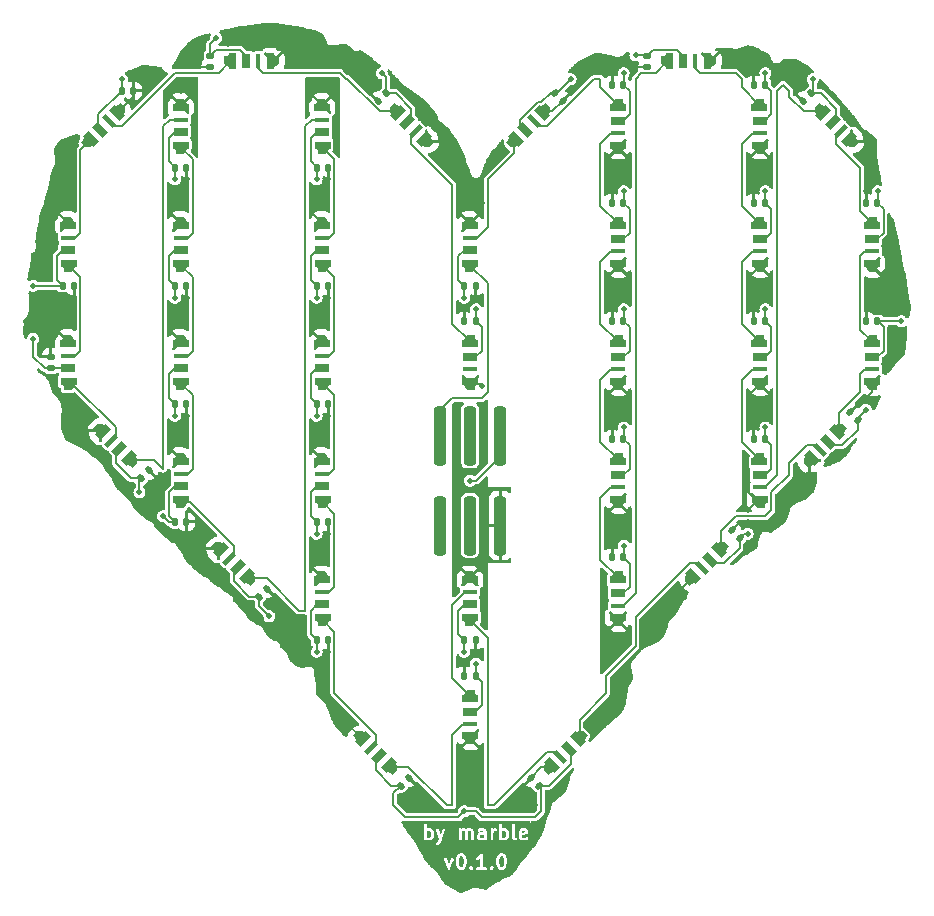
<source format=gbr>
%TF.GenerationSoftware,KiCad,Pcbnew,7.0.7*%
%TF.CreationDate,2023-11-30T15:47:58+01:00*%
%TF.ProjectId,geheimbadge,67656865-696d-4626-9164-67652e6b6963,0.1.0*%
%TF.SameCoordinates,Original*%
%TF.FileFunction,Copper,L1,Top*%
%TF.FilePolarity,Positive*%
%FSLAX46Y46*%
G04 Gerber Fmt 4.6, Leading zero omitted, Abs format (unit mm)*
G04 Created by KiCad (PCBNEW 7.0.7) date 2023-11-30 15:47:58*
%MOMM*%
%LPD*%
G01*
G04 APERTURE LIST*
G04 Aperture macros list*
%AMRoundRect*
0 Rectangle with rounded corners*
0 $1 Rounding radius*
0 $2 $3 $4 $5 $6 $7 $8 $9 X,Y pos of 4 corners*
0 Add a 4 corners polygon primitive as box body*
4,1,4,$2,$3,$4,$5,$6,$7,$8,$9,$2,$3,0*
0 Add four circle primitives for the rounded corners*
1,1,$1+$1,$2,$3*
1,1,$1+$1,$4,$5*
1,1,$1+$1,$6,$7*
1,1,$1+$1,$8,$9*
0 Add four rect primitives between the rounded corners*
20,1,$1+$1,$2,$3,$4,$5,0*
20,1,$1+$1,$4,$5,$6,$7,0*
20,1,$1+$1,$6,$7,$8,$9,0*
20,1,$1+$1,$8,$9,$2,$3,0*%
%AMRotRect*
0 Rectangle, with rotation*
0 The origin of the aperture is its center*
0 $1 length*
0 $2 width*
0 $3 Rotation angle, in degrees counterclockwise*
0 Add horizontal line*
21,1,$1,$2,0,0,$3*%
%AMFreePoly0*
4,1,27,0.535355,0.635355,0.550000,0.600000,0.550000,-0.600000,0.535355,-0.635355,0.500000,-0.650000,-0.050000,-0.650000,-0.085355,-0.635355,-0.100000,-0.600000,-0.100000,-0.486441,-0.207708,-0.454816,-0.327430,-0.377875,-0.420627,-0.270320,-0.429907,-0.250000,-0.500000,-0.250000,-0.535355,-0.235355,-0.550000,-0.200000,-0.550000,0.350000,-0.535355,0.385355,-0.500000,0.400000,-0.293003,0.400000,
-0.207708,0.454816,-0.100000,0.486441,-0.100000,0.600000,-0.085355,0.635355,-0.050000,0.650000,0.500000,0.650000,0.535355,0.635355,0.535355,0.635355,$1*%
%AMFreePoly1*
4,1,27,0.085355,0.635355,0.100000,0.600000,0.100000,0.486441,0.207708,0.454816,0.293003,0.400000,0.500000,0.400000,0.535355,0.385355,0.550000,0.350000,0.550000,-0.200000,0.535355,-0.235355,0.500000,-0.250000,0.429907,-0.250000,0.420627,-0.270320,0.327430,-0.377875,0.207708,-0.454816,0.100000,-0.486441,0.100000,-0.600000,0.085355,-0.635355,0.050000,-0.650000,-0.500000,-0.650000,
-0.535355,-0.635355,-0.550000,-0.600000,-0.550000,0.600000,-0.535355,0.635355,-0.500000,0.650000,0.050000,0.650000,0.085355,0.635355,0.085355,0.635355,$1*%
G04 Aperture macros list end*
%ADD10C,0.240000*%
%TA.AperFunction,SMDPad,CuDef*%
%ADD11RoundRect,0.140000X0.140000X0.170000X-0.140000X0.170000X-0.140000X-0.170000X0.140000X-0.170000X0*%
%TD*%
%TA.AperFunction,SMDPad,CuDef*%
%ADD12RoundRect,0.140000X0.021213X-0.219203X0.219203X-0.021213X-0.021213X0.219203X-0.219203X0.021213X0*%
%TD*%
%TA.AperFunction,SMDPad,CuDef*%
%ADD13FreePoly0,270.000000*%
%TD*%
%TA.AperFunction,SMDPad,CuDef*%
%ADD14R,1.200000X0.700000*%
%TD*%
%TA.AperFunction,SMDPad,CuDef*%
%ADD15R,1.200000X0.450000*%
%TD*%
%TA.AperFunction,SMDPad,CuDef*%
%ADD16FreePoly1,270.000000*%
%TD*%
%TA.AperFunction,SMDPad,CuDef*%
%ADD17RoundRect,0.140000X-0.219203X-0.021213X-0.021213X-0.219203X0.219203X0.021213X0.021213X0.219203X0*%
%TD*%
%TA.AperFunction,SMDPad,CuDef*%
%ADD18FreePoly0,90.000000*%
%TD*%
%TA.AperFunction,SMDPad,CuDef*%
%ADD19FreePoly1,90.000000*%
%TD*%
%TA.AperFunction,SMDPad,CuDef*%
%ADD20RoundRect,0.140000X0.219203X0.021213X0.021213X0.219203X-0.219203X-0.021213X-0.021213X-0.219203X0*%
%TD*%
%TA.AperFunction,SMDPad,CuDef*%
%ADD21RoundRect,0.140000X-0.140000X-0.170000X0.140000X-0.170000X0.140000X0.170000X-0.140000X0.170000X0*%
%TD*%
%TA.AperFunction,SMDPad,CuDef*%
%ADD22FreePoly0,0.000000*%
%TD*%
%TA.AperFunction,SMDPad,CuDef*%
%ADD23R,0.700000X1.200000*%
%TD*%
%TA.AperFunction,SMDPad,CuDef*%
%ADD24R,0.450000X1.200000*%
%TD*%
%TA.AperFunction,SMDPad,CuDef*%
%ADD25FreePoly1,0.000000*%
%TD*%
%TA.AperFunction,SMDPad,CuDef*%
%ADD26RoundRect,0.255000X-0.255000X2.245000X-0.255000X-2.245000X0.255000X-2.245000X0.255000X2.245000X0*%
%TD*%
%TA.AperFunction,SMDPad,CuDef*%
%ADD27FreePoly0,225.000000*%
%TD*%
%TA.AperFunction,SMDPad,CuDef*%
%ADD28RotRect,0.700000X1.200000X225.000000*%
%TD*%
%TA.AperFunction,SMDPad,CuDef*%
%ADD29RotRect,0.450000X1.200000X225.000000*%
%TD*%
%TA.AperFunction,SMDPad,CuDef*%
%ADD30FreePoly1,225.000000*%
%TD*%
%TA.AperFunction,SMDPad,CuDef*%
%ADD31FreePoly0,45.000000*%
%TD*%
%TA.AperFunction,SMDPad,CuDef*%
%ADD32RotRect,0.700000X1.200000X45.000000*%
%TD*%
%TA.AperFunction,SMDPad,CuDef*%
%ADD33RotRect,0.450000X1.200000X45.000000*%
%TD*%
%TA.AperFunction,SMDPad,CuDef*%
%ADD34FreePoly1,45.000000*%
%TD*%
%TA.AperFunction,SMDPad,CuDef*%
%ADD35FreePoly0,135.000000*%
%TD*%
%TA.AperFunction,SMDPad,CuDef*%
%ADD36RotRect,0.700000X1.200000X135.000000*%
%TD*%
%TA.AperFunction,SMDPad,CuDef*%
%ADD37RotRect,0.450000X1.200000X135.000000*%
%TD*%
%TA.AperFunction,SMDPad,CuDef*%
%ADD38FreePoly1,135.000000*%
%TD*%
%TA.AperFunction,SMDPad,CuDef*%
%ADD39FreePoly0,315.000000*%
%TD*%
%TA.AperFunction,SMDPad,CuDef*%
%ADD40RotRect,0.700000X1.200000X315.000000*%
%TD*%
%TA.AperFunction,SMDPad,CuDef*%
%ADD41RotRect,0.450000X1.200000X315.000000*%
%TD*%
%TA.AperFunction,SMDPad,CuDef*%
%ADD42FreePoly1,315.000000*%
%TD*%
%TA.AperFunction,SMDPad,CuDef*%
%ADD43RoundRect,0.140000X0.170000X-0.140000X0.170000X0.140000X-0.170000X0.140000X-0.170000X-0.140000X0*%
%TD*%
%TA.AperFunction,SMDPad,CuDef*%
%ADD44RoundRect,0.140000X-0.170000X0.140000X-0.170000X-0.140000X0.170000X-0.140000X0.170000X0.140000X0*%
%TD*%
%TA.AperFunction,SMDPad,CuDef*%
%ADD45RoundRect,0.140000X-0.021213X0.219203X-0.219203X0.021213X0.021213X-0.219203X0.219203X-0.021213X0*%
%TD*%
%TA.AperFunction,ViaPad*%
%ADD46C,0.508000*%
%TD*%
%TA.AperFunction,Conductor*%
%ADD47C,0.152400*%
%TD*%
G04 APERTURE END LIST*
D10*
G36*
X99343201Y-157796426D02*
G01*
X99372805Y-157826030D01*
X99415349Y-157911119D01*
X99465714Y-158112578D01*
X99465714Y-158368746D01*
X99415349Y-158570205D01*
X99372805Y-158655294D01*
X99343203Y-158684896D01*
X99271671Y-158720662D01*
X99214042Y-158720662D01*
X99142513Y-158684898D01*
X99112907Y-158655292D01*
X99070365Y-158570207D01*
X99020000Y-158368747D01*
X99020000Y-158112577D01*
X99070365Y-157911117D01*
X99112907Y-157826032D01*
X99142513Y-157796426D01*
X99214042Y-157760662D01*
X99271672Y-157760662D01*
X99343201Y-157796426D01*
G37*
G36*
X102771773Y-157796426D02*
G01*
X102801377Y-157826030D01*
X102843921Y-157911119D01*
X102894286Y-158112578D01*
X102894286Y-158368747D01*
X102843921Y-158570205D01*
X102801377Y-158655294D01*
X102771775Y-158684896D01*
X102700243Y-158720662D01*
X102642614Y-158720662D01*
X102571085Y-158684898D01*
X102541479Y-158655292D01*
X102498937Y-158570207D01*
X102448572Y-158368747D01*
X102448572Y-158112577D01*
X102498937Y-157911117D01*
X102541479Y-157826032D01*
X102571085Y-157796426D01*
X102642614Y-157760662D01*
X102700244Y-157760662D01*
X102771773Y-157796426D01*
G37*
G36*
X103305715Y-159132091D02*
G01*
X97637340Y-159132091D01*
X97637340Y-158047549D01*
X97808769Y-158047549D01*
X97815562Y-158081022D01*
X98101276Y-158881023D01*
X98117265Y-158903015D01*
X98130626Y-158926692D01*
X98136879Y-158929993D01*
X98141037Y-158935713D01*
X98166377Y-158945570D01*
X98190418Y-158958265D01*
X98197461Y-158957662D01*
X98204052Y-158960226D01*
X98230706Y-158954816D01*
X98257787Y-158952499D01*
X98263385Y-158948184D01*
X98270318Y-158946778D01*
X98289817Y-158927815D01*
X98311345Y-158911226D01*
X98316061Y-158902294D01*
X98318792Y-158899639D01*
X98319834Y-158895147D01*
X98327294Y-158881022D01*
X98504974Y-158383520D01*
X98780000Y-158383520D01*
X98780919Y-158386652D01*
X98783583Y-158412624D01*
X98840726Y-158641196D01*
X98842856Y-158644826D01*
X98849812Y-158665757D01*
X98906955Y-158780043D01*
X98908487Y-158781690D01*
X98908965Y-158783887D01*
X98929433Y-158811230D01*
X98986576Y-158868373D01*
X98988551Y-158869451D01*
X98989699Y-158871384D01*
X99017764Y-158890851D01*
X99132048Y-158947993D01*
X99142754Y-158949919D01*
X99151906Y-158955801D01*
X99185714Y-158960662D01*
X99300000Y-158960662D01*
X99310437Y-158957597D01*
X99321252Y-158958765D01*
X99353665Y-158947994D01*
X99467951Y-158890852D01*
X99469599Y-158889318D01*
X99471796Y-158888841D01*
X99499139Y-158868373D01*
X99556282Y-158811230D01*
X99557360Y-158809255D01*
X99559294Y-158808107D01*
X99578761Y-158780042D01*
X99581302Y-158774960D01*
X99923163Y-158774960D01*
X99928598Y-158799948D01*
X99930423Y-158825456D01*
X99935673Y-158832469D01*
X99937536Y-158841031D01*
X99958005Y-158868374D01*
X100015148Y-158925516D01*
X100022836Y-158929713D01*
X100028086Y-158936727D01*
X100040299Y-158941282D01*
X100050150Y-158949818D01*
X100063053Y-158951673D01*
X100074494Y-158957920D01*
X100083231Y-158957295D01*
X100091438Y-158960356D01*
X100104173Y-158957585D01*
X100117078Y-158959441D01*
X100128934Y-158954025D01*
X100141937Y-158953096D01*
X100148950Y-158947845D01*
X100157509Y-158945984D01*
X100174666Y-158933140D01*
X100178583Y-158931352D01*
X100179998Y-158929148D01*
X100184852Y-158925516D01*
X100241995Y-158868373D01*
X100246193Y-158860683D01*
X100253208Y-158855433D01*
X100262145Y-158831469D01*
X100274400Y-158809028D01*
X100273775Y-158800289D01*
X100276837Y-158792081D01*
X100271402Y-158767097D01*
X100269578Y-158741585D01*
X100264325Y-158734568D01*
X100262464Y-158726010D01*
X100241996Y-158698667D01*
X100184853Y-158641524D01*
X100177162Y-158637325D01*
X100171913Y-158630312D01*
X100159701Y-158625757D01*
X100149850Y-158617221D01*
X100136945Y-158615365D01*
X100125507Y-158609120D01*
X100116770Y-158609744D01*
X100108561Y-158606683D01*
X100095826Y-158609453D01*
X100082922Y-158607598D01*
X100071064Y-158613013D01*
X100058064Y-158613943D01*
X100051049Y-158619193D01*
X100042490Y-158621056D01*
X100025334Y-158633897D01*
X100021417Y-158635687D01*
X100020000Y-158637890D01*
X100015147Y-158641524D01*
X99958004Y-158698667D01*
X99953805Y-158706355D01*
X99946791Y-158711607D01*
X99937852Y-158735572D01*
X99925600Y-158758013D01*
X99926224Y-158766750D01*
X99923163Y-158774960D01*
X99581302Y-158774960D01*
X99635903Y-158665756D01*
X99636648Y-158661612D01*
X99644988Y-158641195D01*
X99702131Y-158412624D01*
X99701998Y-158409361D01*
X99705714Y-158383520D01*
X99705714Y-158097805D01*
X99704794Y-158094672D01*
X99702131Y-158068701D01*
X99681893Y-157987749D01*
X100494360Y-157987749D01*
X100515684Y-158051915D01*
X100568314Y-158094365D01*
X100635539Y-158101623D01*
X100667952Y-158090851D01*
X100782238Y-158033708D01*
X100783884Y-158032175D01*
X100786082Y-158031698D01*
X100813425Y-158011229D01*
X100837143Y-157987511D01*
X100837143Y-158720662D01*
X100614286Y-158720662D01*
X100549409Y-158739712D01*
X100505130Y-158790812D01*
X100495507Y-158857740D01*
X100523596Y-158919245D01*
X100580478Y-158955801D01*
X100614286Y-158960662D01*
X101300000Y-158960662D01*
X101364877Y-158941612D01*
X101409156Y-158890512D01*
X101418779Y-158823584D01*
X101396573Y-158774960D01*
X101637449Y-158774960D01*
X101642884Y-158799948D01*
X101644709Y-158825456D01*
X101649959Y-158832469D01*
X101651822Y-158841031D01*
X101672291Y-158868374D01*
X101729434Y-158925516D01*
X101737122Y-158929713D01*
X101742372Y-158936727D01*
X101754585Y-158941282D01*
X101764436Y-158949818D01*
X101777339Y-158951673D01*
X101788780Y-158957920D01*
X101797517Y-158957295D01*
X101805724Y-158960356D01*
X101818459Y-158957585D01*
X101831364Y-158959441D01*
X101843220Y-158954025D01*
X101856223Y-158953096D01*
X101863236Y-158947845D01*
X101871795Y-158945984D01*
X101888952Y-158933140D01*
X101892869Y-158931352D01*
X101894284Y-158929148D01*
X101899138Y-158925516D01*
X101956281Y-158868373D01*
X101960479Y-158860683D01*
X101967494Y-158855433D01*
X101976431Y-158831469D01*
X101988686Y-158809028D01*
X101988061Y-158800289D01*
X101991123Y-158792081D01*
X101985688Y-158767097D01*
X101983864Y-158741585D01*
X101978611Y-158734568D01*
X101976750Y-158726010D01*
X101956282Y-158698667D01*
X101899139Y-158641524D01*
X101891448Y-158637325D01*
X101886199Y-158630312D01*
X101873987Y-158625757D01*
X101864136Y-158617221D01*
X101851231Y-158615365D01*
X101839793Y-158609120D01*
X101831056Y-158609744D01*
X101822847Y-158606683D01*
X101810112Y-158609453D01*
X101797208Y-158607598D01*
X101785350Y-158613013D01*
X101772350Y-158613943D01*
X101765335Y-158619193D01*
X101756776Y-158621056D01*
X101739620Y-158633897D01*
X101735703Y-158635687D01*
X101734286Y-158637890D01*
X101729433Y-158641524D01*
X101672290Y-158698667D01*
X101668091Y-158706355D01*
X101661077Y-158711607D01*
X101652138Y-158735572D01*
X101639886Y-158758013D01*
X101640510Y-158766750D01*
X101637449Y-158774960D01*
X101396573Y-158774960D01*
X101390690Y-158762079D01*
X101333808Y-158725523D01*
X101300000Y-158720662D01*
X101077143Y-158720662D01*
X101077143Y-158383520D01*
X102208572Y-158383520D01*
X102209491Y-158386652D01*
X102212155Y-158412624D01*
X102269298Y-158641196D01*
X102271428Y-158644826D01*
X102278384Y-158665757D01*
X102335527Y-158780043D01*
X102337059Y-158781690D01*
X102337537Y-158783887D01*
X102358005Y-158811230D01*
X102415148Y-158868373D01*
X102417123Y-158869451D01*
X102418271Y-158871384D01*
X102446336Y-158890851D01*
X102560620Y-158947993D01*
X102571326Y-158949919D01*
X102580478Y-158955801D01*
X102614286Y-158960662D01*
X102728572Y-158960662D01*
X102739009Y-158957597D01*
X102749824Y-158958765D01*
X102782237Y-158947994D01*
X102896523Y-158890852D01*
X102898171Y-158889318D01*
X102900368Y-158888841D01*
X102927711Y-158868373D01*
X102984854Y-158811230D01*
X102985932Y-158809255D01*
X102987866Y-158808107D01*
X103007333Y-158780042D01*
X103064475Y-158665756D01*
X103065220Y-158661612D01*
X103073560Y-158641195D01*
X103130703Y-158412624D01*
X103130570Y-158409361D01*
X103134286Y-158383520D01*
X103134286Y-158097805D01*
X103133366Y-158094672D01*
X103130703Y-158068701D01*
X103073560Y-157840130D01*
X103071430Y-157836500D01*
X103064475Y-157815569D01*
X103007333Y-157701283D01*
X103005799Y-157699634D01*
X103005322Y-157697438D01*
X102984854Y-157670095D01*
X102927711Y-157612952D01*
X102925737Y-157611874D01*
X102924589Y-157609941D01*
X102896524Y-157590474D01*
X102782238Y-157533331D01*
X102771531Y-157531404D01*
X102762380Y-157525523D01*
X102728572Y-157520662D01*
X102614286Y-157520662D01*
X102603848Y-157523726D01*
X102593033Y-157522559D01*
X102560620Y-157533331D01*
X102446335Y-157590474D01*
X102444687Y-157592006D01*
X102442491Y-157592484D01*
X102415148Y-157612952D01*
X102358005Y-157670095D01*
X102356927Y-157672068D01*
X102354994Y-157673217D01*
X102335527Y-157701282D01*
X102278384Y-157815568D01*
X102277638Y-157819711D01*
X102269298Y-157840129D01*
X102212155Y-158068701D01*
X102212287Y-158071963D01*
X102208572Y-158097805D01*
X102208572Y-158383520D01*
X101077143Y-158383520D01*
X101077143Y-157640662D01*
X101067898Y-157609179D01*
X101059170Y-157577491D01*
X101058388Y-157576790D01*
X101058093Y-157575785D01*
X101033280Y-157554284D01*
X101008820Y-157532359D01*
X101007785Y-157532192D01*
X101006993Y-157531506D01*
X100974485Y-157526832D01*
X100942064Y-157521613D01*
X100941103Y-157522032D01*
X100940065Y-157521883D01*
X100910188Y-157535527D01*
X100880095Y-157548664D01*
X100879173Y-157549691D01*
X100878560Y-157549972D01*
X100877641Y-157551401D01*
X100857297Y-157574098D01*
X100749600Y-157735642D01*
X100657488Y-157827754D01*
X100560620Y-157876189D01*
X100511112Y-157922241D01*
X100494360Y-157987749D01*
X99681893Y-157987749D01*
X99644988Y-157840130D01*
X99642858Y-157836500D01*
X99635903Y-157815569D01*
X99578761Y-157701283D01*
X99577227Y-157699634D01*
X99576750Y-157697438D01*
X99556282Y-157670095D01*
X99499139Y-157612952D01*
X99497165Y-157611874D01*
X99496017Y-157609941D01*
X99467952Y-157590474D01*
X99353666Y-157533331D01*
X99342959Y-157531404D01*
X99333808Y-157525523D01*
X99300000Y-157520662D01*
X99185714Y-157520662D01*
X99175276Y-157523726D01*
X99164461Y-157522559D01*
X99132048Y-157533331D01*
X99017763Y-157590474D01*
X99016115Y-157592006D01*
X99013919Y-157592484D01*
X98986576Y-157612952D01*
X98929433Y-157670095D01*
X98928355Y-157672068D01*
X98926422Y-157673217D01*
X98906955Y-157701282D01*
X98849812Y-157815568D01*
X98849066Y-157819711D01*
X98840726Y-157840129D01*
X98783583Y-158068701D01*
X98783715Y-158071963D01*
X98780000Y-158097805D01*
X98780000Y-158383520D01*
X98504974Y-158383520D01*
X98613009Y-158081022D01*
X98616889Y-158013518D01*
X98583659Y-157954632D01*
X98523867Y-157923059D01*
X98456498Y-157928825D01*
X98402940Y-157970098D01*
X98386991Y-158000301D01*
X98214285Y-158483876D01*
X98041580Y-158000302D01*
X98001819Y-157945611D01*
X97938804Y-157921099D01*
X97872538Y-157934547D01*
X97824064Y-157981686D01*
X97808769Y-158047549D01*
X97637340Y-158047549D01*
X97637340Y-157349233D01*
X103305715Y-157349233D01*
X103305715Y-159132091D01*
G37*
G36*
X96628916Y-155696426D02*
G01*
X96658520Y-155726030D01*
X96694286Y-155797562D01*
X96694286Y-156083762D01*
X96658520Y-156155294D01*
X96628918Y-156184896D01*
X96557386Y-156220662D01*
X96385473Y-156220662D01*
X96362858Y-156209354D01*
X96362858Y-155671968D01*
X96385472Y-155660662D01*
X96557387Y-155660662D01*
X96628916Y-155696426D01*
G37*
G36*
X101151430Y-156209354D02*
G01*
X101128815Y-156220662D01*
X100899759Y-156220662D01*
X100846585Y-156194076D01*
X100820001Y-156140906D01*
X100820001Y-156083275D01*
X100846585Y-156030105D01*
X100899759Y-156003520D01*
X101151430Y-156003520D01*
X101151430Y-156209354D01*
G37*
G36*
X102971773Y-155696426D02*
G01*
X103001377Y-155726030D01*
X103037143Y-155797562D01*
X103037143Y-156083762D01*
X103001377Y-156155294D01*
X102971775Y-156184896D01*
X102900243Y-156220662D01*
X102728330Y-156220662D01*
X102705715Y-156209354D01*
X102705715Y-155671969D01*
X102728329Y-155660662D01*
X102900244Y-155660662D01*
X102971773Y-155696426D01*
G37*
G36*
X104667700Y-155687247D02*
G01*
X104688641Y-155729129D01*
X104362857Y-155794285D01*
X104362857Y-155740418D01*
X104389442Y-155687247D01*
X104442614Y-155660662D01*
X104614529Y-155660662D01*
X104667700Y-155687247D01*
G37*
G36*
X105105715Y-157030194D02*
G01*
X95951429Y-157030194D01*
X95951429Y-156744890D01*
X97094360Y-156744890D01*
X97115684Y-156809056D01*
X97168313Y-156851506D01*
X97235538Y-156858765D01*
X97267951Y-156847994D01*
X97382237Y-156790852D01*
X97383885Y-156789318D01*
X97386082Y-156788841D01*
X97413425Y-156768373D01*
X97470568Y-156711230D01*
X97474086Y-156704786D01*
X97480063Y-156700528D01*
X97497132Y-156670944D01*
X97611417Y-156385229D01*
X97611555Y-156383774D01*
X97613009Y-156381022D01*
X97627423Y-156340662D01*
X99037144Y-156340662D01*
X99056194Y-156405539D01*
X99107294Y-156449818D01*
X99174222Y-156459441D01*
X99235727Y-156431352D01*
X99272283Y-156374470D01*
X99277144Y-156340662D01*
X99277144Y-155704654D01*
X99285371Y-155696426D01*
X99356900Y-155660662D01*
X99471673Y-155660662D01*
X99524844Y-155687247D01*
X99551430Y-155740419D01*
X99551430Y-156340662D01*
X99570480Y-156405539D01*
X99621580Y-156449818D01*
X99688508Y-156459441D01*
X99750013Y-156431352D01*
X99786569Y-156374470D01*
X99791430Y-156340662D01*
X99791430Y-155740419D01*
X99818015Y-155687247D01*
X99871186Y-155660662D01*
X99985959Y-155660662D01*
X100039129Y-155687247D01*
X100065715Y-155740419D01*
X100065715Y-156340662D01*
X100084765Y-156405539D01*
X100135865Y-156449818D01*
X100202793Y-156459441D01*
X100264298Y-156431352D01*
X100300854Y-156374470D01*
X100305715Y-156340662D01*
X100305715Y-156169234D01*
X100580001Y-156169234D01*
X100583065Y-156179671D01*
X100581898Y-156190487D01*
X100592670Y-156222900D01*
X100649813Y-156337186D01*
X100664442Y-156352913D01*
X100675414Y-156371385D01*
X100692922Y-156383529D01*
X100695866Y-156386694D01*
X100698429Y-156387349D01*
X100703479Y-156390852D01*
X100817765Y-156447994D01*
X100828471Y-156449920D01*
X100837622Y-156455801D01*
X100871430Y-156460662D01*
X101157144Y-156460662D01*
X101167581Y-156457597D01*
X101178396Y-156458765D01*
X101210809Y-156447994D01*
X101216304Y-156445246D01*
X101221580Y-156449818D01*
X101288508Y-156459441D01*
X101350013Y-156431352D01*
X101386569Y-156374470D01*
X101391430Y-156340662D01*
X101722858Y-156340662D01*
X101741908Y-156405539D01*
X101793008Y-156449818D01*
X101859936Y-156459441D01*
X101921441Y-156431352D01*
X101957997Y-156374470D01*
X101962858Y-156340662D01*
X102465715Y-156340662D01*
X102484765Y-156405539D01*
X102535865Y-156449818D01*
X102602793Y-156459441D01*
X102637515Y-156443583D01*
X102646336Y-156447994D01*
X102657042Y-156449920D01*
X102666193Y-156455801D01*
X102700001Y-156460662D01*
X102928572Y-156460662D01*
X102939009Y-156457597D01*
X102949824Y-156458765D01*
X102982237Y-156447994D01*
X103096523Y-156390852D01*
X103098171Y-156389318D01*
X103100368Y-156388841D01*
X103127711Y-156368373D01*
X103184854Y-156311230D01*
X103185932Y-156309255D01*
X103187866Y-156308107D01*
X103207333Y-156280042D01*
X103262736Y-156169234D01*
X103551429Y-156169234D01*
X103554493Y-156179671D01*
X103553326Y-156190487D01*
X103564098Y-156222900D01*
X103621241Y-156337186D01*
X103635872Y-156352915D01*
X103646842Y-156371384D01*
X103664347Y-156383526D01*
X103667294Y-156386694D01*
X103669859Y-156387350D01*
X103674907Y-156390851D01*
X103789191Y-156447993D01*
X103855739Y-156459968D01*
X103918196Y-156434065D01*
X103956734Y-156378506D01*
X103959116Y-156310932D01*
X103924587Y-156252798D01*
X103896522Y-156233330D01*
X103818014Y-156194077D01*
X103805593Y-156169234D01*
X104122857Y-156169234D01*
X104125921Y-156179671D01*
X104124754Y-156190487D01*
X104135526Y-156222900D01*
X104192669Y-156337186D01*
X104207298Y-156352913D01*
X104218270Y-156371385D01*
X104235778Y-156383529D01*
X104238722Y-156386694D01*
X104241285Y-156387349D01*
X104246335Y-156390852D01*
X104360621Y-156447994D01*
X104371327Y-156449920D01*
X104380478Y-156455801D01*
X104414286Y-156460662D01*
X104642857Y-156460662D01*
X104653294Y-156457597D01*
X104664109Y-156458765D01*
X104696522Y-156447994D01*
X104810808Y-156390852D01*
X104860316Y-156344799D01*
X104877069Y-156279292D01*
X104855745Y-156215126D01*
X104803116Y-156172676D01*
X104735891Y-156165417D01*
X104703478Y-156176188D01*
X104614528Y-156220662D01*
X104442615Y-156220662D01*
X104389441Y-156194076D01*
X104362857Y-156140906D01*
X104362857Y-156039038D01*
X104837819Y-155944047D01*
X104864967Y-155929809D01*
X104892869Y-155917067D01*
X104894701Y-155914216D01*
X104897701Y-155912643D01*
X104912845Y-155885982D01*
X104929425Y-155860185D01*
X104930077Y-155855648D01*
X104931098Y-155853852D01*
X104930888Y-155850009D01*
X104934286Y-155826377D01*
X104934286Y-155712091D01*
X104931221Y-155701653D01*
X104932389Y-155690838D01*
X104921617Y-155658426D01*
X104864474Y-155544139D01*
X104849843Y-155528410D01*
X104838874Y-155509941D01*
X104821368Y-155497798D01*
X104818422Y-155494631D01*
X104815856Y-155493974D01*
X104810809Y-155490474D01*
X104696523Y-155433331D01*
X104685816Y-155431404D01*
X104676665Y-155425523D01*
X104642857Y-155420662D01*
X104414286Y-155420662D01*
X104403848Y-155423726D01*
X104393033Y-155422559D01*
X104360621Y-155433331D01*
X104246334Y-155490474D01*
X104230605Y-155505104D01*
X104212136Y-155516074D01*
X104199993Y-155533579D01*
X104196826Y-155536526D01*
X104196169Y-155539091D01*
X104192669Y-155544139D01*
X104135526Y-155658425D01*
X104133599Y-155669131D01*
X104127718Y-155678283D01*
X104122857Y-155712091D01*
X104122857Y-156169234D01*
X103805593Y-156169234D01*
X103791429Y-156140906D01*
X103791429Y-155140662D01*
X103772379Y-155075785D01*
X103721279Y-155031506D01*
X103654351Y-155021883D01*
X103592846Y-155049972D01*
X103556290Y-155106854D01*
X103551429Y-155140662D01*
X103551429Y-156169234D01*
X103262736Y-156169234D01*
X103264475Y-156165756D01*
X103266401Y-156155049D01*
X103272282Y-156145899D01*
X103277143Y-156112091D01*
X103277143Y-155769234D01*
X103274078Y-155758796D01*
X103275246Y-155747982D01*
X103264475Y-155715569D01*
X103207333Y-155601283D01*
X103205799Y-155599634D01*
X103205322Y-155597438D01*
X103184854Y-155570095D01*
X103127711Y-155512952D01*
X103125737Y-155511874D01*
X103124589Y-155509941D01*
X103096524Y-155490474D01*
X102982238Y-155433331D01*
X102971531Y-155431404D01*
X102962380Y-155425523D01*
X102928572Y-155420662D01*
X102705715Y-155420662D01*
X102705715Y-155140662D01*
X102686665Y-155075785D01*
X102635565Y-155031506D01*
X102568637Y-155021883D01*
X102507132Y-155049972D01*
X102470576Y-155106854D01*
X102465715Y-155140662D01*
X102465715Y-156340662D01*
X101962858Y-156340662D01*
X101962858Y-155797561D01*
X101998622Y-155726032D01*
X102028228Y-155696426D01*
X102099757Y-155660662D01*
X102185715Y-155660662D01*
X102250592Y-155641612D01*
X102294871Y-155590512D01*
X102304494Y-155523584D01*
X102276405Y-155462079D01*
X102219523Y-155425523D01*
X102185715Y-155420662D01*
X102071429Y-155420662D01*
X102060991Y-155423726D01*
X102050176Y-155422559D01*
X102017763Y-155433331D01*
X101939800Y-155472312D01*
X101892708Y-155431506D01*
X101825780Y-155421883D01*
X101764275Y-155449972D01*
X101727719Y-155506854D01*
X101722858Y-155540662D01*
X101722858Y-156340662D01*
X101391430Y-156340662D01*
X101391430Y-155712091D01*
X101388365Y-155701653D01*
X101389533Y-155690838D01*
X101378761Y-155658426D01*
X101321618Y-155544139D01*
X101306987Y-155528410D01*
X101296018Y-155509941D01*
X101278512Y-155497798D01*
X101275566Y-155494631D01*
X101273000Y-155493974D01*
X101267953Y-155490474D01*
X101153667Y-155433331D01*
X101142960Y-155431404D01*
X101133809Y-155425523D01*
X101100001Y-155420662D01*
X100871430Y-155420662D01*
X100860992Y-155423726D01*
X100850177Y-155422559D01*
X100817765Y-155433331D01*
X100703478Y-155490474D01*
X100653970Y-155536526D01*
X100637218Y-155602034D01*
X100658542Y-155666200D01*
X100711172Y-155708650D01*
X100778397Y-155715908D01*
X100810810Y-155705136D01*
X100899758Y-155660662D01*
X101071673Y-155660662D01*
X101124844Y-155687247D01*
X101151430Y-155740419D01*
X101151430Y-155752213D01*
X101128816Y-155763520D01*
X100871430Y-155763520D01*
X100860992Y-155766584D01*
X100850178Y-155765417D01*
X100817765Y-155776188D01*
X100703479Y-155833330D01*
X100687749Y-155847961D01*
X100669280Y-155858931D01*
X100657137Y-155876436D01*
X100653970Y-155879383D01*
X100653313Y-155881948D01*
X100649813Y-155886996D01*
X100592670Y-156001282D01*
X100590743Y-156011988D01*
X100584862Y-156021140D01*
X100580001Y-156054948D01*
X100580001Y-156169234D01*
X100305715Y-156169234D01*
X100305715Y-155712091D01*
X100302650Y-155701653D01*
X100303818Y-155690838D01*
X100293046Y-155658426D01*
X100235903Y-155544139D01*
X100221272Y-155528410D01*
X100210303Y-155509941D01*
X100192797Y-155497798D01*
X100189851Y-155494631D01*
X100187285Y-155493974D01*
X100182238Y-155490474D01*
X100067953Y-155433331D01*
X100057246Y-155431404D01*
X100048095Y-155425523D01*
X100014287Y-155420662D01*
X99842858Y-155420662D01*
X99832420Y-155423726D01*
X99821605Y-155422559D01*
X99789193Y-155433331D01*
X99674906Y-155490474D01*
X99671935Y-155493236D01*
X99667953Y-155490474D01*
X99553667Y-155433331D01*
X99542960Y-155431404D01*
X99533809Y-155425523D01*
X99500001Y-155420662D01*
X99328572Y-155420662D01*
X99318134Y-155423726D01*
X99307319Y-155422559D01*
X99274906Y-155433331D01*
X99233178Y-155454195D01*
X99206994Y-155431506D01*
X99140066Y-155421883D01*
X99078561Y-155449972D01*
X99042005Y-155506854D01*
X99037144Y-155540662D01*
X99037144Y-156340662D01*
X97627423Y-156340662D01*
X97898724Y-155581022D01*
X97902604Y-155513518D01*
X97869374Y-155454632D01*
X97809582Y-155423059D01*
X97742213Y-155428825D01*
X97688655Y-155470098D01*
X97672706Y-155500301D01*
X97500000Y-155983876D01*
X97327295Y-155500302D01*
X97287534Y-155445611D01*
X97224519Y-155421099D01*
X97158253Y-155434547D01*
X97109779Y-155481686D01*
X97094484Y-155547549D01*
X97101277Y-155581022D01*
X97371718Y-156338258D01*
X97283445Y-156558940D01*
X97257489Y-156584896D01*
X97160621Y-156633330D01*
X97111112Y-156679383D01*
X97094360Y-156744890D01*
X95951429Y-156744890D01*
X95951429Y-156340662D01*
X96122858Y-156340662D01*
X96141908Y-156405539D01*
X96193008Y-156449818D01*
X96259936Y-156459441D01*
X96294658Y-156443583D01*
X96303479Y-156447994D01*
X96314185Y-156449920D01*
X96323336Y-156455801D01*
X96357144Y-156460662D01*
X96585715Y-156460662D01*
X96596152Y-156457597D01*
X96606967Y-156458765D01*
X96639380Y-156447994D01*
X96753666Y-156390852D01*
X96755314Y-156389318D01*
X96757511Y-156388841D01*
X96784854Y-156368373D01*
X96841997Y-156311230D01*
X96843075Y-156309255D01*
X96845009Y-156308107D01*
X96864476Y-156280042D01*
X96921618Y-156165756D01*
X96923544Y-156155049D01*
X96929425Y-156145899D01*
X96934286Y-156112091D01*
X96934286Y-155769234D01*
X96931221Y-155758796D01*
X96932389Y-155747982D01*
X96921618Y-155715569D01*
X96864476Y-155601283D01*
X96862942Y-155599634D01*
X96862465Y-155597438D01*
X96841997Y-155570095D01*
X96784854Y-155512952D01*
X96782880Y-155511874D01*
X96781732Y-155509941D01*
X96753667Y-155490474D01*
X96639381Y-155433331D01*
X96628674Y-155431404D01*
X96619523Y-155425523D01*
X96585715Y-155420662D01*
X96362858Y-155420662D01*
X96362858Y-155140662D01*
X96343808Y-155075785D01*
X96292708Y-155031506D01*
X96225780Y-155021883D01*
X96164275Y-155049972D01*
X96127719Y-155106854D01*
X96122858Y-155140662D01*
X96122858Y-156340662D01*
X95951429Y-156340662D01*
X95951429Y-154850454D01*
X105105715Y-154850454D01*
X105105715Y-157030194D01*
G37*
D11*
%TO.P,C11,1*%
%TO.N,VCC*%
X124980000Y-112500000D03*
%TO.P,C11,2*%
%TO.N,GND*%
X124020000Y-112500000D03*
%TD*%
D12*
%TO.P,C27,1*%
%TO.N,VCC*%
X82135462Y-135814284D03*
%TO.P,C27,2*%
%TO.N,GND*%
X82814284Y-135135462D03*
%TD*%
D13*
%TO.P,D4,1,DIN*%
%TO.N,/pixel2/D_{out}*%
X112487000Y-104200000D03*
D14*
%TO.P,D4,2,VDD*%
%TO.N,VCC*%
X112513000Y-105550000D03*
D15*
%TO.P,D4,3,DOUT*%
%TO.N,/pixel3/D_{out}*%
X112513000Y-106575000D03*
D16*
%TO.P,D4,4,VSS*%
%TO.N,GND*%
X112513000Y-107800000D03*
%TD*%
D17*
%TO.P,C2,1*%
%TO.N,VCC*%
X107160589Y-93160589D03*
%TO.P,C2,2*%
%TO.N,GND*%
X107839411Y-93839411D03*
%TD*%
D13*
%TO.P,D38,1,DIN*%
%TO.N,/pixel36/D_{out}*%
X99987000Y-114200000D03*
D14*
%TO.P,D38,2,VDD*%
%TO.N,VCC*%
X100013000Y-115550000D03*
D15*
%TO.P,D38,3,DOUT*%
%TO.N,/pixel37/D_{out}*%
X100013000Y-116575000D03*
D16*
%TO.P,D38,4,VSS*%
%TO.N,GND*%
X100013000Y-117800000D03*
%TD*%
D18*
%TO.P,D34,1,DIN*%
%TO.N,/pixel32/D_{out}*%
X66013000Y-107800000D03*
D14*
%TO.P,D34,2,VDD*%
%TO.N,VCC*%
X65987000Y-106450000D03*
D15*
%TO.P,D34,3,DOUT*%
%TO.N,/pixel33/D_{out}*%
X65987000Y-105425000D03*
D19*
%TO.P,D34,4,VSS*%
%TO.N,GND*%
X65987000Y-104200000D03*
%TD*%
D13*
%TO.P,D11,1,DIN*%
%TO.N,/pixel10/D_{in}*%
X124487000Y-114200000D03*
D14*
%TO.P,D11,2,VDD*%
%TO.N,VCC*%
X124513000Y-115550000D03*
D15*
%TO.P,D11,3,DOUT*%
%TO.N,/pixel10/D_{out}*%
X124513000Y-116575000D03*
D16*
%TO.P,D11,4,VSS*%
%TO.N,GND*%
X124513000Y-117800000D03*
%TD*%
D20*
%TO.P,C17,1*%
%TO.N,VCC*%
X122814284Y-130864538D03*
%TO.P,C17,2*%
%TO.N,GND*%
X122135462Y-130185716D03*
%TD*%
D11*
%TO.P,C15,1*%
%TO.N,VCC*%
X134480000Y-112500000D03*
%TO.P,C15,2*%
%TO.N,GND*%
X133520000Y-112500000D03*
%TD*%
D21*
%TO.P,C26,1*%
%TO.N,VCC*%
X87020000Y-99500000D03*
%TO.P,C26,2*%
%TO.N,GND*%
X87980000Y-99500000D03*
%TD*%
D18*
%TO.P,D28,1,DIN*%
%TO.N,/pixel26/D_{out}*%
X75513000Y-127800000D03*
D14*
%TO.P,D28,2,VDD*%
%TO.N,VCC*%
X75487000Y-126450000D03*
D15*
%TO.P,D28,3,DOUT*%
%TO.N,/pixel27/D_{out}*%
X75487000Y-125425000D03*
D19*
%TO.P,D28,4,VSS*%
%TO.N,GND*%
X75487000Y-124200000D03*
%TD*%
D13*
%TO.P,D10,1,DIN*%
%TO.N,/pixel8/D_{out}*%
X124487000Y-104200000D03*
D14*
%TO.P,D10,2,VDD*%
%TO.N,VCC*%
X124513000Y-105550000D03*
D15*
%TO.P,D10,3,DOUT*%
%TO.N,/pixel10/D_{in}*%
X124513000Y-106575000D03*
D16*
%TO.P,D10,4,VSS*%
%TO.N,GND*%
X124513000Y-107800000D03*
%TD*%
D18*
%TO.P,D22,1,DIN*%
%TO.N,/pixel20/D_{out}*%
X87513000Y-137800000D03*
D14*
%TO.P,D22,2,VDD*%
%TO.N,VCC*%
X87487000Y-136450000D03*
D15*
%TO.P,D22,3,DOUT*%
%TO.N,/pixel21/D_{out}*%
X87487000Y-135425000D03*
D19*
%TO.P,D22,4,VSS*%
%TO.N,GND*%
X87487000Y-134200000D03*
%TD*%
D21*
%TO.P,C28,1*%
%TO.N,VCC*%
X75020000Y-129500000D03*
%TO.P,C28,2*%
%TO.N,GND*%
X75980000Y-129500000D03*
%TD*%
D22*
%TO.P,D36,1,DIN*%
%TO.N,/pixel34/D_{out}*%
X79700000Y-90513000D03*
D23*
%TO.P,D36,2,VDD*%
%TO.N,VCC*%
X81050000Y-90487000D03*
D24*
%TO.P,D36,3,DOUT*%
%TO.N,/pixel35/D_{out}*%
X82075000Y-90487000D03*
D25*
%TO.P,D36,4,VSS*%
%TO.N,GND*%
X83300000Y-90487000D03*
%TD*%
D20*
%TO.P,C18,1*%
%TO.N,VCC*%
X105839411Y-151839411D03*
%TO.P,C18,2*%
%TO.N,GND*%
X105160589Y-151160589D03*
%TD*%
D13*
%TO.P,D14,1,DIN*%
%TO.N,/pixel12/D_{out}*%
X133987000Y-104200000D03*
D14*
%TO.P,D14,2,VDD*%
%TO.N,VCC*%
X134013000Y-105550000D03*
D15*
%TO.P,D14,3,DOUT*%
%TO.N,/pixel13/D_{out}*%
X134013000Y-106575000D03*
D16*
%TO.P,D14,4,VSS*%
%TO.N,GND*%
X134013000Y-107800000D03*
%TD*%
D18*
%TO.P,D23,1,DIN*%
%TO.N,/pixel21/D_{out}*%
X87513000Y-127800000D03*
D14*
%TO.P,D23,2,VDD*%
%TO.N,VCC*%
X87487000Y-126450000D03*
D15*
%TO.P,D23,3,DOUT*%
%TO.N,/pixel22/D_{out}*%
X87487000Y-125425000D03*
D19*
%TO.P,D23,4,VSS*%
%TO.N,GND*%
X87487000Y-124200000D03*
%TD*%
D21*
%TO.P,C22,1*%
%TO.N,VCC*%
X87020000Y-139500000D03*
%TO.P,C22,2*%
%TO.N,GND*%
X87980000Y-139500000D03*
%TD*%
D18*
%TO.P,D30,1,DIN*%
%TO.N,/pixel28/D_{out}*%
X75513000Y-107800000D03*
D14*
%TO.P,D30,2,VDD*%
%TO.N,VCC*%
X75487000Y-106450000D03*
D15*
%TO.P,D30,3,DOUT*%
%TO.N,/pixel29/D_{out}*%
X75487000Y-105425000D03*
D19*
%TO.P,D30,4,VSS*%
%TO.N,GND*%
X75487000Y-104200000D03*
%TD*%
D11*
%TO.P,C3,1*%
%TO.N,VCC*%
X112980000Y-92500000D03*
%TO.P,C3,2*%
%TO.N,GND*%
X112020000Y-92500000D03*
%TD*%
%TO.P,C38,1*%
%TO.N,VCC*%
X100480000Y-112500000D03*
%TO.P,C38,2*%
%TO.N,GND*%
X99520000Y-112500000D03*
%TD*%
D26*
%TO.P,J1,1,Pin_1*%
%TO.N,VCC*%
X102540000Y-122200000D03*
%TO.P,J1,2,Pin_2*%
%TO.N,GND*%
X102540000Y-129800000D03*
%TO.P,J1,3,Pin_3*%
%TO.N,/SDA*%
X100000000Y-122200000D03*
%TO.P,J1,4,Pin_4*%
%TO.N,/SCL*%
X100000000Y-129800000D03*
%TO.P,J1,5,Pin_5*%
%TO.N,/GPIO1*%
X97460000Y-122200000D03*
%TO.P,J1,6,Pin_6*%
%TO.N,/GPIO2*%
X97460000Y-129800000D03*
%TD*%
D27*
%TO.P,D17,1,DIN*%
%TO.N,/pixel15/D_{out}*%
X121263600Y-131718015D03*
D28*
%TO.P,D17,2,VDD*%
%TO.N,VCC*%
X120327390Y-132690994D03*
D29*
%TO.P,D17,3,DOUT*%
%TO.N,/pixel16/D_{out}*%
X119602606Y-133415779D03*
D30*
%TO.P,D17,4,VSS*%
%TO.N,GND*%
X118736400Y-134281985D03*
%TD*%
D18*
%TO.P,D1,1,DIN*%
%TO.N,/GPIO1*%
X100013000Y-107800000D03*
D14*
%TO.P,D1,2,VDD*%
%TO.N,VCC*%
X99987000Y-106450000D03*
D15*
%TO.P,D1,3,DOUT*%
%TO.N,/pixel0/D_{out}*%
X99987000Y-105425000D03*
D19*
%TO.P,D1,4,VSS*%
%TO.N,GND*%
X99987000Y-104200000D03*
%TD*%
D21*
%TO.P,C34,1*%
%TO.N,VCC*%
X65520000Y-109500000D03*
%TO.P,C34,2*%
%TO.N,GND*%
X66480000Y-109500000D03*
%TD*%
D20*
%TO.P,C16,1*%
%TO.N,VCC*%
X132814284Y-120864538D03*
%TO.P,C16,2*%
%TO.N,GND*%
X132135462Y-120185716D03*
%TD*%
D13*
%TO.P,D20,1,DIN*%
%TO.N,/pixel18/D_{out}*%
X99987000Y-144200000D03*
D14*
%TO.P,D20,2,VDD*%
%TO.N,VCC*%
X100013000Y-145550000D03*
D15*
%TO.P,D20,3,DOUT*%
%TO.N,/pixel19/D_{out}*%
X100013000Y-146575000D03*
D16*
%TO.P,D20,4,VSS*%
%TO.N,GND*%
X100013000Y-147800000D03*
%TD*%
D11*
%TO.P,C14,1*%
%TO.N,VCC*%
X134480000Y-102500000D03*
%TO.P,C14,2*%
%TO.N,GND*%
X133520000Y-102500000D03*
%TD*%
D12*
%TO.P,C32,1*%
%TO.N,VCC*%
X72135462Y-125814284D03*
%TO.P,C32,2*%
%TO.N,GND*%
X72814284Y-125135462D03*
%TD*%
D31*
%TO.P,D35,1,DIN*%
%TO.N,/pixel33/D_{out}*%
X67736400Y-97281985D03*
D32*
%TO.P,D35,2,VDD*%
%TO.N,VCC*%
X68672610Y-96309006D03*
D33*
%TO.P,D35,3,DOUT*%
%TO.N,/pixel34/D_{out}*%
X69397394Y-95584221D03*
D34*
%TO.P,D35,4,VSS*%
%TO.N,GND*%
X70263600Y-94718015D03*
%TD*%
D11*
%TO.P,C12,1*%
%TO.N,VCC*%
X124980000Y-122500000D03*
%TO.P,C12,2*%
%TO.N,GND*%
X124020000Y-122500000D03*
%TD*%
D21*
%TO.P,C23,1*%
%TO.N,VCC*%
X87020000Y-129500000D03*
%TO.P,C23,2*%
%TO.N,GND*%
X87980000Y-129500000D03*
%TD*%
D13*
%TO.P,D15,1,DIN*%
%TO.N,/pixel13/D_{out}*%
X133987000Y-114200000D03*
D14*
%TO.P,D15,2,VDD*%
%TO.N,VCC*%
X134013000Y-115550000D03*
D15*
%TO.P,D15,3,DOUT*%
%TO.N,/pixel14/D_{out}*%
X134013000Y-116575000D03*
D16*
%TO.P,D15,4,VSS*%
%TO.N,GND*%
X134013000Y-117800000D03*
%TD*%
D21*
%TO.P,C24,1*%
%TO.N,VCC*%
X87020000Y-119500000D03*
%TO.P,C24,2*%
%TO.N,GND*%
X87980000Y-119500000D03*
%TD*%
D35*
%TO.P,D27,1,DIN*%
%TO.N,/pixel25/D_{out}*%
X81281985Y-134263600D03*
D36*
%TO.P,D27,2,VDD*%
%TO.N,VCC*%
X80309006Y-133327390D03*
D37*
%TO.P,D27,3,DOUT*%
%TO.N,/pixel26/D_{out}*%
X79584221Y-132602606D03*
D38*
%TO.P,D27,4,VSS*%
%TO.N,GND*%
X78718015Y-131736400D03*
%TD*%
D39*
%TO.P,D37,1,DIN*%
%TO.N,/pixel35/D_{out}*%
X93718015Y-94736400D03*
D40*
%TO.P,D37,2,VDD*%
%TO.N,VCC*%
X94690994Y-95672610D03*
D41*
%TO.P,D37,3,DOUT*%
%TO.N,/pixel36/D_{out}*%
X95415779Y-96397394D03*
D42*
%TO.P,D37,4,VSS*%
%TO.N,GND*%
X96281985Y-97263600D03*
%TD*%
D21*
%TO.P,C30,1*%
%TO.N,VCC*%
X75020000Y-109500000D03*
%TO.P,C30,2*%
%TO.N,GND*%
X75980000Y-109500000D03*
%TD*%
D22*
%TO.P,D8,1,DIN*%
%TO.N,/pixel6/D_{out}*%
X116700000Y-90513000D03*
D23*
%TO.P,D8,2,VDD*%
%TO.N,VCC*%
X118050000Y-90487000D03*
D24*
%TO.P,D8,3,DOUT*%
%TO.N,/pixel7/D_{out}*%
X119075000Y-90487000D03*
D25*
%TO.P,D8,4,VSS*%
%TO.N,GND*%
X120300000Y-90487000D03*
%TD*%
D18*
%TO.P,D33,1,DIN*%
%TO.N,/pixel31/D_{out}*%
X66013000Y-117800000D03*
D14*
%TO.P,D33,2,VDD*%
%TO.N,VCC*%
X65987000Y-116450000D03*
D15*
%TO.P,D33,3,DOUT*%
%TO.N,/pixel32/D_{out}*%
X65987000Y-115425000D03*
D19*
%TO.P,D33,4,VSS*%
%TO.N,GND*%
X65987000Y-114200000D03*
%TD*%
D13*
%TO.P,D3,1,DIN*%
%TO.N,/pixel1/D_{out}*%
X112487000Y-94200000D03*
D14*
%TO.P,D3,2,VDD*%
%TO.N,VCC*%
X112513000Y-95550000D03*
D15*
%TO.P,D3,3,DOUT*%
%TO.N,/pixel2/D_{out}*%
X112513000Y-96575000D03*
D16*
%TO.P,D3,4,VSS*%
%TO.N,GND*%
X112513000Y-97800000D03*
%TD*%
D11*
%TO.P,C6,1*%
%TO.N,VCC*%
X112980000Y-122500000D03*
%TO.P,C6,2*%
%TO.N,GND*%
X112020000Y-122500000D03*
%TD*%
D35*
%TO.P,D32,1,DIN*%
%TO.N,/pixel30/D_{out}*%
X71281985Y-124263600D03*
D36*
%TO.P,D32,2,VDD*%
%TO.N,VCC*%
X70309006Y-123327390D03*
D37*
%TO.P,D32,3,DOUT*%
%TO.N,/pixel31/D_{out}*%
X69584221Y-122602606D03*
D38*
%TO.P,D32,4,VSS*%
%TO.N,GND*%
X68718015Y-121736400D03*
%TD*%
D21*
%TO.P,C19,1*%
%TO.N,VCC*%
X99520000Y-139500000D03*
%TO.P,C19,2*%
%TO.N,GND*%
X100480000Y-139500000D03*
%TD*%
D43*
%TO.P,C33,1*%
%TO.N,VCC*%
X64500000Y-116480000D03*
%TO.P,C33,2*%
%TO.N,GND*%
X64500000Y-115520000D03*
%TD*%
D18*
%TO.P,D25,1,DIN*%
%TO.N,/pixel23/D_{out}*%
X87513000Y-107800000D03*
D14*
%TO.P,D25,2,VDD*%
%TO.N,VCC*%
X87487000Y-106450000D03*
D15*
%TO.P,D25,3,DOUT*%
%TO.N,/pixel24/D_{out}*%
X87487000Y-105425000D03*
D19*
%TO.P,D25,4,VSS*%
%TO.N,GND*%
X87487000Y-104200000D03*
%TD*%
D21*
%TO.P,C31,1*%
%TO.N,VCC*%
X75020000Y-99500000D03*
%TO.P,C31,2*%
%TO.N,GND*%
X75980000Y-99500000D03*
%TD*%
D12*
%TO.P,C21,1*%
%TO.N,VCC*%
X94135462Y-151814284D03*
%TO.P,C21,2*%
%TO.N,GND*%
X94814284Y-151135462D03*
%TD*%
D27*
%TO.P,D18,1,DIN*%
%TO.N,/pixel16/D_{out}*%
X109263600Y-147718015D03*
D28*
%TO.P,D18,2,VDD*%
%TO.N,VCC*%
X108327390Y-148690994D03*
D29*
%TO.P,D18,3,DOUT*%
%TO.N,/pixel17/D_{out}*%
X107602606Y-149415779D03*
D30*
%TO.P,D18,4,VSS*%
%TO.N,GND*%
X106736400Y-150281985D03*
%TD*%
D18*
%TO.P,D26,1,DIN*%
%TO.N,/pixel24/D_{out}*%
X87513000Y-97800000D03*
D14*
%TO.P,D26,2,VDD*%
%TO.N,VCC*%
X87487000Y-96450000D03*
D15*
%TO.P,D26,3,DOUT*%
%TO.N,/pixel25/D_{out}*%
X87487000Y-95425000D03*
D19*
%TO.P,D26,4,VSS*%
%TO.N,GND*%
X87487000Y-94200000D03*
%TD*%
D18*
%TO.P,D24,1,DIN*%
%TO.N,/pixel22/D_{out}*%
X87513000Y-117800000D03*
D14*
%TO.P,D24,2,VDD*%
%TO.N,VCC*%
X87487000Y-116450000D03*
D15*
%TO.P,D24,3,DOUT*%
%TO.N,/pixel23/D_{out}*%
X87487000Y-115425000D03*
D19*
%TO.P,D24,4,VSS*%
%TO.N,GND*%
X87487000Y-114200000D03*
%TD*%
D11*
%TO.P,C5,1*%
%TO.N,VCC*%
X112980000Y-112500000D03*
%TO.P,C5,2*%
%TO.N,GND*%
X112020000Y-112500000D03*
%TD*%
D13*
%TO.P,D9,1,DIN*%
%TO.N,/pixel7/D_{out}*%
X124487000Y-94200000D03*
D14*
%TO.P,D9,2,VDD*%
%TO.N,VCC*%
X124513000Y-95550000D03*
D15*
%TO.P,D9,3,DOUT*%
%TO.N,/pixel8/D_{out}*%
X124513000Y-96575000D03*
D16*
%TO.P,D9,4,VSS*%
%TO.N,GND*%
X124513000Y-97800000D03*
%TD*%
D21*
%TO.P,C35,1*%
%TO.N,VCC*%
X70520000Y-93000000D03*
%TO.P,C35,2*%
%TO.N,GND*%
X71480000Y-93000000D03*
%TD*%
D44*
%TO.P,C8,1*%
%TO.N,VCC*%
X115000000Y-90020000D03*
%TO.P,C8,2*%
%TO.N,GND*%
X115000000Y-90980000D03*
%TD*%
D21*
%TO.P,C1,1*%
%TO.N,VCC*%
X99520000Y-109500000D03*
%TO.P,C1,2*%
%TO.N,GND*%
X100480000Y-109500000D03*
%TD*%
D11*
%TO.P,C10,1*%
%TO.N,VCC*%
X124980000Y-102500000D03*
%TO.P,C10,2*%
%TO.N,GND*%
X124020000Y-102500000D03*
%TD*%
D35*
%TO.P,D21,1,DIN*%
%TO.N,/pixel19/D_{out}*%
X93281985Y-150263600D03*
D36*
%TO.P,D21,2,VDD*%
%TO.N,VCC*%
X92309006Y-149327390D03*
D37*
%TO.P,D21,3,DOUT*%
%TO.N,/pixel20/D_{out}*%
X91584221Y-148602606D03*
D38*
%TO.P,D21,4,VSS*%
%TO.N,GND*%
X90718015Y-147736400D03*
%TD*%
D11*
%TO.P,C4,1*%
%TO.N,VCC*%
X112980000Y-102500000D03*
%TO.P,C4,2*%
%TO.N,GND*%
X112020000Y-102500000D03*
%TD*%
D39*
%TO.P,D13,1,DIN*%
%TO.N,/pixel11/D_{out}*%
X129718015Y-94736400D03*
D40*
%TO.P,D13,2,VDD*%
%TO.N,VCC*%
X130690994Y-95672610D03*
D41*
%TO.P,D13,3,DOUT*%
%TO.N,/pixel12/D_{out}*%
X131415779Y-96397394D03*
D42*
%TO.P,D13,4,VSS*%
%TO.N,GND*%
X132281985Y-97263600D03*
%TD*%
D18*
%TO.P,D19,1,DIN*%
%TO.N,/pixel17/D_{out}*%
X100013000Y-137800000D03*
D14*
%TO.P,D19,2,VDD*%
%TO.N,VCC*%
X99987000Y-136450000D03*
D15*
%TO.P,D19,3,DOUT*%
%TO.N,/pixel18/D_{out}*%
X99987000Y-135425000D03*
D19*
%TO.P,D19,4,VSS*%
%TO.N,GND*%
X99987000Y-134200000D03*
%TD*%
D18*
%TO.P,D29,1,DIN*%
%TO.N,/pixel27/D_{out}*%
X75513000Y-117800000D03*
D14*
%TO.P,D29,2,VDD*%
%TO.N,VCC*%
X75487000Y-116450000D03*
D15*
%TO.P,D29,3,DOUT*%
%TO.N,/pixel28/D_{out}*%
X75487000Y-115425000D03*
D19*
%TO.P,D29,4,VSS*%
%TO.N,GND*%
X75487000Y-114200000D03*
%TD*%
D13*
%TO.P,D12,1,DIN*%
%TO.N,/pixel10/D_{out}*%
X124487000Y-124200000D03*
D14*
%TO.P,D12,2,VDD*%
%TO.N,VCC*%
X124513000Y-125550000D03*
D15*
%TO.P,D12,3,DOUT*%
%TO.N,/pixel11/D_{out}*%
X124513000Y-126575000D03*
D16*
%TO.P,D12,4,VSS*%
%TO.N,GND*%
X124513000Y-127800000D03*
%TD*%
D11*
%TO.P,C9,1*%
%TO.N,VCC*%
X124980000Y-92500000D03*
%TO.P,C9,2*%
%TO.N,GND*%
X124020000Y-92500000D03*
%TD*%
D21*
%TO.P,C29,1*%
%TO.N,VCC*%
X75020000Y-119500000D03*
%TO.P,C29,2*%
%TO.N,GND*%
X75980000Y-119500000D03*
%TD*%
D11*
%TO.P,C7,1*%
%TO.N,VCC*%
X112980000Y-132500000D03*
%TO.P,C7,2*%
%TO.N,GND*%
X112020000Y-132500000D03*
%TD*%
%TO.P,C20,1*%
%TO.N,VCC*%
X100480000Y-142500000D03*
%TO.P,C20,2*%
%TO.N,GND*%
X99520000Y-142500000D03*
%TD*%
D13*
%TO.P,D7,1,DIN*%
%TO.N,/pixel5/D_{out}*%
X112487000Y-134200000D03*
D14*
%TO.P,D7,2,VDD*%
%TO.N,VCC*%
X112513000Y-135550000D03*
D15*
%TO.P,D7,3,DOUT*%
%TO.N,/pixel6/D_{out}*%
X112513000Y-136575000D03*
D16*
%TO.P,D7,4,VSS*%
%TO.N,GND*%
X112513000Y-137800000D03*
%TD*%
D13*
%TO.P,D5,1,DIN*%
%TO.N,/pixel3/D_{out}*%
X112487000Y-114200000D03*
D14*
%TO.P,D5,2,VDD*%
%TO.N,VCC*%
X112513000Y-115550000D03*
D15*
%TO.P,D5,3,DOUT*%
%TO.N,/pixel4/D_{out}*%
X112513000Y-116575000D03*
D16*
%TO.P,D5,4,VSS*%
%TO.N,GND*%
X112513000Y-117800000D03*
%TD*%
D44*
%TO.P,C36,1*%
%TO.N,VCC*%
X78000000Y-90020000D03*
%TO.P,C36,2*%
%TO.N,GND*%
X78000000Y-90980000D03*
%TD*%
D18*
%TO.P,D31,1,DIN*%
%TO.N,/pixel29/D_{out}*%
X75513000Y-97800000D03*
D14*
%TO.P,D31,2,VDD*%
%TO.N,VCC*%
X75487000Y-96450000D03*
D15*
%TO.P,D31,3,DOUT*%
%TO.N,/pixel30/D_{out}*%
X75487000Y-95425000D03*
D19*
%TO.P,D31,4,VSS*%
%TO.N,GND*%
X75487000Y-94200000D03*
%TD*%
D31*
%TO.P,D2,1,DIN*%
%TO.N,/pixel0/D_{out}*%
X103736400Y-97281985D03*
D32*
%TO.P,D2,2,VDD*%
%TO.N,VCC*%
X104672610Y-96309006D03*
D33*
%TO.P,D2,3,DOUT*%
%TO.N,/pixel1/D_{out}*%
X105397394Y-95584221D03*
D34*
%TO.P,D2,4,VSS*%
%TO.N,GND*%
X106263600Y-94718015D03*
%TD*%
D13*
%TO.P,D6,1,DIN*%
%TO.N,/pixel4/D_{out}*%
X112487000Y-124200000D03*
D14*
%TO.P,D6,2,VDD*%
%TO.N,VCC*%
X112513000Y-125550000D03*
D15*
%TO.P,D6,3,DOUT*%
%TO.N,/pixel5/D_{out}*%
X112513000Y-126575000D03*
D16*
%TO.P,D6,4,VSS*%
%TO.N,GND*%
X112513000Y-127800000D03*
%TD*%
D27*
%TO.P,D16,1,DIN*%
%TO.N,/pixel14/D_{out}*%
X131263600Y-121718015D03*
D28*
%TO.P,D16,2,VDD*%
%TO.N,VCC*%
X130327390Y-122690994D03*
D29*
%TO.P,D16,3,DOUT*%
%TO.N,/pixel15/D_{out}*%
X129602606Y-123415779D03*
D30*
%TO.P,D16,4,VSS*%
%TO.N,GND*%
X128736400Y-124281985D03*
%TD*%
D45*
%TO.P,C37,1*%
%TO.N,VCC*%
X92864538Y-93185716D03*
%TO.P,C37,2*%
%TO.N,GND*%
X92185716Y-93864538D03*
%TD*%
%TO.P,C13,1*%
%TO.N,VCC*%
X128864538Y-93185716D03*
%TO.P,C13,2*%
%TO.N,GND*%
X128185716Y-93864538D03*
%TD*%
D21*
%TO.P,C25,1*%
%TO.N,VCC*%
X87020000Y-109500000D03*
%TO.P,C25,2*%
%TO.N,GND*%
X87980000Y-109500000D03*
%TD*%
D46*
%TO.N,VCC*%
X63000000Y-114000000D03*
X87000000Y-130500000D03*
X78500000Y-88500000D03*
X83000000Y-137500000D03*
X114000000Y-90000000D03*
X75000000Y-110500000D03*
X75000000Y-100500000D03*
X125000000Y-101500000D03*
X74000000Y-129000000D03*
X113000000Y-91500000D03*
X125000000Y-91500000D03*
X63000000Y-109500000D03*
X108500000Y-92000000D03*
X87000000Y-100500000D03*
X113000000Y-111500000D03*
X87000000Y-110500000D03*
X72000000Y-127000000D03*
X134500000Y-101500000D03*
X113000000Y-121500000D03*
X125000000Y-111500000D03*
X136500000Y-112500000D03*
X99500000Y-154000000D03*
X99500000Y-110500000D03*
X87000000Y-140500000D03*
X87000000Y-120500000D03*
X125000000Y-121500000D03*
X100500000Y-111500000D03*
X75000000Y-120500000D03*
X99500000Y-140500000D03*
X100500000Y-141500000D03*
X123500000Y-130500000D03*
X129000000Y-92000000D03*
X100000000Y-126000000D03*
X113000000Y-131500000D03*
X133500000Y-120000000D03*
X113000000Y-101500000D03*
X92500000Y-91500000D03*
X70500000Y-92000000D03*
%TO.N,GND*%
X101000000Y-127500000D03*
X112000000Y-131500000D03*
X88000000Y-120500000D03*
X128500000Y-125500000D03*
X133500000Y-101500000D03*
X112000000Y-111500000D03*
X114000000Y-91000000D03*
X101000000Y-132500000D03*
X100000000Y-153000000D03*
X99500000Y-141500000D03*
X94500000Y-153000000D03*
X76500000Y-90000000D03*
X123500000Y-129500000D03*
X79500000Y-89000000D03*
X101000000Y-129500000D03*
X88000000Y-100500000D03*
X87000000Y-141500000D03*
X76000000Y-100500000D03*
X88000000Y-92500000D03*
X99500000Y-111500000D03*
X101000000Y-118000000D03*
X73500000Y-92000000D03*
X88000000Y-140500000D03*
X99500000Y-99500000D03*
X128000000Y-92000000D03*
X110500000Y-147000000D03*
X113000000Y-142000000D03*
X123500000Y-128500000D03*
X101000000Y-102500000D03*
X100000000Y-102500000D03*
X100500000Y-101000000D03*
X112500000Y-140500000D03*
X88000000Y-130500000D03*
X135500000Y-106000000D03*
X108500000Y-93000000D03*
X88000000Y-110500000D03*
X101000000Y-128500000D03*
X100000000Y-155000000D03*
X89500000Y-146500000D03*
X136000000Y-111500000D03*
X107500000Y-152000000D03*
X124000000Y-101500000D03*
X133000000Y-119500000D03*
X75500000Y-93000000D03*
X76000000Y-130500000D03*
X117500000Y-135000000D03*
X101000000Y-131500000D03*
X131000000Y-124000000D03*
X64000000Y-110500000D03*
X105500000Y-153500000D03*
X136000000Y-113500000D03*
X76000000Y-120500000D03*
X112000000Y-121500000D03*
X124000000Y-111500000D03*
X74500000Y-93000000D03*
X112000000Y-101500000D03*
X76000000Y-110500000D03*
X95500000Y-155500000D03*
X64000000Y-108500000D03*
X88000000Y-90500000D03*
X100500000Y-140500000D03*
X65500000Y-119000000D03*
X64000000Y-114500000D03*
X101000000Y-130500000D03*
X100500000Y-110500000D03*
X86500000Y-89000000D03*
X128000000Y-91000000D03*
X113000000Y-90500000D03*
X124000000Y-121500000D03*
%TD*%
D47*
%TO.N,VCC*%
X70309006Y-123327390D02*
X70000000Y-123636396D01*
X118050000Y-90487000D02*
X118050000Y-90050000D01*
X112980000Y-112500000D02*
X113000000Y-112480000D01*
X92864538Y-93185716D02*
X92864538Y-91864538D01*
X63000000Y-115500000D02*
X63000000Y-114000000D01*
X112950000Y-105550000D02*
X113500000Y-105000000D01*
X75000000Y-119520000D02*
X75020000Y-119500000D01*
X132814284Y-120864538D02*
X132814284Y-120685716D01*
X99000000Y-108980000D02*
X99520000Y-109500000D01*
X113500000Y-113020000D02*
X112980000Y-112500000D01*
X93500000Y-152449746D02*
X93500000Y-153500000D01*
X74500000Y-107000000D02*
X74500000Y-108980000D01*
X75000000Y-120500000D02*
X75000000Y-119520000D01*
X117500000Y-89500000D02*
X115520000Y-89500000D01*
X80309006Y-133327390D02*
X80000000Y-133636396D01*
X87487000Y-126450000D02*
X87050000Y-126450000D01*
X108327390Y-148690994D02*
X108500000Y-148863604D01*
X113500000Y-95000000D02*
X113500000Y-93020000D01*
X132814284Y-121685716D02*
X132814284Y-120864538D01*
X129685716Y-93185716D02*
X131000000Y-94500000D01*
X74500000Y-127000000D02*
X74500000Y-128980000D01*
X124513000Y-105550000D02*
X124950000Y-105550000D01*
X92864538Y-93185716D02*
X92864538Y-92864538D01*
X94135462Y-151814284D02*
X93500000Y-152449746D01*
X120636396Y-133000000D02*
X121500000Y-133000000D01*
X130327390Y-122690994D02*
X130636396Y-123000000D01*
X113000000Y-132480000D02*
X113000000Y-131500000D01*
X86500000Y-97000000D02*
X86500000Y-98980000D01*
X134480000Y-112500000D02*
X134500000Y-112500000D01*
X134013000Y-105550000D02*
X134450000Y-105550000D01*
X125500000Y-95000000D02*
X125500000Y-93020000D01*
X106839411Y-93160589D02*
X107160589Y-93160589D01*
X82135462Y-135814284D02*
X82135462Y-136635462D01*
X74500000Y-108980000D02*
X75020000Y-109500000D01*
X125500000Y-103020000D02*
X124980000Y-102500000D01*
X106000000Y-152000000D02*
X106000000Y-154000000D01*
X75050000Y-126450000D02*
X74500000Y-127000000D01*
X87000000Y-129520000D02*
X87020000Y-129500000D01*
X81050000Y-90487000D02*
X81050000Y-90050000D01*
X86500000Y-138980000D02*
X87020000Y-139500000D01*
X134480000Y-112500000D02*
X136500000Y-112500000D01*
X101000000Y-154500000D02*
X100500000Y-154000000D01*
X100013000Y-145550000D02*
X100450000Y-145550000D01*
X134480000Y-102500000D02*
X134500000Y-102480000D01*
X87050000Y-136450000D02*
X86500000Y-137000000D01*
X125500000Y-123020000D02*
X124980000Y-122500000D01*
X87000000Y-130500000D02*
X87000000Y-129520000D01*
X65987000Y-116450000D02*
X65937000Y-116500000D01*
X99000000Y-137000000D02*
X99550000Y-136450000D01*
X128864538Y-93185716D02*
X129685716Y-93185716D01*
X104248346Y-95884742D02*
X104248346Y-95490741D01*
X99520000Y-139500000D02*
X99000000Y-138980000D01*
X125500000Y-93020000D02*
X124980000Y-92500000D01*
X108500000Y-148863604D02*
X108500000Y-150000000D01*
X87487000Y-136450000D02*
X87050000Y-136450000D01*
X120327390Y-132690994D02*
X120636396Y-133000000D01*
X86500000Y-128980000D02*
X87020000Y-129500000D01*
X124950000Y-105550000D02*
X125500000Y-105000000D01*
X75050000Y-116450000D02*
X74500000Y-117000000D01*
X87020000Y-109500000D02*
X87000000Y-109520000D01*
X87050000Y-96450000D02*
X86500000Y-97000000D01*
X87000000Y-139520000D02*
X87000000Y-140500000D01*
X118050000Y-90050000D02*
X117500000Y-89500000D01*
X100500000Y-126000000D02*
X100000000Y-126000000D01*
X132814284Y-120685716D02*
X133500000Y-120000000D01*
X112980000Y-92500000D02*
X113000000Y-92480000D01*
X124513000Y-95550000D02*
X124950000Y-95550000D01*
X124950000Y-95550000D02*
X125500000Y-95000000D01*
X131000000Y-94500000D02*
X131000000Y-95363604D01*
X81050000Y-90050000D02*
X80500000Y-89500000D01*
X68500000Y-95000000D02*
X70500000Y-93000000D01*
X124980000Y-92500000D02*
X125000000Y-92480000D01*
X113500000Y-93020000D02*
X112980000Y-92500000D01*
X74500000Y-128980000D02*
X75020000Y-129500000D01*
X93314284Y-151814284D02*
X94135462Y-151814284D01*
X75050000Y-96450000D02*
X74500000Y-97000000D01*
X106031263Y-93968737D02*
X106839411Y-93160589D01*
X102540000Y-122200000D02*
X102540000Y-123960000D01*
X112950000Y-115550000D02*
X113500000Y-115000000D01*
X112950000Y-125550000D02*
X113500000Y-125000000D01*
X65000000Y-107000000D02*
X65000000Y-108980000D01*
X99000000Y-107000000D02*
X99000000Y-108980000D01*
X64520000Y-116500000D02*
X64500000Y-116480000D01*
X104248346Y-95490741D02*
X105770350Y-93968737D01*
X134500000Y-112500000D02*
X135000000Y-113000000D01*
X124513000Y-115550000D02*
X124950000Y-115550000D01*
X100500000Y-142480000D02*
X100500000Y-141500000D01*
X99500000Y-139520000D02*
X99500000Y-140500000D01*
X86500000Y-117000000D02*
X86500000Y-118980000D01*
X124513000Y-125550000D02*
X124950000Y-125550000D01*
X112513000Y-125550000D02*
X112950000Y-125550000D01*
X87000000Y-99520000D02*
X87000000Y-100500000D01*
X123178822Y-130500000D02*
X123500000Y-130500000D01*
X75487000Y-126450000D02*
X75050000Y-126450000D01*
X125500000Y-105000000D02*
X125500000Y-103020000D01*
X99520000Y-139500000D02*
X99500000Y-139520000D01*
X65937000Y-116500000D02*
X64520000Y-116500000D01*
X112980000Y-122500000D02*
X113000000Y-122480000D01*
X114980000Y-90000000D02*
X114000000Y-90000000D01*
X87487000Y-116450000D02*
X87050000Y-116450000D01*
X135000000Y-105000000D02*
X135000000Y-103020000D01*
X87487000Y-106450000D02*
X87050000Y-106450000D01*
X87050000Y-106450000D02*
X86500000Y-107000000D01*
X70500000Y-93000000D02*
X70520000Y-93000000D01*
X99000000Y-154500000D02*
X99500000Y-154000000D01*
X78000000Y-90020000D02*
X78000000Y-89000000D01*
X124980000Y-112500000D02*
X125000000Y-112480000D01*
X124950000Y-125550000D02*
X125500000Y-125000000D01*
X105839411Y-151839411D02*
X106000000Y-152000000D01*
X74500000Y-118980000D02*
X75020000Y-119500000D01*
X93500000Y-153500000D02*
X94500000Y-154500000D01*
X113500000Y-133020000D02*
X112980000Y-132500000D01*
X113000000Y-102480000D02*
X113000000Y-101500000D01*
X135000000Y-103020000D02*
X134480000Y-102500000D01*
X75020000Y-99500000D02*
X75000000Y-99520000D01*
X92309006Y-149327390D02*
X92000000Y-149636396D01*
X112980000Y-132500000D02*
X113000000Y-132480000D01*
X78000000Y-90020000D02*
X77980000Y-90000000D01*
X134450000Y-105550000D02*
X135000000Y-105000000D01*
X113500000Y-135000000D02*
X113500000Y-133020000D01*
X81314284Y-135814284D02*
X82135462Y-135814284D01*
X125000000Y-112480000D02*
X125000000Y-111500000D01*
X113000000Y-92480000D02*
X113000000Y-91500000D01*
X65987000Y-106450000D02*
X65550000Y-106450000D01*
X113500000Y-125000000D02*
X113500000Y-123020000D01*
X74500000Y-98980000D02*
X75020000Y-99500000D01*
X65520000Y-109500000D02*
X63000000Y-109500000D01*
X129000000Y-93050254D02*
X129000000Y-92000000D01*
X64500000Y-116480000D02*
X63980000Y-116480000D01*
X124980000Y-122500000D02*
X125000000Y-122480000D01*
X102540000Y-123960000D02*
X100500000Y-126000000D01*
X113000000Y-122480000D02*
X113000000Y-121500000D01*
X72000000Y-125949746D02*
X72135462Y-125814284D01*
X92000000Y-149636396D02*
X92000000Y-150500000D01*
X68672610Y-96309006D02*
X68500000Y-96136396D01*
X75050000Y-106450000D02*
X74500000Y-107000000D01*
X125000000Y-92480000D02*
X125000000Y-91500000D01*
X86500000Y-107000000D02*
X86500000Y-108980000D01*
X131500000Y-123000000D02*
X132814284Y-121685716D01*
X87050000Y-116450000D02*
X86500000Y-117000000D01*
X99500000Y-110500000D02*
X99500000Y-109520000D01*
X87050000Y-126450000D02*
X86500000Y-127000000D01*
X87020000Y-99500000D02*
X87000000Y-99520000D01*
X80500000Y-89500000D02*
X78520000Y-89500000D01*
X80000000Y-134500000D02*
X81314284Y-135814284D01*
X86500000Y-108980000D02*
X87020000Y-109500000D01*
X70500000Y-92980000D02*
X70500000Y-92000000D01*
X100500000Y-154000000D02*
X99500000Y-154000000D01*
X105500000Y-154500000D02*
X101000000Y-154500000D01*
X125500000Y-115000000D02*
X125500000Y-113020000D01*
X87487000Y-96450000D02*
X87050000Y-96450000D01*
X92000000Y-150500000D02*
X93314284Y-151814284D01*
X75000000Y-99520000D02*
X75000000Y-100500000D01*
X124980000Y-102500000D02*
X125000000Y-102480000D01*
X130636396Y-123000000D02*
X131500000Y-123000000D01*
X99000000Y-138980000D02*
X99000000Y-137000000D01*
X71314284Y-125814284D02*
X72135462Y-125814284D01*
X99500000Y-109520000D02*
X99520000Y-109500000D01*
X75487000Y-116450000D02*
X75050000Y-116450000D01*
X78000000Y-89000000D02*
X78500000Y-88500000D01*
X113500000Y-115000000D02*
X113500000Y-113020000D01*
X100500000Y-111500000D02*
X100500000Y-112480000D01*
X63980000Y-116480000D02*
X63000000Y-115500000D01*
X112980000Y-102500000D02*
X113000000Y-102480000D01*
X105770350Y-93968737D02*
X106031263Y-93968737D01*
X86500000Y-127000000D02*
X86500000Y-128980000D01*
X70520000Y-93000000D02*
X70500000Y-92980000D01*
X101000000Y-145000000D02*
X101000000Y-143020000D01*
X70000000Y-123636396D02*
X70000000Y-124500000D01*
X101000000Y-143020000D02*
X100480000Y-142500000D01*
X128864538Y-93185716D02*
X129000000Y-93050254D01*
X107160589Y-93160589D02*
X107339411Y-93160589D01*
X125500000Y-125000000D02*
X125500000Y-123020000D01*
X112950000Y-135550000D02*
X113500000Y-135000000D01*
X125000000Y-122480000D02*
X125000000Y-121500000D01*
X86500000Y-98980000D02*
X87020000Y-99500000D01*
X106660589Y-151839411D02*
X105839411Y-151839411D01*
X75487000Y-106450000D02*
X75050000Y-106450000D01*
X74500000Y-129500000D02*
X74000000Y-129000000D01*
X125000000Y-102480000D02*
X125000000Y-101500000D01*
X87000000Y-119520000D02*
X87000000Y-120500000D01*
X87020000Y-119500000D02*
X87000000Y-119520000D01*
X108500000Y-150000000D02*
X106660589Y-151839411D01*
X125500000Y-113020000D02*
X124980000Y-112500000D01*
X100480000Y-112500000D02*
X101000000Y-113020000D01*
X124950000Y-115550000D02*
X125500000Y-115000000D01*
X131000000Y-95363604D02*
X130690994Y-95672610D01*
X134013000Y-115550000D02*
X134450000Y-115550000D01*
X121500000Y-133000000D02*
X122814284Y-131685716D01*
X92864538Y-91864538D02*
X92500000Y-91500000D01*
X78520000Y-89500000D02*
X78000000Y-90020000D01*
X68500000Y-96136396D02*
X68500000Y-95000000D01*
X113500000Y-123020000D02*
X112980000Y-122500000D01*
X107339411Y-93160589D02*
X108500000Y-92000000D01*
X113500000Y-105000000D02*
X113500000Y-103020000D01*
X115000000Y-90020000D02*
X114980000Y-90000000D01*
X99550000Y-106450000D02*
X99000000Y-107000000D01*
X94500000Y-154500000D02*
X99000000Y-154500000D01*
X115520000Y-89500000D02*
X115000000Y-90020000D01*
X101000000Y-115000000D02*
X100450000Y-115550000D01*
X72000000Y-127000000D02*
X72000000Y-125949746D01*
X75000000Y-110500000D02*
X75000000Y-109520000D01*
X113500000Y-103020000D02*
X112980000Y-102500000D01*
X75000000Y-109520000D02*
X75020000Y-109500000D01*
X122814284Y-131685716D02*
X122814284Y-130864538D01*
X87000000Y-109520000D02*
X87000000Y-110500000D01*
X135000000Y-113000000D02*
X135000000Y-115000000D01*
X101000000Y-113020000D02*
X101000000Y-115000000D01*
X86500000Y-137000000D02*
X86500000Y-138980000D01*
X134500000Y-102480000D02*
X134500000Y-101500000D01*
X106000000Y-154000000D02*
X105500000Y-154500000D01*
X112513000Y-105550000D02*
X112950000Y-105550000D01*
X122814284Y-130864538D02*
X123178822Y-130500000D01*
X82135462Y-136635462D02*
X83000000Y-137500000D01*
X93685716Y-93185716D02*
X92864538Y-93185716D01*
X75020000Y-129500000D02*
X74500000Y-129500000D01*
X87020000Y-139500000D02*
X87000000Y-139520000D01*
X65550000Y-106450000D02*
X65000000Y-107000000D01*
X112950000Y-95550000D02*
X113500000Y-95000000D01*
X100500000Y-112480000D02*
X100480000Y-112500000D01*
X99987000Y-106450000D02*
X99550000Y-106450000D01*
X100450000Y-115550000D02*
X100013000Y-115550000D01*
X94690994Y-95672610D02*
X95000000Y-95363604D01*
X80000000Y-133636396D02*
X80000000Y-134500000D01*
X74500000Y-97000000D02*
X74500000Y-98980000D01*
X112513000Y-95550000D02*
X112950000Y-95550000D01*
X112513000Y-115550000D02*
X112950000Y-115550000D01*
X74500000Y-117000000D02*
X74500000Y-118980000D01*
X99550000Y-136450000D02*
X99987000Y-136450000D01*
X75487000Y-96450000D02*
X75050000Y-96450000D01*
X65000000Y-108980000D02*
X65520000Y-109500000D01*
X112513000Y-135550000D02*
X112950000Y-135550000D01*
X134450000Y-115550000D02*
X135000000Y-115000000D01*
X104672610Y-96309006D02*
X104248346Y-95884742D01*
X100450000Y-145550000D02*
X101000000Y-145000000D01*
X113000000Y-112480000D02*
X113000000Y-111500000D01*
X95000000Y-94500000D02*
X93685716Y-93185716D01*
X100480000Y-142500000D02*
X100500000Y-142480000D01*
X95000000Y-95363604D02*
X95000000Y-94500000D01*
X86500000Y-118980000D02*
X87020000Y-119500000D01*
X70000000Y-124500000D02*
X71314284Y-125814284D01*
%TO.N,GND*%
X124513000Y-127800000D02*
X124300000Y-127800000D01*
X100013000Y-117800000D02*
X100800000Y-117800000D01*
X106736400Y-150281985D02*
X106039193Y-150281985D01*
X124513000Y-127800000D02*
X124200000Y-127800000D01*
X106039193Y-150281985D02*
X105160589Y-151160589D01*
X100800000Y-117800000D02*
X101000000Y-118000000D01*
X71480000Y-93501615D02*
X70263600Y-94718015D01*
X123500000Y-129500000D02*
X122821178Y-129500000D01*
X118018385Y-135000000D02*
X117500000Y-135000000D01*
X134013000Y-117800000D02*
X134013000Y-118487000D01*
X106960807Y-94718015D02*
X107839411Y-93839411D01*
X118736400Y-134281985D02*
X118018385Y-135000000D01*
X123500000Y-127000000D02*
X124300000Y-127800000D01*
X90718015Y-147736400D02*
X90718015Y-147718015D01*
X124200000Y-127800000D02*
X123500000Y-128500000D01*
X122821178Y-129500000D02*
X122135462Y-130185716D01*
X134013000Y-118487000D02*
X133000000Y-119500000D01*
X71480000Y-93000000D02*
X71480000Y-93501615D01*
X90718015Y-147718015D02*
X89500000Y-146500000D01*
X106263600Y-94718015D02*
X106960807Y-94718015D01*
%TO.N,/GPIO1*%
X98500000Y-119000000D02*
X97460000Y-120040000D01*
X100013000Y-107800000D02*
X101500000Y-109287000D01*
X97460000Y-120040000D02*
X97460000Y-122200000D01*
X101000000Y-119000000D02*
X98500000Y-119000000D01*
X101500000Y-118500000D02*
X101000000Y-119000000D01*
X101500000Y-109287000D02*
X101500000Y-118500000D01*
%TO.N,/pixel32/D_{out}*%
X67000000Y-108787000D02*
X66013000Y-107800000D01*
X67000000Y-115000000D02*
X67000000Y-108787000D01*
X65987000Y-115425000D02*
X66575000Y-115425000D01*
X66575000Y-115425000D02*
X67000000Y-115000000D01*
%TO.N,/pixel1/D_{out}*%
X105813173Y-96000000D02*
X106500000Y-96000000D01*
X106500000Y-96000000D02*
X110500000Y-92000000D01*
X110500000Y-92000000D02*
X111000000Y-92000000D01*
X111000000Y-92713000D02*
X112487000Y-94200000D01*
X111000000Y-92000000D02*
X111000000Y-92713000D01*
X105397394Y-95584221D02*
X105813173Y-96000000D01*
%TO.N,/pixel2/D_{out}*%
X111000000Y-97500000D02*
X111000000Y-102713000D01*
X111925000Y-96575000D02*
X111000000Y-97500000D01*
X112513000Y-96575000D02*
X111925000Y-96575000D01*
X111000000Y-102713000D02*
X112487000Y-104200000D01*
%TO.N,/pixel3/D_{out}*%
X111000000Y-112713000D02*
X112487000Y-114200000D01*
X111000000Y-107500000D02*
X111000000Y-112713000D01*
X112513000Y-106575000D02*
X111925000Y-106575000D01*
X111925000Y-106575000D02*
X111000000Y-107500000D01*
%TO.N,/pixel4/D_{out}*%
X111000000Y-122713000D02*
X112487000Y-124200000D01*
X111000000Y-117500000D02*
X111000000Y-122713000D01*
X112513000Y-116575000D02*
X111925000Y-116575000D01*
X111925000Y-116575000D02*
X111000000Y-117500000D01*
%TO.N,/pixel5/D_{out}*%
X111925000Y-126575000D02*
X111000000Y-127500000D01*
X111000000Y-127500000D02*
X111000000Y-132713000D01*
X112513000Y-126575000D02*
X111925000Y-126575000D01*
X111000000Y-132713000D02*
X112487000Y-134200000D01*
%TO.N,/pixel6/D_{out}*%
X114000000Y-135500000D02*
X114000000Y-92000000D01*
X112513000Y-136575000D02*
X112925000Y-136575000D01*
X112925000Y-136575000D02*
X114000000Y-135500000D01*
X114500000Y-91500000D02*
X115713000Y-91500000D01*
X115713000Y-91500000D02*
X116700000Y-90513000D01*
X114000000Y-92000000D02*
X114500000Y-91500000D01*
%TO.N,/pixel7/D_{out}*%
X123000000Y-92000000D02*
X123000000Y-92713000D01*
X119075000Y-90487000D02*
X119075000Y-91075000D01*
X123000000Y-92713000D02*
X124487000Y-94200000D01*
X119500000Y-91500000D02*
X122500000Y-91500000D01*
X119075000Y-91075000D02*
X119500000Y-91500000D01*
X122500000Y-91500000D02*
X123000000Y-92000000D01*
%TO.N,/pixel0/D_{out}*%
X101500000Y-100500000D02*
X103736400Y-98263600D01*
X100575000Y-105425000D02*
X101500000Y-104500000D01*
X99987000Y-105425000D02*
X100575000Y-105425000D01*
X103736400Y-98263600D02*
X103736400Y-97281985D01*
X101500000Y-104500000D02*
X101500000Y-100500000D01*
%TO.N,/pixel10/D_{in}*%
X124513000Y-106575000D02*
X123925000Y-106575000D01*
X123000000Y-112713000D02*
X124487000Y-114200000D01*
X123925000Y-106575000D02*
X123000000Y-107500000D01*
X123000000Y-107500000D02*
X123000000Y-112713000D01*
%TO.N,/pixel10/D_{out}*%
X124513000Y-116575000D02*
X123925000Y-116575000D01*
X123000000Y-117500000D02*
X123000000Y-122713000D01*
X123000000Y-122713000D02*
X124487000Y-124200000D01*
X123925000Y-116575000D02*
X123000000Y-117500000D01*
%TO.N,/pixel11/D_{out}*%
X126500000Y-92500000D02*
X127000000Y-93000000D01*
X124925000Y-126575000D02*
X126000000Y-125500000D01*
X127000000Y-93000000D02*
X127000000Y-93500000D01*
X124513000Y-126575000D02*
X124925000Y-126575000D01*
X127000000Y-93500000D02*
X128236400Y-94736400D01*
X126000000Y-125500000D02*
X126000000Y-93000000D01*
X126000000Y-93000000D02*
X126500000Y-92500000D01*
X128236400Y-94736400D02*
X129718015Y-94736400D01*
%TO.N,/pixel8/D_{out}*%
X123000000Y-97500000D02*
X123000000Y-102713000D01*
X123000000Y-102713000D02*
X124487000Y-104200000D01*
X123925000Y-96575000D02*
X123000000Y-97500000D01*
X124513000Y-96575000D02*
X123925000Y-96575000D01*
%TO.N,/pixel13/D_{out}*%
X134013000Y-106575000D02*
X133425000Y-106575000D01*
X133000000Y-113213000D02*
X133987000Y-114200000D01*
X133425000Y-106575000D02*
X133000000Y-107000000D01*
X133000000Y-107000000D02*
X133000000Y-113213000D01*
%TO.N,/pixel15/D_{out}*%
X127000000Y-125500000D02*
X125500000Y-127000000D01*
X124982600Y-129017400D02*
X122482600Y-129017400D01*
X128500000Y-123000000D02*
X127000000Y-124500000D01*
X125500000Y-127000000D02*
X125500000Y-128500000D01*
X122482600Y-129017400D02*
X121263600Y-130236400D01*
X127000000Y-124500000D02*
X127000000Y-125500000D01*
X129602606Y-123415779D02*
X129186827Y-123000000D01*
X125500000Y-128500000D02*
X124982600Y-129017400D01*
X129186827Y-123000000D02*
X128500000Y-123000000D01*
X121263600Y-130236400D02*
X121263600Y-131718015D01*
%TO.N,/pixel14/D_{out}*%
X133000000Y-118500000D02*
X131263600Y-120236400D01*
X133000000Y-117000000D02*
X133000000Y-118500000D01*
X134013000Y-116575000D02*
X133425000Y-116575000D01*
X133425000Y-116575000D02*
X133000000Y-117000000D01*
X131263600Y-120236400D02*
X131263600Y-121718015D01*
%TO.N,/pixel16/D_{out}*%
X114000000Y-140000000D02*
X114000000Y-137557000D01*
X111500000Y-144000000D02*
X109263600Y-146236400D01*
X109263600Y-146236400D02*
X109263600Y-147718015D01*
X119186827Y-133000000D02*
X119602606Y-133415779D01*
X114000000Y-137557000D02*
X118500000Y-133057000D01*
X118500000Y-133057000D02*
X118500000Y-133000000D01*
X111500000Y-144000000D02*
X111500000Y-142500000D01*
X118500000Y-133000000D02*
X119186827Y-133000000D01*
X111500000Y-142500000D02*
X114000000Y-140000000D01*
%TO.N,/pixel12/D_{out}*%
X133000000Y-99500000D02*
X133000000Y-103213000D01*
X133000000Y-103213000D02*
X133987000Y-104200000D01*
X131000000Y-96813173D02*
X131000000Y-97500000D01*
X131000000Y-97500000D02*
X133000000Y-99500000D01*
X131415779Y-96397394D02*
X131000000Y-96813173D01*
%TO.N,/pixel17/D_{out}*%
X102000000Y-153500000D02*
X106500000Y-149000000D01*
X101500000Y-139287000D02*
X101500000Y-153500000D01*
X101500000Y-153500000D02*
X102000000Y-153500000D01*
X100013000Y-137800000D02*
X101500000Y-139287000D01*
X106500000Y-149000000D02*
X107186827Y-149000000D01*
X107186827Y-149000000D02*
X107602606Y-149415779D01*
%TO.N,/pixel20/D_{out}*%
X88500000Y-138787000D02*
X87513000Y-137800000D01*
X92000000Y-147500000D02*
X92000000Y-148186827D01*
X88500000Y-144000000D02*
X92000000Y-147500000D01*
X92000000Y-148186827D02*
X91584221Y-148602606D01*
X88500000Y-144000000D02*
X88500000Y-138787000D01*
%TO.N,/pixel21/D_{out}*%
X88075000Y-135425000D02*
X88500000Y-135000000D01*
X88500000Y-135000000D02*
X88500000Y-128787000D01*
X87487000Y-135425000D02*
X88075000Y-135425000D01*
X88500000Y-128787000D02*
X87513000Y-127800000D01*
%TO.N,/pixel22/D_{out}*%
X88075000Y-125425000D02*
X88500000Y-125000000D01*
X88500000Y-125000000D02*
X88500000Y-118787000D01*
X88500000Y-118787000D02*
X87513000Y-117800000D01*
X87487000Y-125425000D02*
X88075000Y-125425000D01*
%TO.N,/pixel23/D_{out}*%
X88500000Y-115000000D02*
X88500000Y-108787000D01*
X88500000Y-108787000D02*
X87513000Y-107800000D01*
X88075000Y-115425000D02*
X88500000Y-115000000D01*
X87487000Y-115425000D02*
X88075000Y-115425000D01*
%TO.N,/pixel26/D_{out}*%
X76300000Y-127800000D02*
X75513000Y-127800000D01*
X79584221Y-132602606D02*
X80000000Y-132186827D01*
X80000000Y-132186827D02*
X80000000Y-131500000D01*
X80000000Y-131500000D02*
X76300000Y-127800000D01*
%TO.N,/pixel27/D_{out}*%
X76500000Y-125000000D02*
X76500000Y-118787000D01*
X76075000Y-125425000D02*
X76500000Y-125000000D01*
X76500000Y-118787000D02*
X75513000Y-117800000D01*
X75487000Y-125425000D02*
X76075000Y-125425000D01*
%TO.N,/pixel18/D_{out}*%
X98500000Y-136500000D02*
X98500000Y-142713000D01*
X98500000Y-142713000D02*
X99987000Y-144200000D01*
X99575000Y-135425000D02*
X98500000Y-136500000D01*
X99987000Y-135425000D02*
X99575000Y-135425000D01*
%TO.N,/pixel19/D_{out}*%
X99425000Y-146575000D02*
X100013000Y-146575000D01*
X98000000Y-153500000D02*
X98500000Y-153500000D01*
X98500000Y-147500000D02*
X99425000Y-146575000D01*
X98500000Y-153500000D02*
X98500000Y-147500000D01*
X94763600Y-150263600D02*
X98000000Y-153500000D01*
X93281985Y-150263600D02*
X94763600Y-150263600D01*
%TO.N,/pixel28/D_{out}*%
X75487000Y-115425000D02*
X76075000Y-115425000D01*
X76500000Y-115000000D02*
X76500000Y-108787000D01*
X76075000Y-115425000D02*
X76500000Y-115000000D01*
X76500000Y-108787000D02*
X75513000Y-107800000D01*
%TO.N,/pixel24/D_{out}*%
X88075000Y-105425000D02*
X88500000Y-105000000D01*
X88500000Y-105000000D02*
X88500000Y-98787000D01*
X88500000Y-98787000D02*
X87513000Y-97800000D01*
X87487000Y-105425000D02*
X88075000Y-105425000D01*
%TO.N,/pixel29/D_{out}*%
X76500000Y-98787000D02*
X75513000Y-97800000D01*
X75487000Y-105425000D02*
X76075000Y-105425000D01*
X76075000Y-105425000D02*
X76500000Y-105000000D01*
X76500000Y-105000000D02*
X76500000Y-98787000D01*
%TO.N,/pixel25/D_{out}*%
X86000000Y-137000000D02*
X85500000Y-137000000D01*
X85500000Y-137000000D02*
X82763600Y-134263600D01*
X86000000Y-96000000D02*
X86000000Y-137000000D01*
X87487000Y-95425000D02*
X86575000Y-95425000D01*
X82763600Y-134263600D02*
X81281985Y-134263600D01*
X86575000Y-95425000D02*
X86000000Y-96000000D01*
%TO.N,/pixel33/D_{out}*%
X67000000Y-98018385D02*
X67736400Y-97281985D01*
X65987000Y-105425000D02*
X66575000Y-105425000D01*
X66575000Y-105425000D02*
X67000000Y-105000000D01*
X67000000Y-105000000D02*
X67000000Y-98018385D01*
%TO.N,/pixel30/D_{out}*%
X74000000Y-96000000D02*
X74000000Y-125000000D01*
X74575000Y-95425000D02*
X74000000Y-96000000D01*
X74000000Y-125000000D02*
X73263600Y-124263600D01*
X75487000Y-95425000D02*
X74575000Y-95425000D01*
X73263600Y-124263600D02*
X71281985Y-124263600D01*
%TO.N,/pixel34/D_{out}*%
X70500000Y-96000000D02*
X75000000Y-91500000D01*
X69397394Y-95584221D02*
X69813173Y-96000000D01*
X69813173Y-96000000D02*
X70500000Y-96000000D01*
X78713000Y-91500000D02*
X79700000Y-90513000D01*
X75000000Y-91500000D02*
X78713000Y-91500000D01*
%TO.N,/pixel36/D_{out}*%
X95000000Y-96813173D02*
X95000000Y-97500000D01*
X98500000Y-112713000D02*
X99987000Y-114200000D01*
X95000000Y-97500000D02*
X98500000Y-101000000D01*
X95415779Y-96397394D02*
X95000000Y-96813173D01*
X98500000Y-101000000D02*
X98500000Y-112713000D01*
%TO.N,/pixel31/D_{out}*%
X69584221Y-122602606D02*
X70000000Y-122186827D01*
X70000000Y-122186827D02*
X70000000Y-121500000D01*
X66300000Y-117800000D02*
X66013000Y-117800000D01*
X70000000Y-121500000D02*
X66300000Y-117800000D01*
%TO.N,/pixel35/D_{out}*%
X89500000Y-92000000D02*
X89601908Y-92000000D01*
X82500000Y-91500000D02*
X89000000Y-91500000D01*
X89601908Y-92000000D02*
X92338308Y-94736400D01*
X82075000Y-90487000D02*
X82075000Y-91075000D01*
X89000000Y-91500000D02*
X89500000Y-92000000D01*
X92338308Y-94736400D02*
X93718015Y-94736400D01*
X82075000Y-91075000D02*
X82500000Y-91500000D01*
%TD*%
%TA.AperFunction,Conductor*%
%TO.N,GND*%
G36*
X108749991Y-150314545D02*
G01*
X108805924Y-150356417D01*
X108830341Y-150421881D01*
X108815489Y-150490154D01*
X108811809Y-150496447D01*
X108799809Y-150515646D01*
X108787456Y-150535298D01*
X108783181Y-150541947D01*
X108769974Y-150562484D01*
X108762850Y-150573424D01*
X108755727Y-150584364D01*
X108751813Y-150590300D01*
X108739672Y-150608711D01*
X108723763Y-150632167D01*
X108718644Y-150639716D01*
X108701122Y-150665080D01*
X108689670Y-150681451D01*
X108683700Y-150689874D01*
X108679175Y-150695302D01*
X108667263Y-150712407D01*
X108656223Y-150726050D01*
X108645301Y-150742464D01*
X108640886Y-150748086D01*
X108626414Y-150770230D01*
X108620871Y-150777427D01*
X108608554Y-150796715D01*
X108602926Y-150804803D01*
X108599355Y-150809375D01*
X108592683Y-150820187D01*
X108587264Y-150827617D01*
X108576212Y-150845964D01*
X108561305Y-150870710D01*
X108556795Y-150877774D01*
X108551849Y-150885520D01*
X108549756Y-150889485D01*
X108547690Y-150893100D01*
X108537531Y-150909562D01*
X108536692Y-150911213D01*
X108534488Y-150915180D01*
X108509383Y-150956710D01*
X108509381Y-150956716D01*
X108508273Y-150961839D01*
X108501021Y-150980832D01*
X108501884Y-150981149D01*
X108500675Y-150984445D01*
X108500369Y-150985112D01*
X108497869Y-150992098D01*
X108497368Y-150993464D01*
X108496923Y-150995932D01*
X108491019Y-151016647D01*
X108490641Y-151018411D01*
X108490063Y-151030908D01*
X108489146Y-151039049D01*
X108486542Y-151053493D01*
X108486325Y-151054699D01*
X108485990Y-151056475D01*
X108482432Y-151075376D01*
X108474791Y-151110709D01*
X108473449Y-151116513D01*
X108463789Y-151158298D01*
X108449837Y-151215075D01*
X108440948Y-151249884D01*
X108423880Y-151313955D01*
X108417455Y-151337513D01*
X108396368Y-151412482D01*
X108390941Y-151431466D01*
X108363994Y-151523644D01*
X108361337Y-151532501D01*
X108358237Y-151542836D01*
X108328111Y-151641586D01*
X108323701Y-151655923D01*
X108295431Y-151745932D01*
X108290252Y-151762137D01*
X108257153Y-151864531D01*
X108252410Y-151878870D01*
X108242139Y-151909620D01*
X108241494Y-151911864D01*
X108227836Y-151953152D01*
X108221037Y-151973703D01*
X108215889Y-151989176D01*
X108180254Y-152093539D01*
X108179967Y-152094379D01*
X108174953Y-152108864D01*
X108153575Y-152169889D01*
X108145465Y-152193040D01*
X108139148Y-152210694D01*
X108112817Y-152283391D01*
X108076225Y-152335908D01*
X107088086Y-153170229D01*
X107067085Y-153184551D01*
X107056916Y-153190050D01*
X107056914Y-153190052D01*
X107032639Y-153216408D01*
X107027039Y-153221772D01*
X107024138Y-153224222D01*
X107024134Y-153224225D01*
X107015948Y-153233860D01*
X107008608Y-153242500D01*
X106995958Y-153256235D01*
X106970658Y-153283703D01*
X106966407Y-153290206D01*
X106962443Y-153296838D01*
X106942001Y-153348992D01*
X106919482Y-153400292D01*
X106917578Y-153407802D01*
X106915978Y-153415375D01*
X106913833Y-153465388D01*
X106892929Y-153528311D01*
X106893166Y-153528459D01*
X106892556Y-153529436D01*
X106892389Y-153529940D01*
X106890670Y-153532460D01*
X106888948Y-153535221D01*
X106887608Y-153537053D01*
X106884696Y-153541917D01*
X106884693Y-153541924D01*
X106883688Y-153543602D01*
X106880461Y-153550378D01*
X106876158Y-153557985D01*
X106872798Y-153563155D01*
X106867871Y-153572790D01*
X106866611Y-153572145D01*
X106858319Y-153588674D01*
X106850740Y-153599302D01*
X106850736Y-153599310D01*
X106846356Y-153614049D01*
X106837522Y-153635907D01*
X106830431Y-153649550D01*
X106830429Y-153649557D01*
X106825616Y-153681703D01*
X106823729Y-153690191D01*
X106807184Y-153745870D01*
X106642975Y-154298463D01*
X106635902Y-154316797D01*
X106624655Y-154340231D01*
X106623349Y-154342797D01*
X106621197Y-154346794D01*
X106618088Y-154351951D01*
X106616383Y-154354491D01*
X106616378Y-154354500D01*
X106616379Y-154354500D01*
X106603993Y-154381800D01*
X106603878Y-154382025D01*
X106603778Y-154382223D01*
X106603554Y-154382768D01*
X106599759Y-154391131D01*
X106594068Y-154401509D01*
X106582161Y-154428761D01*
X106579888Y-154433497D01*
X106578975Y-154435888D01*
X106577878Y-154438562D01*
X106577187Y-154440144D01*
X106577000Y-154440573D01*
X106571092Y-154451714D01*
X106556716Y-154486011D01*
X106556169Y-154487220D01*
X106555662Y-154488525D01*
X106546552Y-154510263D01*
X106542982Y-154518434D01*
X106539190Y-154525748D01*
X106538318Y-154527186D01*
X106520678Y-154571419D01*
X106515031Y-154582978D01*
X106496637Y-154631226D01*
X106491427Y-154642304D01*
X106475402Y-154686229D01*
X106469697Y-154698865D01*
X106455551Y-154739719D01*
X106449513Y-154753733D01*
X106441367Y-154778725D01*
X106434724Y-154795060D01*
X106434414Y-154795688D01*
X106431470Y-154805475D01*
X106430113Y-154808948D01*
X106425652Y-154824039D01*
X106422578Y-154832251D01*
X106418315Y-154841575D01*
X106415749Y-154846575D01*
X106412947Y-154851474D01*
X106409381Y-154861115D01*
X106409282Y-154861078D01*
X106407514Y-154866572D01*
X106404405Y-154877872D01*
X106400698Y-154895655D01*
X106399808Y-154898454D01*
X106395761Y-154926657D01*
X106394929Y-154931212D01*
X106394537Y-154935191D01*
X106392440Y-154949792D01*
X106391885Y-154953039D01*
X106388042Y-154972412D01*
X106388041Y-154972427D01*
X106387835Y-154979170D01*
X106387235Y-154986084D01*
X106356953Y-155197146D01*
X106355400Y-155204644D01*
X106328865Y-155302045D01*
X106318697Y-155335525D01*
X106292959Y-155413924D01*
X106274817Y-155465299D01*
X106252592Y-155524752D01*
X106231242Y-155578822D01*
X106208686Y-155633640D01*
X106175715Y-155709888D01*
X106159249Y-155746553D01*
X106156132Y-155753494D01*
X106119830Y-155831777D01*
X106099638Y-155873878D01*
X106060396Y-155953157D01*
X106041921Y-155989415D01*
X105998141Y-156072839D01*
X105980721Y-156105380D01*
X105938627Y-156181827D01*
X105934030Y-156190175D01*
X105915670Y-156222747D01*
X105885788Y-156274439D01*
X105860558Y-156318083D01*
X105843210Y-156347494D01*
X105792812Y-156431162D01*
X105785049Y-156443732D01*
X105772551Y-156463968D01*
X105718735Y-156549083D01*
X105698176Y-156580849D01*
X105642495Y-156664955D01*
X105621353Y-156696114D01*
X105563504Y-156779660D01*
X105537040Y-156816962D01*
X105481124Y-156893417D01*
X105468928Y-156909713D01*
X105455384Y-156927811D01*
X105406036Y-156992176D01*
X105374957Y-157031520D01*
X105318721Y-157100709D01*
X105317690Y-157101936D01*
X105259469Y-157140562D01*
X105231233Y-157140973D01*
X105234951Y-157166827D01*
X105206188Y-157230079D01*
X105186385Y-157253083D01*
X105178281Y-157261167D01*
X105154846Y-157289147D01*
X105149465Y-157295204D01*
X105144164Y-157300489D01*
X105120277Y-157329889D01*
X105115449Y-157335498D01*
X105110291Y-157340813D01*
X105109363Y-157341660D01*
X105087372Y-157369707D01*
X105087316Y-157369776D01*
X105088060Y-157368803D01*
X105077968Y-157380008D01*
X105068672Y-157392278D01*
X105061057Y-157400888D01*
X105038348Y-157431722D01*
X105029014Y-157442605D01*
X105014313Y-157463299D01*
X105004522Y-157475133D01*
X104980700Y-157510000D01*
X104976467Y-157515744D01*
X104972169Y-157520956D01*
X104970487Y-157522783D01*
X104957510Y-157542638D01*
X104946745Y-157556780D01*
X104946667Y-157556868D01*
X104933072Y-157578688D01*
X104926358Y-157587836D01*
X104916319Y-157604438D01*
X104911370Y-157611470D01*
X104907017Y-157616825D01*
X104893553Y-157640484D01*
X104885744Y-157652106D01*
X104881422Y-157660003D01*
X104874857Y-157670106D01*
X104873428Y-157672806D01*
X104873429Y-157672806D01*
X104864312Y-157690044D01*
X104859994Y-157698207D01*
X104855782Y-157705055D01*
X104849067Y-157714536D01*
X104843463Y-157726112D01*
X104837005Y-157737239D01*
X104825433Y-157762097D01*
X104816899Y-157777473D01*
X104816413Y-157778218D01*
X104814155Y-157783378D01*
X104807482Y-157795991D01*
X104804502Y-157803128D01*
X104800636Y-157810833D01*
X104797217Y-157816605D01*
X104783909Y-157850979D01*
X104782297Y-157854764D01*
X104780718Y-157858156D01*
X104750261Y-157898871D01*
X104320322Y-158277524D01*
X104316457Y-158280662D01*
X104279738Y-158308101D01*
X104254506Y-158345112D01*
X104251355Y-158349336D01*
X104223073Y-158384070D01*
X104222634Y-158385265D01*
X104208740Y-158412248D01*
X104208021Y-158413302D01*
X104208017Y-158413310D01*
X104198026Y-158449743D01*
X104186195Y-158478309D01*
X103979596Y-158841102D01*
X103945512Y-158878277D01*
X103945915Y-158878768D01*
X103942479Y-158881585D01*
X103942308Y-158881773D01*
X103941951Y-158882019D01*
X103930333Y-158893273D01*
X103927138Y-158896159D01*
X103890238Y-158927242D01*
X103883723Y-158934890D01*
X103879508Y-158940203D01*
X103873518Y-158948319D01*
X103851656Y-158991301D01*
X103849568Y-158995074D01*
X103806364Y-159067134D01*
X103803415Y-159071603D01*
X103798830Y-159077939D01*
X103745542Y-159151572D01*
X103733608Y-159167139D01*
X103684841Y-159228119D01*
X103676536Y-159238020D01*
X103669631Y-159246252D01*
X103643595Y-159276630D01*
X103633772Y-159287915D01*
X103612219Y-159312065D01*
X103606056Y-159318898D01*
X103605059Y-159320003D01*
X103564680Y-159363083D01*
X103549105Y-159379140D01*
X103534152Y-159394187D01*
X103522910Y-159403847D01*
X103515247Y-159411683D01*
X103509143Y-159417149D01*
X103501068Y-159423472D01*
X103497715Y-159427136D01*
X103454176Y-159457775D01*
X102730981Y-159760862D01*
X102726401Y-159762572D01*
X102682555Y-159777005D01*
X102647106Y-159803879D01*
X102642710Y-159806921D01*
X102617793Y-159822621D01*
X102605075Y-159830634D01*
X102605073Y-159830636D01*
X102604049Y-159831908D01*
X102582401Y-159852932D01*
X102581100Y-159853917D01*
X102581093Y-159853925D01*
X102556294Y-159890847D01*
X102553116Y-159895163D01*
X102536697Y-159915555D01*
X102522993Y-159930022D01*
X102507238Y-159944179D01*
X102506247Y-159943076D01*
X102458201Y-159976775D01*
X102412750Y-159983175D01*
X102400361Y-159982601D01*
X102393194Y-159983457D01*
X102386028Y-159984588D01*
X102332400Y-160002469D01*
X102278149Y-160018328D01*
X102271647Y-160021466D01*
X102265242Y-160024859D01*
X102220327Y-160059183D01*
X101452049Y-160601997D01*
X101385938Y-160624605D01*
X101355785Y-160622237D01*
X100547477Y-160457857D01*
X100544393Y-160457147D01*
X100525893Y-160452386D01*
X100493737Y-160444110D01*
X100493736Y-160444110D01*
X100457437Y-160446976D01*
X100455519Y-160447128D01*
X100448451Y-160447282D01*
X100410138Y-160445930D01*
X100410137Y-160445930D01*
X100410135Y-160445930D01*
X100410131Y-160445931D01*
X100410132Y-160445931D01*
X100401807Y-160448464D01*
X100375482Y-160453447D01*
X100366809Y-160454132D01*
X100366806Y-160454132D01*
X100331640Y-160469394D01*
X100325005Y-160471835D01*
X100288334Y-160482995D01*
X100288329Y-160482997D01*
X100281279Y-160488096D01*
X100257991Y-160501360D01*
X99270644Y-160929887D01*
X99201310Y-160938521D01*
X99162009Y-160925059D01*
X97927110Y-160253126D01*
X97884169Y-160214418D01*
X97849285Y-160163638D01*
X97839245Y-160148955D01*
X97808503Y-160103236D01*
X97808423Y-160103093D01*
X97766360Y-160040561D01*
X97760239Y-160031459D01*
X97759269Y-160029996D01*
X97670735Y-159896520D01*
X97664467Y-159887034D01*
X97542714Y-159701152D01*
X97540400Y-159697570D01*
X97536179Y-159691035D01*
X97517616Y-159662233D01*
X97517099Y-159661500D01*
X97430172Y-159526940D01*
X97425501Y-159518320D01*
X97423111Y-159514712D01*
X97423111Y-159514711D01*
X97389162Y-159463459D01*
X97380811Y-159450531D01*
X97378439Y-159446197D01*
X97340559Y-159390083D01*
X97333808Y-159379891D01*
X97330491Y-159373984D01*
X97292511Y-159318904D01*
X97292507Y-159318898D01*
X97288040Y-159312282D01*
X97283945Y-159305155D01*
X97256264Y-159265980D01*
X97246049Y-159251523D01*
X97238842Y-159241071D01*
X97234644Y-159233963D01*
X97234528Y-159233804D01*
X97234528Y-159233802D01*
X97203839Y-159191579D01*
X97198705Y-159183233D01*
X97191857Y-159174034D01*
X97163549Y-159136010D01*
X97155814Y-159123832D01*
X97127522Y-159087162D01*
X97123066Y-159080349D01*
X97119795Y-159076191D01*
X97105255Y-159057709D01*
X97100932Y-159051903D01*
X97100931Y-159051902D01*
X97100203Y-159050924D01*
X97090514Y-159035717D01*
X97081501Y-159018999D01*
X97059762Y-158998923D01*
X97056418Y-158995590D01*
X97056184Y-158995338D01*
X97033871Y-158975012D01*
X96987926Y-158932581D01*
X96987006Y-158931987D01*
X96985817Y-158931207D01*
X96985755Y-158931180D01*
X96976622Y-158927230D01*
X96937414Y-158900344D01*
X96901686Y-158863995D01*
X96896102Y-158857462D01*
X96889355Y-158848363D01*
X96876550Y-158831090D01*
X96828254Y-158797897D01*
X96780858Y-158763436D01*
X96774663Y-158760341D01*
X96767251Y-158755971D01*
X96714007Y-158719378D01*
X96696940Y-158705246D01*
X96640988Y-158649776D01*
X96637182Y-158645756D01*
X96606883Y-158611967D01*
X96569700Y-158570501D01*
X96566656Y-158566908D01*
X96531933Y-158524499D01*
X96514517Y-158502661D01*
X96466205Y-158439119D01*
X96462148Y-158433535D01*
X96450607Y-158414166D01*
X96442449Y-158397117D01*
X96421697Y-158376015D01*
X96418518Y-158372524D01*
X96418397Y-158372381D01*
X96418393Y-158372375D01*
X96396955Y-158350854D01*
X96132906Y-158082343D01*
X96109018Y-158047974D01*
X96085058Y-157996789D01*
X95906478Y-157615289D01*
X95903460Y-157607520D01*
X95893365Y-157575268D01*
X95893361Y-157575262D01*
X95859136Y-157528718D01*
X95826378Y-157481158D01*
X95820025Y-157474587D01*
X95814653Y-157468226D01*
X95807110Y-157457968D01*
X95791155Y-157435124D01*
X95769769Y-157403588D01*
X95762360Y-157392662D01*
X95751961Y-157376824D01*
X95738047Y-157354890D01*
X97642282Y-157354890D01*
X97642282Y-159126839D01*
X103300678Y-159126839D01*
X103300678Y-157354890D01*
X97642282Y-157354890D01*
X95738047Y-157354890D01*
X95721425Y-157328687D01*
X95708350Y-157307353D01*
X95691502Y-157279249D01*
X95671870Y-157245942D01*
X95654672Y-157216074D01*
X95640929Y-157191632D01*
X95633266Y-157178002D01*
X95620819Y-157155557D01*
X95620819Y-157155556D01*
X95596345Y-157110659D01*
X95583761Y-157087112D01*
X95562899Y-157047236D01*
X95554472Y-157031059D01*
X95551457Y-157025180D01*
X95536542Y-156996093D01*
X95532470Y-156986389D01*
X95530642Y-156982930D01*
X95530642Y-156982929D01*
X95501992Y-156928718D01*
X95492240Y-156909699D01*
X95489817Y-156904022D01*
X95459993Y-156849244D01*
X95449602Y-156829583D01*
X95447299Y-156824365D01*
X95446662Y-156823228D01*
X95446662Y-156823226D01*
X95436129Y-156804420D01*
X95432352Y-156796250D01*
X95429968Y-156792096D01*
X95429968Y-156792095D01*
X95408728Y-156755088D01*
X95402645Y-156743914D01*
X95402642Y-156743911D01*
X95401117Y-156741587D01*
X95398845Y-156737847D01*
X95394210Y-156729573D01*
X95390256Y-156722513D01*
X95386575Y-156714715D01*
X95386388Y-156714237D01*
X95386387Y-156714229D01*
X95363328Y-156675488D01*
X95357623Y-156665902D01*
X95352297Y-156655185D01*
X95322090Y-156606026D01*
X95315454Y-156593183D01*
X95308909Y-156582933D01*
X95305381Y-156576315D01*
X95300250Y-156568432D01*
X95294384Y-156557730D01*
X95292715Y-156555245D01*
X95292715Y-156555243D01*
X95274660Y-156528353D01*
X95262993Y-156506553D01*
X95258032Y-156494536D01*
X95252669Y-156488449D01*
X95235162Y-156468580D01*
X95230217Y-156462164D01*
X95228807Y-156460064D01*
X95228804Y-156460061D01*
X95228803Y-156460059D01*
X95213051Y-156443375D01*
X95210676Y-156440709D01*
X95167545Y-156389364D01*
X95153137Y-156371509D01*
X95143394Y-156359434D01*
X95117615Y-156326814D01*
X95081069Y-156279363D01*
X95066714Y-156260482D01*
X95019702Y-156197858D01*
X95006176Y-156179618D01*
X94956866Y-156112068D01*
X94956865Y-156112066D01*
X94947989Y-156099861D01*
X94902916Y-156037005D01*
X94889637Y-156018486D01*
X94887352Y-156015298D01*
X94882721Y-156008834D01*
X94821168Y-155921946D01*
X94815623Y-155914082D01*
X94793973Y-155883099D01*
X94792833Y-155881147D01*
X94751488Y-155822302D01*
X94741783Y-155808415D01*
X94680891Y-155720202D01*
X94678323Y-155716438D01*
X94675531Y-155712344D01*
X94604673Y-155608432D01*
X94540128Y-155512974D01*
X94534794Y-155505067D01*
X94515401Y-155476053D01*
X94473326Y-155413103D01*
X94465829Y-155401792D01*
X94401220Y-155303390D01*
X94392440Y-155289896D01*
X94342231Y-155212732D01*
X94332841Y-155198089D01*
X94288358Y-155128339D01*
X94284051Y-155121585D01*
X94275881Y-155108576D01*
X94238590Y-155048890D01*
X94226001Y-155028436D01*
X94192471Y-154973262D01*
X94174476Y-154905750D01*
X94195838Y-154839226D01*
X94249775Y-154794812D01*
X94319161Y-154786608D01*
X94350840Y-154796481D01*
X94364503Y-154802852D01*
X94381673Y-154809963D01*
X94386535Y-154811733D01*
X94386536Y-154811733D01*
X94386538Y-154811734D01*
X94426568Y-154818791D01*
X94431823Y-154819956D01*
X94471087Y-154830478D01*
X94511571Y-154826935D01*
X94516975Y-154826700D01*
X95832441Y-154826700D01*
X95899480Y-154846385D01*
X95945235Y-154899189D01*
X95956441Y-154950699D01*
X95956441Y-157025180D01*
X105099046Y-157025180D01*
X105098804Y-157022107D01*
X105098804Y-154950700D01*
X105118489Y-154883661D01*
X105171293Y-154837906D01*
X105222804Y-154826700D01*
X105483026Y-154826700D01*
X105488429Y-154826935D01*
X105528914Y-154830478D01*
X105568185Y-154819954D01*
X105573427Y-154818792D01*
X105613462Y-154811734D01*
X105613464Y-154811732D01*
X105618355Y-154809953D01*
X105635473Y-154802862D01*
X105640194Y-154800660D01*
X105640199Y-154800659D01*
X105673492Y-154777345D01*
X105678031Y-154774453D01*
X105713238Y-154754128D01*
X105739372Y-154722981D01*
X105742992Y-154719030D01*
X106219030Y-154242992D01*
X106222981Y-154239372D01*
X106254128Y-154213238D01*
X106274453Y-154178031D01*
X106277350Y-154173486D01*
X106300659Y-154140199D01*
X106300660Y-154140194D01*
X106302862Y-154135473D01*
X106309950Y-154118362D01*
X106311734Y-154113461D01*
X106318790Y-154073435D01*
X106319956Y-154068175D01*
X106330478Y-154028913D01*
X106326935Y-153988427D01*
X106326700Y-153983024D01*
X106326700Y-152290111D01*
X106346385Y-152223072D01*
X106399189Y-152177317D01*
X106450700Y-152166111D01*
X106643615Y-152166111D01*
X106649018Y-152166346D01*
X106689503Y-152169889D01*
X106728774Y-152159365D01*
X106734016Y-152158203D01*
X106774051Y-152151145D01*
X106774053Y-152151143D01*
X106778944Y-152149364D01*
X106796062Y-152142273D01*
X106800783Y-152140071D01*
X106800788Y-152140070D01*
X106834081Y-152116756D01*
X106838620Y-152113864D01*
X106873827Y-152093539D01*
X106899961Y-152062392D01*
X106903581Y-152058441D01*
X108618978Y-150343044D01*
X108680299Y-150309561D01*
X108749991Y-150314545D01*
G37*
%TD.AperFunction*%
%TA.AperFunction,Conductor*%
G36*
X100380353Y-154346385D02*
G01*
X100400995Y-154363019D01*
X100681735Y-154643759D01*
X100715220Y-154705082D01*
X100710236Y-154774774D01*
X100668364Y-154830707D01*
X100602900Y-154855124D01*
X100594054Y-154855440D01*
X99405945Y-154855440D01*
X99338906Y-154835755D01*
X99293151Y-154782951D01*
X99283207Y-154713793D01*
X99312232Y-154650237D01*
X99318245Y-154643777D01*
X99421206Y-154540816D01*
X99482528Y-154507334D01*
X99508886Y-154504500D01*
X99572537Y-154504500D01*
X99572537Y-154504499D01*
X99711729Y-154463630D01*
X99711730Y-154463630D01*
X99711732Y-154463629D01*
X99833775Y-154385196D01*
X99847379Y-154369495D01*
X99906157Y-154331722D01*
X99941091Y-154326700D01*
X100313314Y-154326700D01*
X100380353Y-154346385D01*
G37*
%TD.AperFunction*%
%TA.AperFunction,Conductor*%
G36*
X100706953Y-147070185D02*
G01*
X100752708Y-147122989D01*
X100762652Y-147192147D01*
X100733627Y-147255703D01*
X100727595Y-147262181D01*
X100189777Y-147799999D01*
X100189777Y-147800000D01*
X100843778Y-148454001D01*
X100862608Y-148392960D01*
X100865053Y-148349433D01*
X100888466Y-148283603D01*
X100906231Y-148263927D01*
X100966673Y-148209913D01*
X101029778Y-148179919D01*
X101099080Y-148188804D01*
X101152578Y-148233746D01*
X101173285Y-148300476D01*
X101173300Y-148302373D01*
X101173300Y-153557607D01*
X101179516Y-153574687D01*
X101185107Y-153595555D01*
X101188264Y-153613459D01*
X101188266Y-153613462D01*
X101195157Y-153625398D01*
X101197354Y-153629202D01*
X101206487Y-153648788D01*
X101207615Y-153651887D01*
X101212705Y-153665871D01*
X101224388Y-153679794D01*
X101236783Y-153697495D01*
X101245871Y-153713237D01*
X101245873Y-153713239D01*
X101259793Y-153724920D01*
X101275073Y-153740199D01*
X101279834Y-153745872D01*
X101286762Y-153754128D01*
X101296230Y-153759594D01*
X101302503Y-153763216D01*
X101320205Y-153775610D01*
X101334130Y-153787295D01*
X101351209Y-153793511D01*
X101370796Y-153802645D01*
X101386538Y-153811734D01*
X101404434Y-153814889D01*
X101425315Y-153820484D01*
X101434955Y-153823992D01*
X101442394Y-153826700D01*
X101471416Y-153826700D01*
X101983026Y-153826700D01*
X101988429Y-153826935D01*
X102028914Y-153830478D01*
X102068185Y-153819954D01*
X102073427Y-153818792D01*
X102113462Y-153811734D01*
X102113464Y-153811732D01*
X102118355Y-153809953D01*
X102135473Y-153802862D01*
X102140194Y-153800660D01*
X102140199Y-153800659D01*
X102173492Y-153777345D01*
X102178031Y-153774453D01*
X102213238Y-153754128D01*
X102239372Y-153722981D01*
X102242992Y-153719030D01*
X104355933Y-151606090D01*
X104417251Y-151572608D01*
X104486943Y-151577592D01*
X104531290Y-151606093D01*
X104534798Y-151609601D01*
X104534799Y-151609601D01*
X105072907Y-151071492D01*
X105134230Y-151038007D01*
X105203921Y-151042991D01*
X105248269Y-151071492D01*
X105249684Y-151072907D01*
X105283169Y-151134230D01*
X105278185Y-151203922D01*
X105249684Y-151248269D01*
X104711576Y-151786377D01*
X104749526Y-151824328D01*
X104841828Y-151895155D01*
X104841834Y-151895158D01*
X104985351Y-151954604D01*
X104985356Y-151954606D01*
X105139372Y-151974882D01*
X105141806Y-151974562D01*
X105143866Y-151974883D01*
X105147504Y-151974883D01*
X105147504Y-151975450D01*
X105210842Y-151985322D01*
X105263102Y-152031698D01*
X105267652Y-152039731D01*
X105267932Y-152040117D01*
X105267933Y-152040118D01*
X105322350Y-152115016D01*
X105563806Y-152356471D01*
X105622187Y-152398888D01*
X105664851Y-152454217D01*
X105673300Y-152499205D01*
X105673300Y-153813313D01*
X105653615Y-153880352D01*
X105636981Y-153900994D01*
X105400995Y-154136981D01*
X105339672Y-154170466D01*
X105313314Y-154173300D01*
X101186686Y-154173300D01*
X101119647Y-154153615D01*
X101099005Y-154136981D01*
X100743013Y-153780989D01*
X100739357Y-153776999D01*
X100713240Y-153745874D01*
X100713235Y-153745870D01*
X100678047Y-153725554D01*
X100673485Y-153722647D01*
X100640198Y-153699340D01*
X100635524Y-153697161D01*
X100618312Y-153690031D01*
X100613463Y-153688266D01*
X100573452Y-153681211D01*
X100568170Y-153680040D01*
X100528913Y-153669521D01*
X100493249Y-153672642D01*
X100488429Y-153673064D01*
X100483026Y-153673300D01*
X99941091Y-153673300D01*
X99874052Y-153653615D01*
X99847379Y-153630504D01*
X99833774Y-153614803D01*
X99711730Y-153536369D01*
X99572538Y-153495500D01*
X99572536Y-153495500D01*
X99427464Y-153495500D01*
X99427461Y-153495500D01*
X99288270Y-153536369D01*
X99288269Y-153536369D01*
X99166226Y-153614803D01*
X99166225Y-153614803D01*
X99166225Y-153614804D01*
X99094862Y-153697161D01*
X99071223Y-153724442D01*
X99071222Y-153724443D01*
X99010958Y-153856400D01*
X99010957Y-153856404D01*
X98989050Y-154008778D01*
X98986745Y-154008446D01*
X98970627Y-154063339D01*
X98953994Y-154083980D01*
X98900995Y-154136980D01*
X98839672Y-154170466D01*
X98813313Y-154173300D01*
X94686686Y-154173300D01*
X94619647Y-154153615D01*
X94599005Y-154136981D01*
X93863019Y-153400995D01*
X93829534Y-153339672D01*
X93826700Y-153313314D01*
X93826700Y-152636431D01*
X93846385Y-152569392D01*
X93863010Y-152548759D01*
X93960306Y-152451463D01*
X94021624Y-152417981D01*
X94086303Y-152421217D01*
X94094826Y-152423987D01*
X94094828Y-152423987D01*
X94218523Y-152423987D01*
X94218524Y-152423987D01*
X94336169Y-152385762D01*
X94411067Y-152331345D01*
X94652522Y-152089889D01*
X94652529Y-152089880D01*
X94712677Y-152007096D01*
X94713978Y-152008041D01*
X94754349Y-151965289D01*
X94822168Y-151948486D01*
X94833064Y-151949435D01*
X94835499Y-151949755D01*
X94989516Y-151929479D01*
X94989521Y-151929477D01*
X95133038Y-151870031D01*
X95133044Y-151870028D01*
X95225346Y-151799201D01*
X95263296Y-151761250D01*
X94725188Y-151223142D01*
X94691703Y-151161819D01*
X94696687Y-151092127D01*
X94725188Y-151047780D01*
X94726602Y-151046366D01*
X94787925Y-151012881D01*
X94857617Y-151017865D01*
X94901964Y-151046366D01*
X95440072Y-151584474D01*
X95443580Y-151580966D01*
X95504903Y-151547481D01*
X95574595Y-151552465D01*
X95618942Y-151580966D01*
X97756986Y-153719010D01*
X97760637Y-153722994D01*
X97786762Y-153754128D01*
X97811898Y-153768640D01*
X97821939Y-153774437D01*
X97826504Y-153777345D01*
X97859799Y-153800658D01*
X97864503Y-153802852D01*
X97881673Y-153809963D01*
X97886535Y-153811733D01*
X97886536Y-153811733D01*
X97886538Y-153811734D01*
X97926568Y-153818791D01*
X97931823Y-153819956D01*
X97971087Y-153830478D01*
X98011571Y-153826935D01*
X98016975Y-153826700D01*
X98557605Y-153826700D01*
X98557606Y-153826700D01*
X98574683Y-153820484D01*
X98595559Y-153814890D01*
X98613462Y-153811734D01*
X98629204Y-153802644D01*
X98648791Y-153793510D01*
X98665870Y-153787295D01*
X98679795Y-153775609D01*
X98697495Y-153763216D01*
X98713238Y-153754128D01*
X98724922Y-153740202D01*
X98740202Y-153724922D01*
X98754128Y-153713238D01*
X98763216Y-153697495D01*
X98775611Y-153679794D01*
X98787295Y-153665870D01*
X98793510Y-153648791D01*
X98802645Y-153629203D01*
X98804842Y-153625398D01*
X98811734Y-153613462D01*
X98814890Y-153595559D01*
X98820484Y-153574683D01*
X98826700Y-153557606D01*
X98826700Y-153442394D01*
X98826700Y-148591896D01*
X99397878Y-148591896D01*
X99484390Y-148688701D01*
X99600585Y-148758714D01*
X99629118Y-148770533D01*
X99629159Y-148770548D01*
X99638832Y-148774555D01*
X99647725Y-148777298D01*
X99650480Y-148778219D01*
X99668915Y-148784865D01*
X99674828Y-148786361D01*
X99674813Y-148786419D01*
X99684331Y-148788590D01*
X99720043Y-148799608D01*
X99791565Y-148803625D01*
X99797339Y-148804221D01*
X99803053Y-148805083D01*
X99815767Y-148805083D01*
X99819244Y-148805181D01*
X99855484Y-148807216D01*
X99864733Y-148806349D01*
X99864779Y-148806848D01*
X99879228Y-148805083D01*
X100365778Y-148805083D01*
X100369257Y-148805181D01*
X100405480Y-148807215D01*
X100405487Y-148807215D01*
X100537135Y-148774567D01*
X100537143Y-148774565D01*
X100575422Y-148758709D01*
X100650555Y-148719000D01*
X100650556Y-148718999D01*
X100705828Y-148669604D01*
X100013001Y-147976777D01*
X100013000Y-147976777D01*
X99397878Y-148591896D01*
X98826700Y-148591896D01*
X98826700Y-148275191D01*
X98846385Y-148208153D01*
X98899189Y-148162398D01*
X98968347Y-148152454D01*
X99031903Y-148181479D01*
X99043159Y-148192565D01*
X99084387Y-148238699D01*
X99084390Y-148238701D01*
X99182452Y-148297788D01*
X99222771Y-148336958D01*
X99248397Y-148376833D01*
X99253500Y-148382721D01*
X100013000Y-147623223D01*
X100549404Y-147086819D01*
X100610727Y-147053334D01*
X100637085Y-147050500D01*
X100639914Y-147050500D01*
X100706953Y-147070185D01*
G37*
%TD.AperFunction*%
%TA.AperFunction,Conductor*%
G36*
X117659987Y-134461549D02*
G01*
X117715920Y-134503421D01*
X117737007Y-134547883D01*
X117766862Y-134668269D01*
X117778907Y-134697348D01*
X117782707Y-134706520D01*
X117782717Y-134706541D01*
X117822423Y-134781668D01*
X117822429Y-134781677D01*
X117832983Y-134793487D01*
X117837301Y-134799393D01*
X117837588Y-134799162D01*
X117843235Y-134806176D01*
X117847479Y-134810113D01*
X117851540Y-134814252D01*
X117912815Y-134882817D01*
X117919975Y-134888749D01*
X117919653Y-134889136D01*
X117931115Y-134898102D01*
X118275142Y-135242130D01*
X118277532Y-135244657D01*
X118301717Y-135271720D01*
X118417911Y-135341735D01*
X118420882Y-135342966D01*
X118421776Y-135343687D01*
X118422050Y-135343825D01*
X118422020Y-135343883D01*
X118475286Y-135386807D01*
X118497351Y-135453101D01*
X118490731Y-135497733D01*
X118489830Y-135500359D01*
X118483878Y-135536114D01*
X118482158Y-135543572D01*
X118374145Y-135907687D01*
X118342012Y-135961027D01*
X118205219Y-136094952D01*
X118189068Y-136108289D01*
X118179147Y-136115159D01*
X118166864Y-136124440D01*
X118155358Y-136130951D01*
X118155825Y-136131716D01*
X118147053Y-136137064D01*
X118141546Y-136141825D01*
X118118894Y-136157381D01*
X118112472Y-136160812D01*
X118112465Y-136160817D01*
X118085516Y-136189781D01*
X118080672Y-136194451D01*
X118050735Y-136220331D01*
X118047071Y-136226626D01*
X118030699Y-136248694D01*
X118025740Y-136254023D01*
X118025081Y-136255020D01*
X118015567Y-136272157D01*
X118015009Y-136272980D01*
X117997502Y-136311180D01*
X117994723Y-136316540D01*
X117989706Y-136325158D01*
X117989701Y-136325169D01*
X117983839Y-136340652D01*
X117982220Y-136344527D01*
X117961964Y-136388728D01*
X117959280Y-136398645D01*
X117959218Y-136398628D01*
X117957913Y-136404188D01*
X117957976Y-136404201D01*
X117956412Y-136412055D01*
X117955705Y-136413598D01*
X117954859Y-136417207D01*
X117952339Y-136423867D01*
X117951203Y-136423437D01*
X117932622Y-136464040D01*
X117931977Y-136464868D01*
X117918011Y-136480012D01*
X117902116Y-136494603D01*
X117902113Y-136494606D01*
X117888017Y-136520566D01*
X117887698Y-136521101D01*
X117872000Y-136550064D01*
X117744751Y-136784406D01*
X117729767Y-136806119D01*
X117723525Y-136813370D01*
X117723525Y-136813372D01*
X117709993Y-136847251D01*
X117706926Y-136853794D01*
X117696977Y-136872157D01*
X117692152Y-136881023D01*
X117686936Y-136889084D01*
X117671850Y-136917719D01*
X117656307Y-136947219D01*
X117654341Y-136950848D01*
X117642305Y-136973061D01*
X117641252Y-136975457D01*
X117639352Y-136979396D01*
X117625610Y-137005479D01*
X117625605Y-137005493D01*
X117625396Y-137006843D01*
X117624599Y-137008535D01*
X117622381Y-137015239D01*
X117621570Y-137014970D01*
X117595641Y-137070060D01*
X117586723Y-137079131D01*
X117582541Y-137082969D01*
X117579349Y-137087058D01*
X117549368Y-137114596D01*
X117540671Y-137120270D01*
X117522468Y-137130086D01*
X117502905Y-137138613D01*
X117502903Y-137138615D01*
X117486520Y-137153626D01*
X117470517Y-137166044D01*
X117451913Y-137178183D01*
X117438794Y-137195017D01*
X117424768Y-137210209D01*
X117409030Y-137224631D01*
X117409027Y-137224635D01*
X117398409Y-137244146D01*
X117387302Y-137261091D01*
X116927398Y-137851252D01*
X116910278Y-137869188D01*
X116867519Y-137905830D01*
X116864219Y-137909772D01*
X116861037Y-137913785D01*
X116832680Y-137965072D01*
X116802973Y-138015587D01*
X116801156Y-138020324D01*
X116799428Y-138025214D01*
X116789259Y-138082939D01*
X116777567Y-138140347D01*
X116777542Y-138141075D01*
X116775272Y-138160678D01*
X116772951Y-138172431D01*
X116769835Y-138186932D01*
X116759665Y-138234249D01*
X116750927Y-138271485D01*
X116738445Y-138320923D01*
X116735044Y-138334390D01*
X116733034Y-138341787D01*
X116727647Y-138361617D01*
X116711699Y-138416760D01*
X116698964Y-138458200D01*
X116679210Y-138518872D01*
X116678667Y-138520539D01*
X116665344Y-138558957D01*
X116645887Y-138612325D01*
X116645887Y-138612326D01*
X116635830Y-138638760D01*
X116616219Y-138687920D01*
X116599962Y-138727092D01*
X116571216Y-138792472D01*
X116567164Y-138801267D01*
X116554600Y-138828536D01*
X116531715Y-138876013D01*
X116517560Y-138904412D01*
X116492038Y-138953734D01*
X116484145Y-138968432D01*
X116480707Y-138974835D01*
X116472661Y-138989817D01*
X116439258Y-139049202D01*
X116424447Y-139074464D01*
X116397330Y-139119151D01*
X116378074Y-139149855D01*
X116340075Y-139207897D01*
X116321458Y-139235249D01*
X116297730Y-139268735D01*
X116281701Y-139291355D01*
X116266288Y-139312219D01*
X116225620Y-139365152D01*
X116207608Y-139387685D01*
X116201344Y-139395205D01*
X116156526Y-139449004D01*
X116152505Y-139453609D01*
X116143428Y-139464004D01*
X116091842Y-139520676D01*
X116077665Y-139535637D01*
X116022497Y-139591259D01*
X116015656Y-139597880D01*
X115968637Y-139626411D01*
X115948268Y-139633200D01*
X115948263Y-139633203D01*
X115938156Y-139640925D01*
X115916988Y-139653960D01*
X114645319Y-140270675D01*
X114620429Y-140279612D01*
X114611261Y-140281834D01*
X114611259Y-140281835D01*
X114579491Y-140302129D01*
X114573171Y-140305665D01*
X114568093Y-140308128D01*
X114568087Y-140308131D01*
X114556084Y-140316643D01*
X114552286Y-140319338D01*
X114551059Y-140320208D01*
X114548573Y-140321881D01*
X114503963Y-140350382D01*
X114497005Y-140356657D01*
X114490373Y-140363247D01*
X114459470Y-140406240D01*
X114457662Y-140408632D01*
X113705921Y-141354389D01*
X113701714Y-141359157D01*
X113673121Y-141388401D01*
X113651782Y-141433323D01*
X113650004Y-141436782D01*
X113625884Y-141480288D01*
X113622449Y-141489971D01*
X113622192Y-141489880D01*
X113621048Y-141493458D01*
X113621310Y-141493533D01*
X113618489Y-141503410D01*
X113612891Y-141552829D01*
X113612332Y-141556679D01*
X113603645Y-141605658D01*
X113603540Y-141615931D01*
X113603267Y-141615928D01*
X113603346Y-141619675D01*
X113603620Y-141619661D01*
X113604160Y-141629923D01*
X113614915Y-141678497D01*
X113615636Y-141682319D01*
X113623318Y-141731442D01*
X113626556Y-141741195D01*
X113626295Y-141741281D01*
X113632648Y-141758584D01*
X113812523Y-142570925D01*
X113807797Y-142640635D01*
X113803898Y-142650006D01*
X113800681Y-142656925D01*
X113800242Y-142658513D01*
X113788715Y-142686400D01*
X113787906Y-142687831D01*
X113781739Y-142721082D01*
X113774449Y-142745753D01*
X113764053Y-142770953D01*
X113763451Y-142780876D01*
X113759149Y-142806571D01*
X113754274Y-142824110D01*
X113752339Y-142829938D01*
X113725542Y-142898995D01*
X113720352Y-142911450D01*
X113688615Y-142983427D01*
X113687932Y-142984883D01*
X113687082Y-142986698D01*
X113678083Y-143005244D01*
X113666019Y-143030107D01*
X113656481Y-143049263D01*
X113625893Y-143107736D01*
X113619731Y-143119007D01*
X113613986Y-143129514D01*
X113585022Y-143180331D01*
X113582362Y-143184998D01*
X113577726Y-143192876D01*
X113569206Y-143206685D01*
X113545135Y-143245700D01*
X113527671Y-143272954D01*
X113507740Y-143303088D01*
X113500991Y-143313293D01*
X113492910Y-143325239D01*
X113482416Y-143340055D01*
X113479859Y-143343417D01*
X113449170Y-143381027D01*
X113434588Y-143420516D01*
X113432230Y-143426059D01*
X113413887Y-143463944D01*
X113413885Y-143463952D01*
X113413361Y-143468293D01*
X113406584Y-143496357D01*
X113405067Y-143500465D01*
X113404097Y-143542556D01*
X113403666Y-143548563D01*
X113398619Y-143590351D01*
X113399083Y-143600615D01*
X113398096Y-143600659D01*
X113397998Y-143640454D01*
X113364852Y-143791960D01*
X113357236Y-143826771D01*
X113351230Y-143852072D01*
X113341456Y-143893241D01*
X113340019Y-143898322D01*
X113331139Y-143925274D01*
X113331138Y-143925279D01*
X113331210Y-143931054D01*
X113328336Y-143959181D01*
X113328145Y-143960051D01*
X113313676Y-143992881D01*
X113314508Y-143993282D01*
X113310048Y-144002538D01*
X113300928Y-144033829D01*
X113297926Y-144041963D01*
X113284537Y-144071669D01*
X113284536Y-144071675D01*
X113283120Y-144086894D01*
X113278700Y-144110101D01*
X113274424Y-144124772D01*
X113275107Y-144139264D01*
X113266444Y-144190980D01*
X113257924Y-144212371D01*
X113256667Y-144238329D01*
X113254411Y-144256614D01*
X113249322Y-144282094D01*
X113251660Y-144299500D01*
X113252618Y-144322000D01*
X113230641Y-144776133D01*
X113225457Y-144806099D01*
X113223388Y-144812927D01*
X113221410Y-144819454D01*
X113221009Y-144820682D01*
X113219931Y-144823978D01*
X113202793Y-144874474D01*
X113200459Y-144881051D01*
X113179271Y-144937396D01*
X113178833Y-144938523D01*
X113175658Y-144946685D01*
X113168207Y-144964881D01*
X113157365Y-144991356D01*
X113149769Y-145009197D01*
X113137606Y-145037175D01*
X113136915Y-145038764D01*
X113130903Y-145052157D01*
X113111044Y-145095013D01*
X113102643Y-145112734D01*
X113089557Y-145139527D01*
X113075575Y-145167585D01*
X113060146Y-145197901D01*
X113048781Y-145219650D01*
X113043985Y-145227319D01*
X113013856Y-145286483D01*
X113000138Y-145312734D01*
X112999326Y-145314660D01*
X112997449Y-145318699D01*
X112988448Y-145336373D01*
X112983624Y-145344273D01*
X112954232Y-145403563D01*
X112940794Y-145429951D01*
X112939952Y-145432010D01*
X112938127Y-145436047D01*
X112927703Y-145457073D01*
X112923156Y-145464700D01*
X112894225Y-145524607D01*
X112881054Y-145551174D01*
X112880321Y-145553024D01*
X112878521Y-145557123D01*
X112875726Y-145562911D01*
X112868961Y-145574604D01*
X112855263Y-145604166D01*
X112826053Y-145643887D01*
X111850592Y-146528480D01*
X111843806Y-146533823D01*
X111838305Y-146537564D01*
X111795845Y-146578128D01*
X111776104Y-146596030D01*
X111776094Y-146596040D01*
X111775683Y-146596561D01*
X111769878Y-146602934D01*
X111742852Y-146628754D01*
X111732969Y-146636252D01*
X111733027Y-146636321D01*
X111695180Y-146668246D01*
X111687565Y-146674268D01*
X111684302Y-146677317D01*
X111681971Y-146679387D01*
X111680164Y-146680912D01*
X111669623Y-146688533D01*
X111635649Y-146718096D01*
X111625506Y-146725663D01*
X111600034Y-146748506D01*
X111599438Y-146749012D01*
X111598806Y-146749606D01*
X111584240Y-146762670D01*
X111577449Y-146767870D01*
X111573738Y-146771264D01*
X111573738Y-146771265D01*
X111557964Y-146785697D01*
X111557229Y-146786337D01*
X111556117Y-146787304D01*
X111554620Y-146788756D01*
X111547371Y-146795389D01*
X111528230Y-146812902D01*
X111527393Y-146813652D01*
X111525742Y-146815132D01*
X111519617Y-146819870D01*
X111503706Y-146834728D01*
X111471251Y-146865035D01*
X111470596Y-146865633D01*
X111469492Y-146866643D01*
X111463274Y-146871553D01*
X111415457Y-146917138D01*
X111405515Y-146926422D01*
X111401649Y-146929535D01*
X111352816Y-146976856D01*
X111341859Y-146987301D01*
X111338609Y-146989964D01*
X111306276Y-147021732D01*
X111289456Y-147038257D01*
X111280506Y-147046931D01*
X111270756Y-147056379D01*
X111267551Y-147059047D01*
X111218740Y-147107735D01*
X111197275Y-147128824D01*
X111196812Y-147129362D01*
X111193660Y-147132749D01*
X111022533Y-147303443D01*
X110830181Y-147494104D01*
X110623820Y-147696788D01*
X110429934Y-147885601D01*
X110313104Y-147998571D01*
X110222799Y-148085080D01*
X110160771Y-148117241D01*
X110091203Y-148110762D01*
X110036181Y-148067700D01*
X110015402Y-148019724D01*
X110013306Y-148009184D01*
X110013305Y-148009181D01*
X110011628Y-148005134D01*
X110004156Y-147935668D01*
X110035426Y-147873187D01*
X110038478Y-147870023D01*
X110057310Y-147851191D01*
X110076100Y-147835772D01*
X110083497Y-147830831D01*
X110138868Y-147747975D01*
X110142993Y-147738018D01*
X110154728Y-147709687D01*
X110174169Y-147611946D01*
X110154726Y-147514206D01*
X110154337Y-147513268D01*
X110138874Y-147475938D01*
X110138870Y-147475930D01*
X110083514Y-147393084D01*
X110083511Y-147393081D01*
X110076104Y-147388132D01*
X110057317Y-147372713D01*
X109714972Y-147030369D01*
X109699550Y-147011578D01*
X109694599Y-147004168D01*
X109659327Y-146980601D01*
X109645409Y-146971301D01*
X109600603Y-146917689D01*
X109590299Y-146868198D01*
X109590299Y-146668246D01*
X109590299Y-146423082D01*
X109609984Y-146356047D01*
X109626613Y-146335410D01*
X111719030Y-144242992D01*
X111722981Y-144239372D01*
X111754128Y-144213238D01*
X111774456Y-144178027D01*
X111777335Y-144173508D01*
X111800659Y-144140200D01*
X111800660Y-144140195D01*
X111802864Y-144135470D01*
X111809946Y-144118373D01*
X111811732Y-144113465D01*
X111811731Y-144113465D01*
X111811734Y-144113462D01*
X111818794Y-144073414D01*
X111819956Y-144068180D01*
X111830478Y-144028914D01*
X111826935Y-143988429D01*
X111826699Y-143983022D01*
X111826699Y-143313292D01*
X111826699Y-142686682D01*
X111846384Y-142619647D01*
X111863013Y-142599010D01*
X114219030Y-140242992D01*
X114222981Y-140239372D01*
X114254128Y-140213238D01*
X114274453Y-140178031D01*
X114277350Y-140173486D01*
X114300659Y-140140199D01*
X114300660Y-140140194D01*
X114302862Y-140135473D01*
X114309953Y-140118355D01*
X114311733Y-140113463D01*
X114311734Y-140113462D01*
X114318792Y-140073427D01*
X114319954Y-140068185D01*
X114330478Y-140028914D01*
X114326933Y-139988403D01*
X114326700Y-139983048D01*
X114326700Y-137743685D01*
X114346385Y-137676645D01*
X114363014Y-137656009D01*
X117528976Y-134490047D01*
X117590295Y-134456565D01*
X117659987Y-134461549D01*
G37*
%TD.AperFunction*%
%TA.AperFunction,Conductor*%
G36*
X63522536Y-116497879D02*
G01*
X63562714Y-116524738D01*
X63736986Y-116699010D01*
X63740642Y-116702999D01*
X63766762Y-116734128D01*
X63766763Y-116734129D01*
X63801953Y-116754447D01*
X63806515Y-116757353D01*
X63825564Y-116770691D01*
X63831885Y-116778599D01*
X63834811Y-116779321D01*
X63838159Y-116780219D01*
X63861703Y-116789974D01*
X63866535Y-116791733D01*
X63866536Y-116791733D01*
X63866538Y-116791734D01*
X63906564Y-116798791D01*
X63911840Y-116799961D01*
X63944189Y-116808629D01*
X64003848Y-116844993D01*
X64008679Y-116850930D01*
X64067801Y-116910052D01*
X64100454Y-116969851D01*
X64115235Y-116965210D01*
X64173845Y-116978703D01*
X64185587Y-116984686D01*
X64207825Y-116996017D01*
X64207828Y-116996018D01*
X64242947Y-117001579D01*
X64299265Y-117010500D01*
X64700734Y-117010499D01*
X64700739Y-117010499D01*
X64700739Y-117010498D01*
X64763004Y-117000637D01*
X64792170Y-116996018D01*
X64792171Y-116996018D01*
X64792172Y-116996017D01*
X64792175Y-116996017D01*
X64902391Y-116939859D01*
X64961474Y-116880775D01*
X65022793Y-116847292D01*
X65092485Y-116852276D01*
X65148419Y-116894146D01*
X65152240Y-116899545D01*
X65187820Y-116952795D01*
X65208696Y-117019473D01*
X65190210Y-117086853D01*
X65187820Y-117090572D01*
X65157920Y-117135323D01*
X65138764Y-117163993D01*
X65128564Y-117188619D01*
X65127032Y-117192317D01*
X65122911Y-117202265D01*
X65122910Y-117202266D01*
X65103472Y-117299993D01*
X65103472Y-117299995D01*
X65103472Y-117299996D01*
X65104834Y-117306845D01*
X65105210Y-117308734D01*
X65107592Y-117332923D01*
X65107592Y-117817071D01*
X65105208Y-117841263D01*
X65103472Y-117849996D01*
X65122912Y-117947737D01*
X65123948Y-117950239D01*
X65127032Y-117957683D01*
X65138764Y-117986008D01*
X65138766Y-117986013D01*
X65194129Y-118068868D01*
X65194132Y-118068872D01*
X65276993Y-118124236D01*
X65281037Y-118125911D01*
X65335443Y-118169748D01*
X65357513Y-118236041D01*
X65357592Y-118240475D01*
X65357592Y-118267071D01*
X65355208Y-118291263D01*
X65353472Y-118299996D01*
X65370011Y-118383152D01*
X65372912Y-118397736D01*
X65372913Y-118397739D01*
X65377032Y-118407683D01*
X65388764Y-118436008D01*
X65388766Y-118436013D01*
X65438451Y-118510370D01*
X65444132Y-118518872D01*
X65490202Y-118549654D01*
X65526990Y-118574234D01*
X65527000Y-118574240D01*
X65565256Y-118590085D01*
X65565259Y-118590086D01*
X65565262Y-118590087D01*
X65597839Y-118596567D01*
X65662994Y-118609528D01*
X65662996Y-118609528D01*
X65662997Y-118609528D01*
X65671736Y-118607790D01*
X65695923Y-118605408D01*
X66180078Y-118605408D01*
X66204264Y-118607790D01*
X66213003Y-118609528D01*
X66213005Y-118609528D01*
X66213006Y-118609528D01*
X66233715Y-118605408D01*
X66310745Y-118590084D01*
X66316833Y-118587561D01*
X66320683Y-118585967D01*
X66320685Y-118585967D01*
X66339530Y-118578161D01*
X66349003Y-118574238D01*
X66349007Y-118574236D01*
X66349012Y-118574234D01*
X66422173Y-118525348D01*
X66488849Y-118504470D01*
X66556229Y-118522954D01*
X66578745Y-118540769D01*
X68560857Y-120522881D01*
X68594342Y-120584204D01*
X68589358Y-120653896D01*
X68547486Y-120709829D01*
X68482022Y-120734246D01*
X68466229Y-120734367D01*
X68463401Y-120734208D01*
X68331730Y-120766862D01*
X68305572Y-120777697D01*
X68305570Y-120777698D01*
X68293468Y-120782711D01*
X68218325Y-120822426D01*
X68218323Y-120822427D01*
X68206501Y-120832992D01*
X68200601Y-120837308D01*
X68200831Y-120837593D01*
X68193819Y-120843238D01*
X68189881Y-120847482D01*
X68185748Y-120851538D01*
X68117180Y-120912816D01*
X68111256Y-120919968D01*
X68110869Y-120919647D01*
X68101900Y-120931111D01*
X67757872Y-121275139D01*
X67755346Y-121277527D01*
X67728279Y-121301717D01*
X67658264Y-121417911D01*
X67642416Y-121456169D01*
X67617365Y-121537379D01*
X67613208Y-121611400D01*
X68719015Y-121611400D01*
X68786054Y-121631085D01*
X68831809Y-121683889D01*
X68843015Y-121735400D01*
X68843015Y-122619991D01*
X68823330Y-122687030D01*
X68806674Y-122707694D01*
X68804674Y-122709693D01*
X68743343Y-122743163D01*
X68673652Y-122738161D01*
X68617729Y-122696276D01*
X68593329Y-122630805D01*
X68593015Y-122621990D01*
X68593015Y-121861400D01*
X67668115Y-121861400D01*
X67697963Y-121917873D01*
X67697964Y-121917874D01*
X67727013Y-121950381D01*
X67757006Y-122013486D01*
X67758357Y-122039956D01*
X67751180Y-122167809D01*
X67751181Y-122167812D01*
X67783838Y-122299474D01*
X67795568Y-122327788D01*
X67799679Y-122337717D01*
X67799684Y-122337728D01*
X67839373Y-122412831D01*
X67929762Y-122513990D01*
X67936916Y-122519918D01*
X67936597Y-122520302D01*
X67948067Y-122529275D01*
X68292127Y-122873334D01*
X68294516Y-122875861D01*
X68318698Y-122902920D01*
X68318699Y-122902921D01*
X68434888Y-122972929D01*
X68444828Y-122977046D01*
X68473129Y-122988770D01*
X68473139Y-122988774D01*
X68554357Y-123013827D01*
X68554359Y-123013828D01*
X68593013Y-123015998D01*
X68612314Y-122997750D01*
X68674551Y-122965996D01*
X68744076Y-122972931D01*
X68798815Y-123016352D01*
X68800605Y-123018960D01*
X68806278Y-123027451D01*
X68806287Y-123027461D01*
X69159365Y-123380539D01*
X69159369Y-123380542D01*
X69159373Y-123380546D01*
X69180475Y-123394646D01*
X69221314Y-123421935D01*
X69221316Y-123421936D01*
X69290166Y-123435631D01*
X69352077Y-123468016D01*
X69386651Y-123528731D01*
X69387592Y-123533054D01*
X69396098Y-123575812D01*
X69401289Y-123601907D01*
X69442677Y-123663850D01*
X69636982Y-123858155D01*
X69670466Y-123919476D01*
X69673300Y-123945834D01*
X69673300Y-124483025D01*
X69673064Y-124488432D01*
X69669521Y-124528914D01*
X69680040Y-124568170D01*
X69681211Y-124573452D01*
X69688266Y-124613463D01*
X69690031Y-124618312D01*
X69697161Y-124635524D01*
X69699340Y-124640198D01*
X69722647Y-124673485D01*
X69725554Y-124678047D01*
X69745870Y-124713235D01*
X69745874Y-124713240D01*
X69776999Y-124739357D01*
X69780989Y-124743013D01*
X71071270Y-126033294D01*
X71074926Y-126037283D01*
X71101046Y-126068412D01*
X71101047Y-126068413D01*
X71136237Y-126088731D01*
X71140798Y-126091637D01*
X71174081Y-126114941D01*
X71174084Y-126114943D01*
X71174087Y-126114943D01*
X71178786Y-126117135D01*
X71195967Y-126124251D01*
X71200819Y-126126017D01*
X71200820Y-126126017D01*
X71200822Y-126126018D01*
X71240853Y-126133075D01*
X71246115Y-126134242D01*
X71285370Y-126144761D01*
X71325848Y-126141219D01*
X71331249Y-126140984D01*
X71549300Y-126140984D01*
X71616339Y-126160669D01*
X71662094Y-126213473D01*
X71673300Y-126264984D01*
X71673300Y-126560388D01*
X71653615Y-126627427D01*
X71643013Y-126641590D01*
X71571225Y-126724437D01*
X71571222Y-126724443D01*
X71510958Y-126856400D01*
X71510957Y-126856404D01*
X71490312Y-127000000D01*
X71510957Y-127143595D01*
X71510958Y-127143599D01*
X71565114Y-127262181D01*
X71571223Y-127275558D01*
X71666225Y-127385196D01*
X71736215Y-127430176D01*
X71788269Y-127463630D01*
X71927461Y-127504499D01*
X71927463Y-127504500D01*
X71927464Y-127504500D01*
X72072537Y-127504500D01*
X72072537Y-127504499D01*
X72211729Y-127463630D01*
X72211730Y-127463630D01*
X72211732Y-127463629D01*
X72333775Y-127385196D01*
X72428777Y-127275558D01*
X72489042Y-127143596D01*
X72509688Y-127000000D01*
X72489042Y-126856404D01*
X72489041Y-126856400D01*
X72443640Y-126756987D01*
X72428777Y-126724442D01*
X72428775Y-126724440D01*
X72428774Y-126724437D01*
X72356987Y-126641590D01*
X72327962Y-126578034D01*
X72326700Y-126560388D01*
X72326700Y-126455822D01*
X72346385Y-126388783D01*
X72377815Y-126355504D01*
X72389616Y-126346930D01*
X72411067Y-126331345D01*
X72652522Y-126089889D01*
X72652529Y-126089880D01*
X72712677Y-126007096D01*
X72713978Y-126008041D01*
X72754349Y-125965289D01*
X72822168Y-125948486D01*
X72833064Y-125949435D01*
X72835499Y-125949755D01*
X72989516Y-125929479D01*
X72989521Y-125929477D01*
X73133038Y-125870031D01*
X73133044Y-125870028D01*
X73225346Y-125799201D01*
X73263296Y-125761250D01*
X72725188Y-125223142D01*
X72691703Y-125161819D01*
X72696687Y-125092127D01*
X72725188Y-125047780D01*
X72726602Y-125046366D01*
X72787925Y-125012881D01*
X72857617Y-125017865D01*
X72901964Y-125046366D01*
X73440072Y-125584474D01*
X73478023Y-125546524D01*
X73548849Y-125454222D01*
X73608941Y-125309146D01*
X73652782Y-125254743D01*
X73719076Y-125232677D01*
X73786775Y-125249956D01*
X73794606Y-125255010D01*
X73798723Y-125257892D01*
X73803003Y-125261177D01*
X73834130Y-125287295D01*
X73834136Y-125287297D01*
X73838646Y-125289901D01*
X73855125Y-125298479D01*
X73859796Y-125300657D01*
X73859799Y-125300657D01*
X73859801Y-125300659D01*
X73899052Y-125311176D01*
X73904209Y-125312802D01*
X73940877Y-125326148D01*
X73942394Y-125326700D01*
X73942397Y-125326700D01*
X73947506Y-125327601D01*
X73965934Y-125330027D01*
X73971084Y-125330478D01*
X73971085Y-125330477D01*
X73971086Y-125330478D01*
X74011571Y-125326935D01*
X74016975Y-125326700D01*
X74057607Y-125326700D01*
X74062722Y-125325798D01*
X74080837Y-125321781D01*
X74085853Y-125320436D01*
X74085861Y-125320436D01*
X74113061Y-125307751D01*
X74122691Y-125303262D01*
X74127673Y-125301197D01*
X74165870Y-125287295D01*
X74165876Y-125287289D01*
X74170382Y-125284688D01*
X74186020Y-125274726D01*
X74190274Y-125271748D01*
X74190276Y-125271745D01*
X74190278Y-125271745D01*
X74219009Y-125243013D01*
X74222999Y-125239357D01*
X74254128Y-125213238D01*
X74254130Y-125213233D01*
X74257474Y-125209249D01*
X74268746Y-125194559D01*
X74271738Y-125190284D01*
X74271745Y-125190278D01*
X74288919Y-125153445D01*
X74291406Y-125148668D01*
X74311734Y-125113462D01*
X74311734Y-125113456D01*
X74313510Y-125108582D01*
X74321164Y-125084298D01*
X74321654Y-125083247D01*
X74367823Y-125030805D01*
X74435015Y-125011648D01*
X74446421Y-125015094D01*
X74520352Y-125017169D01*
X74586813Y-125038726D01*
X74631069Y-125092792D01*
X74639069Y-125162202D01*
X74638492Y-125165308D01*
X74636500Y-125175323D01*
X74636500Y-125674678D01*
X74651032Y-125747735D01*
X74651033Y-125747738D01*
X74690035Y-125806111D01*
X74710911Y-125872789D01*
X74692425Y-125940169D01*
X74690035Y-125943889D01*
X74651033Y-126002261D01*
X74651032Y-126002264D01*
X74636500Y-126075321D01*
X74636500Y-126350113D01*
X74616815Y-126417152D01*
X74600181Y-126437794D01*
X74280988Y-126756987D01*
X74276999Y-126760642D01*
X74245876Y-126786758D01*
X74245868Y-126786766D01*
X74225554Y-126821951D01*
X74222649Y-126826511D01*
X74199341Y-126859799D01*
X74197171Y-126864453D01*
X74190023Y-126881711D01*
X74188266Y-126886539D01*
X74181210Y-126926552D01*
X74180039Y-126931833D01*
X74169521Y-126971085D01*
X74173064Y-127011566D01*
X74173300Y-127016973D01*
X74173300Y-128371500D01*
X74153615Y-128438539D01*
X74100811Y-128484294D01*
X74049300Y-128495500D01*
X73927461Y-128495500D01*
X73788270Y-128536369D01*
X73788269Y-128536369D01*
X73666226Y-128614803D01*
X73666225Y-128614803D01*
X73666225Y-128614804D01*
X73611555Y-128677897D01*
X73571223Y-128724442D01*
X73571222Y-128724443D01*
X73510958Y-128856400D01*
X73510957Y-128856404D01*
X73490312Y-129000000D01*
X73510957Y-129143595D01*
X73510958Y-129143599D01*
X73569383Y-129271530D01*
X73571223Y-129275558D01*
X73666225Y-129385196D01*
X73741206Y-129433384D01*
X73788269Y-129463630D01*
X73895433Y-129495095D01*
X73910898Y-129499636D01*
X73927461Y-129504499D01*
X73927463Y-129504500D01*
X73927464Y-129504500D01*
X73991114Y-129504500D01*
X74058153Y-129524185D01*
X74078795Y-129540819D01*
X74256986Y-129719010D01*
X74260637Y-129722994D01*
X74286762Y-129754128D01*
X74303302Y-129763677D01*
X74321939Y-129774437D01*
X74326504Y-129777345D01*
X74359799Y-129800658D01*
X74364503Y-129802852D01*
X74381673Y-129809963D01*
X74386535Y-129811733D01*
X74386536Y-129811733D01*
X74386538Y-129811734D01*
X74426563Y-129818790D01*
X74431828Y-129819958D01*
X74471087Y-129830478D01*
X74471091Y-129830477D01*
X74478460Y-129832452D01*
X74538120Y-129868818D01*
X74556849Y-129895931D01*
X74560141Y-129902392D01*
X74647603Y-129989854D01*
X74647605Y-129989855D01*
X74647609Y-129989859D01*
X74757825Y-130046017D01*
X74757826Y-130046017D01*
X74757828Y-130046018D01*
X74792947Y-130051579D01*
X74849265Y-130060500D01*
X75190734Y-130060499D01*
X75190739Y-130060499D01*
X75190739Y-130060498D01*
X75217431Y-130056270D01*
X75291814Y-130044491D01*
X75292065Y-130046080D01*
X75350845Y-130044397D01*
X75410681Y-130080473D01*
X75417702Y-130088832D01*
X75419204Y-130090790D01*
X75542458Y-130185366D01*
X75685975Y-130244812D01*
X75685980Y-130244814D01*
X75801329Y-130260000D01*
X75855000Y-130260000D01*
X75855000Y-129625000D01*
X76105000Y-129625000D01*
X76105000Y-130260000D01*
X76158671Y-130260000D01*
X76274019Y-130244814D01*
X76274024Y-130244812D01*
X76417541Y-130185366D01*
X76417542Y-130185366D01*
X76540792Y-130090792D01*
X76635366Y-129967542D01*
X76635366Y-129967541D01*
X76694812Y-129824024D01*
X76694814Y-129824019D01*
X76710000Y-129708670D01*
X76710000Y-129625000D01*
X76105000Y-129625000D01*
X75855000Y-129625000D01*
X75855000Y-128740000D01*
X76105000Y-128740000D01*
X76105000Y-129375000D01*
X76710000Y-129375000D01*
X76710000Y-129291329D01*
X76694814Y-129175980D01*
X76694812Y-129175975D01*
X76635366Y-129032458D01*
X76635366Y-129032457D01*
X76540792Y-128909207D01*
X76417541Y-128814633D01*
X76274024Y-128755187D01*
X76274019Y-128755185D01*
X76158671Y-128740000D01*
X76105000Y-128740000D01*
X75855000Y-128740000D01*
X75855000Y-128735784D01*
X75826586Y-128683748D01*
X75831570Y-128614056D01*
X75873442Y-128558123D01*
X75878828Y-128554310D01*
X75931872Y-128518868D01*
X75987236Y-128436007D01*
X76003087Y-128397738D01*
X76003087Y-128397737D01*
X76005418Y-128392110D01*
X76007360Y-128392914D01*
X76039556Y-128343284D01*
X76062016Y-128323824D01*
X76109624Y-128268881D01*
X76109624Y-128268879D01*
X76112523Y-128265535D01*
X76113740Y-128266589D01*
X76164184Y-128228793D01*
X76233873Y-128223777D01*
X76295211Y-128257235D01*
X78560857Y-130522881D01*
X78594342Y-130584204D01*
X78589358Y-130653896D01*
X78547486Y-130709829D01*
X78482022Y-130734246D01*
X78466229Y-130734367D01*
X78463401Y-130734208D01*
X78331730Y-130766862D01*
X78305572Y-130777697D01*
X78305570Y-130777698D01*
X78293468Y-130782711D01*
X78218325Y-130822426D01*
X78218323Y-130822427D01*
X78206501Y-130832992D01*
X78200601Y-130837308D01*
X78200831Y-130837593D01*
X78193819Y-130843238D01*
X78189881Y-130847482D01*
X78185748Y-130851538D01*
X78117180Y-130912816D01*
X78111256Y-130919968D01*
X78110869Y-130919647D01*
X78101900Y-130931111D01*
X77757872Y-131275139D01*
X77755346Y-131277527D01*
X77728279Y-131301717D01*
X77658264Y-131417911D01*
X77642416Y-131456169D01*
X77617365Y-131537379D01*
X77613208Y-131611400D01*
X78719015Y-131611400D01*
X78786054Y-131631085D01*
X78831809Y-131683889D01*
X78843015Y-131735400D01*
X78843015Y-132619991D01*
X78823330Y-132687030D01*
X78806696Y-132707672D01*
X78804696Y-132709672D01*
X78743373Y-132743157D01*
X78673681Y-132738173D01*
X78617748Y-132696301D01*
X78593331Y-132630837D01*
X78593015Y-132621991D01*
X78593015Y-131861400D01*
X77668115Y-131861400D01*
X77697963Y-131917873D01*
X77697964Y-131917874D01*
X77727013Y-131950381D01*
X77757006Y-132013486D01*
X77758357Y-132039956D01*
X77751180Y-132167809D01*
X77751181Y-132167812D01*
X77783838Y-132299474D01*
X77795568Y-132327788D01*
X77799679Y-132337717D01*
X77799684Y-132337728D01*
X77839373Y-132412831D01*
X77929762Y-132513990D01*
X77936916Y-132519918D01*
X77936597Y-132520302D01*
X77948067Y-132529275D01*
X78292127Y-132873334D01*
X78294516Y-132875861D01*
X78318698Y-132902920D01*
X78318699Y-132902921D01*
X78434888Y-132972929D01*
X78444828Y-132977046D01*
X78473129Y-132988770D01*
X78473139Y-132988774D01*
X78554357Y-133013827D01*
X78554359Y-133013828D01*
X78593013Y-133015998D01*
X78612314Y-132997750D01*
X78674551Y-132965996D01*
X78744076Y-132972931D01*
X78798815Y-133016352D01*
X78800605Y-133018960D01*
X78806278Y-133027451D01*
X78806287Y-133027461D01*
X79159365Y-133380539D01*
X79159369Y-133380542D01*
X79159373Y-133380546D01*
X79180475Y-133394646D01*
X79221314Y-133421935D01*
X79221316Y-133421936D01*
X79290166Y-133435631D01*
X79352077Y-133468016D01*
X79386651Y-133528731D01*
X79387592Y-133533054D01*
X79401289Y-133601907D01*
X79437320Y-133655833D01*
X79442678Y-133663851D01*
X79636981Y-133858154D01*
X79670466Y-133919477D01*
X79673300Y-133945835D01*
X79673300Y-134483025D01*
X79673064Y-134488432D01*
X79669521Y-134528914D01*
X79680040Y-134568170D01*
X79681211Y-134573452D01*
X79688266Y-134613463D01*
X79690031Y-134618312D01*
X79697161Y-134635524D01*
X79699340Y-134640198D01*
X79722647Y-134673485D01*
X79725554Y-134678047D01*
X79745870Y-134713235D01*
X79745874Y-134713240D01*
X79776999Y-134739357D01*
X79780989Y-134743013D01*
X81071270Y-136033294D01*
X81074926Y-136037283D01*
X81101046Y-136068412D01*
X81101047Y-136068413D01*
X81136237Y-136088731D01*
X81140798Y-136091637D01*
X81158981Y-136104368D01*
X81174084Y-136114943D01*
X81174087Y-136114943D01*
X81178786Y-136117135D01*
X81195967Y-136124251D01*
X81200819Y-136126017D01*
X81200820Y-136126017D01*
X81200822Y-136126018D01*
X81240853Y-136133075D01*
X81246115Y-136134242D01*
X81285370Y-136144761D01*
X81325848Y-136141219D01*
X81331249Y-136140984D01*
X81660559Y-136140984D01*
X81727598Y-136160669D01*
X81748238Y-136177301D01*
X81772441Y-136201503D01*
X81805928Y-136262825D01*
X81808762Y-136289186D01*
X81808762Y-136618487D01*
X81808526Y-136623894D01*
X81804983Y-136664376D01*
X81815502Y-136703632D01*
X81816673Y-136708914D01*
X81823728Y-136748925D01*
X81825493Y-136753774D01*
X81832623Y-136770986D01*
X81834802Y-136775660D01*
X81858109Y-136808947D01*
X81861016Y-136813509D01*
X81881332Y-136848697D01*
X81881336Y-136848702D01*
X81912461Y-136874819D01*
X81916451Y-136878475D01*
X82453993Y-137416017D01*
X82487478Y-137477340D01*
X82488971Y-137491233D01*
X82489050Y-137491222D01*
X82510957Y-137643595D01*
X82510958Y-137643599D01*
X82564968Y-137761862D01*
X82571223Y-137775558D01*
X82666225Y-137885196D01*
X82744659Y-137935602D01*
X82788269Y-137963630D01*
X82927461Y-138004499D01*
X82927463Y-138004500D01*
X82927464Y-138004500D01*
X83072537Y-138004500D01*
X83072537Y-138004499D01*
X83206818Y-137965072D01*
X83211729Y-137963630D01*
X83211730Y-137963630D01*
X83211732Y-137963629D01*
X83333775Y-137885196D01*
X83428777Y-137775558D01*
X83482124Y-137658744D01*
X83489041Y-137643599D01*
X83489042Y-137643595D01*
X83509688Y-137500000D01*
X83489042Y-137356404D01*
X83489041Y-137356400D01*
X83439525Y-137247977D01*
X83428777Y-137224442D01*
X83333775Y-137114804D01*
X83281373Y-137081127D01*
X83211730Y-137036369D01*
X83072538Y-136995500D01*
X83072536Y-136995500D01*
X83008885Y-136995500D01*
X82941846Y-136975815D01*
X82921204Y-136959181D01*
X82498481Y-136536457D01*
X82464996Y-136475134D01*
X82462162Y-136448776D01*
X82462162Y-136331611D01*
X82481847Y-136264572D01*
X82498476Y-136243934D01*
X82652522Y-136089889D01*
X82690240Y-136037976D01*
X82712677Y-136007096D01*
X82713978Y-136008041D01*
X82754349Y-135965289D01*
X82822168Y-135948486D01*
X82833064Y-135949435D01*
X82835499Y-135949755D01*
X82989516Y-135929479D01*
X82989521Y-135929477D01*
X83133038Y-135870031D01*
X83133044Y-135870028D01*
X83225346Y-135799201D01*
X83263296Y-135761250D01*
X82725188Y-135223142D01*
X82691703Y-135161819D01*
X82696687Y-135092127D01*
X82725188Y-135047780D01*
X82726602Y-135046366D01*
X82787925Y-135012881D01*
X82857617Y-135017865D01*
X82901964Y-135046366D01*
X83440072Y-135584474D01*
X83443580Y-135580966D01*
X83504903Y-135547481D01*
X83574595Y-135552465D01*
X83618942Y-135580966D01*
X85256986Y-137219010D01*
X85260637Y-137222994D01*
X85286762Y-137254128D01*
X85321939Y-137274437D01*
X85326504Y-137277345D01*
X85359799Y-137300658D01*
X85364503Y-137302852D01*
X85381673Y-137309963D01*
X85386535Y-137311733D01*
X85386536Y-137311733D01*
X85386538Y-137311734D01*
X85426566Y-137318791D01*
X85431822Y-137319956D01*
X85471086Y-137330478D01*
X85511570Y-137326935D01*
X85516974Y-137326700D01*
X86049300Y-137326700D01*
X86116339Y-137346385D01*
X86162094Y-137399189D01*
X86173300Y-137450700D01*
X86173300Y-138963025D01*
X86173064Y-138968432D01*
X86169521Y-139008914D01*
X86180040Y-139048170D01*
X86181211Y-139053452D01*
X86188266Y-139093463D01*
X86190031Y-139098312D01*
X86197161Y-139115524D01*
X86199340Y-139120198D01*
X86222647Y-139153485D01*
X86225554Y-139158047D01*
X86245870Y-139193235D01*
X86245874Y-139193240D01*
X86276999Y-139219357D01*
X86280989Y-139223013D01*
X86453181Y-139395205D01*
X86486666Y-139456528D01*
X86489500Y-139482885D01*
X86489500Y-139700739D01*
X86503981Y-139792170D01*
X86503981Y-139792171D01*
X86503982Y-139792174D01*
X86503983Y-139792175D01*
X86560141Y-139902391D01*
X86633953Y-139976203D01*
X86667437Y-140037524D01*
X86662453Y-140107216D01*
X86639985Y-140145085D01*
X86571223Y-140224442D01*
X86571222Y-140224443D01*
X86510958Y-140356400D01*
X86510957Y-140356404D01*
X86490312Y-140500000D01*
X86510957Y-140643595D01*
X86510958Y-140643599D01*
X86571221Y-140775554D01*
X86571223Y-140775558D01*
X86666225Y-140885196D01*
X86741513Y-140933581D01*
X86788269Y-140963630D01*
X86927461Y-141004499D01*
X86927463Y-141004500D01*
X86927464Y-141004500D01*
X87072537Y-141004500D01*
X87072537Y-141004499D01*
X87211729Y-140963630D01*
X87211730Y-140963630D01*
X87211732Y-140963629D01*
X87333775Y-140885196D01*
X87428777Y-140775558D01*
X87489042Y-140643596D01*
X87509688Y-140500000D01*
X87490500Y-140366545D01*
X87500444Y-140297389D01*
X87546198Y-140244585D01*
X87613238Y-140224900D01*
X87660691Y-140234339D01*
X87685978Y-140244813D01*
X87685980Y-140244814D01*
X87801329Y-140260000D01*
X87855000Y-140260000D01*
X87855000Y-139499000D01*
X87874685Y-139431961D01*
X87927489Y-139386206D01*
X87979000Y-139375000D01*
X87981000Y-139375000D01*
X88048039Y-139394685D01*
X88093794Y-139447489D01*
X88105000Y-139499000D01*
X88105000Y-140260000D01*
X88136981Y-140291981D01*
X88170466Y-140353304D01*
X88173300Y-140379662D01*
X88173300Y-143983025D01*
X88173064Y-143988432D01*
X88169521Y-144028914D01*
X88180040Y-144068170D01*
X88181211Y-144073452D01*
X88188266Y-144113463D01*
X88190031Y-144118312D01*
X88197161Y-144135524D01*
X88199340Y-144140198D01*
X88222647Y-144173485D01*
X88225554Y-144178047D01*
X88245870Y-144213235D01*
X88245874Y-144213240D01*
X88276999Y-144239357D01*
X88280989Y-144243013D01*
X89962654Y-145924678D01*
X90560858Y-146522881D01*
X90594343Y-146584204D01*
X90589359Y-146653896D01*
X90547487Y-146709829D01*
X90482023Y-146734246D01*
X90466230Y-146734367D01*
X90463401Y-146734208D01*
X90331730Y-146766862D01*
X90305572Y-146777697D01*
X90305570Y-146777698D01*
X90293468Y-146782711D01*
X90218325Y-146822426D01*
X90218323Y-146822427D01*
X90206501Y-146832992D01*
X90200601Y-146837308D01*
X90200831Y-146837593D01*
X90193819Y-146843238D01*
X90189881Y-146847482D01*
X90185748Y-146851538D01*
X90117180Y-146912816D01*
X90111256Y-146919968D01*
X90110869Y-146919647D01*
X90101900Y-146931111D01*
X89757872Y-147275139D01*
X89755346Y-147277527D01*
X89728279Y-147301717D01*
X89658264Y-147417911D01*
X89642416Y-147456169D01*
X89617365Y-147537379D01*
X89613868Y-147599642D01*
X89590454Y-147665472D01*
X89535167Y-147708193D01*
X89465560Y-147714242D01*
X89403732Y-147681698D01*
X89401838Y-147679821D01*
X89385662Y-147663431D01*
X89381219Y-147658158D01*
X89376961Y-147653912D01*
X89376961Y-147653911D01*
X89353448Y-147630464D01*
X89345562Y-147622264D01*
X89345557Y-147622260D01*
X89344598Y-147621263D01*
X89341677Y-147617786D01*
X89313518Y-147590291D01*
X89306656Y-147582479D01*
X89276755Y-147553986D01*
X89275015Y-147552250D01*
X89273629Y-147551007D01*
X89270970Y-147548473D01*
X89259395Y-147537442D01*
X89238413Y-147516955D01*
X89238408Y-147516951D01*
X89236188Y-147515116D01*
X89232926Y-147512220D01*
X89186220Y-147467712D01*
X89170853Y-147452882D01*
X89133268Y-147416166D01*
X89115736Y-147398909D01*
X89073736Y-147356813D01*
X89064005Y-147346990D01*
X89025353Y-147307562D01*
X89008886Y-147290640D01*
X88995314Y-147276446D01*
X88982339Y-147262875D01*
X88970740Y-147250636D01*
X88944258Y-147222465D01*
X88934345Y-147211919D01*
X88918680Y-147195090D01*
X88900419Y-147175088D01*
X88880570Y-147153345D01*
X88871063Y-147142917D01*
X88865958Y-147137317D01*
X88840487Y-147108892D01*
X88830442Y-147097491D01*
X88795127Y-147057296D01*
X88779872Y-147039836D01*
X88756061Y-147012042D01*
X88754191Y-147009840D01*
X88743693Y-146997472D01*
X88713330Y-146961304D01*
X88695622Y-146939913D01*
X88671675Y-146910438D01*
X88650891Y-146884416D01*
X88635749Y-146865067D01*
X88632814Y-146861317D01*
X88615685Y-146839203D01*
X88597842Y-146815673D01*
X88576134Y-146786337D01*
X88559144Y-146763018D01*
X88525379Y-146715081D01*
X88524462Y-146713731D01*
X88522830Y-146711283D01*
X88520296Y-146707139D01*
X88515878Y-146699235D01*
X88398236Y-146488751D01*
X88390415Y-146471905D01*
X88387898Y-146465212D01*
X88388060Y-146465151D01*
X88384497Y-146457028D01*
X88381513Y-146452460D01*
X88373480Y-146434391D01*
X88372110Y-146435008D01*
X88368140Y-146426189D01*
X88366730Y-146422788D01*
X88365996Y-146420859D01*
X88360874Y-146412095D01*
X88356536Y-146402732D01*
X88352853Y-146396057D01*
X88352853Y-146396055D01*
X88352851Y-146396052D01*
X88347888Y-146387056D01*
X88348681Y-146386618D01*
X88340720Y-146373046D01*
X87929793Y-145377180D01*
X87924904Y-145362329D01*
X87924454Y-145361294D01*
X87924454Y-145361292D01*
X87900493Y-145306171D01*
X87889801Y-145280260D01*
X87889798Y-145280255D01*
X87886955Y-145274712D01*
X87885261Y-145271131D01*
X87873695Y-145244525D01*
X87868104Y-145235905D01*
X87871138Y-145233936D01*
X87854974Y-145200891D01*
X87852509Y-145201713D01*
X87846102Y-145182492D01*
X87831120Y-145137544D01*
X87828497Y-145127067D01*
X87827263Y-145123515D01*
X87827263Y-145123512D01*
X87813213Y-145083080D01*
X87809730Y-145069969D01*
X87788149Y-145010947D01*
X87777109Y-144979176D01*
X87777453Y-144979056D01*
X87769389Y-144950401D01*
X87768897Y-144946685D01*
X87768457Y-144943354D01*
X87751115Y-144908547D01*
X87748393Y-144902222D01*
X87746046Y-144895800D01*
X87743923Y-144892057D01*
X87736322Y-144878652D01*
X87734760Y-144875718D01*
X87715087Y-144836233D01*
X87711679Y-144829392D01*
X87711675Y-144829388D01*
X87705644Y-144821073D01*
X87706182Y-144820682D01*
X87706032Y-144820487D01*
X87705515Y-144820907D01*
X87699046Y-144812927D01*
X87660275Y-144778631D01*
X87657865Y-144776381D01*
X87048079Y-144175703D01*
X86975212Y-144103924D01*
X86941267Y-144042855D01*
X86938267Y-144018572D01*
X86937411Y-143983022D01*
X86917310Y-143148507D01*
X86917555Y-143141328D01*
X86921042Y-143103636D01*
X86910845Y-143061691D01*
X86908571Y-143052336D01*
X86907926Y-143049365D01*
X86897988Y-142997537D01*
X86894419Y-142987902D01*
X86895442Y-142987523D01*
X86888572Y-142969755D01*
X86874114Y-142904301D01*
X86859110Y-142829549D01*
X86858664Y-142827066D01*
X86845166Y-142751861D01*
X86835138Y-142687651D01*
X86823907Y-142602324D01*
X86817238Y-142540927D01*
X86809547Y-142445746D01*
X86806852Y-142397310D01*
X86804231Y-142286016D01*
X86804448Y-142252153D01*
X86805481Y-142228186D01*
X86806310Y-142208935D01*
X86808724Y-142189367D01*
X86813414Y-142166514D01*
X86805400Y-142104407D01*
X86801033Y-142068872D01*
X86797786Y-142042439D01*
X86797421Y-142041232D01*
X86797138Y-142040276D01*
X86797120Y-142040240D01*
X86797120Y-142040238D01*
X86769382Y-141984114D01*
X86742073Y-141928002D01*
X86742071Y-141928000D01*
X86742053Y-141927962D01*
X86741356Y-141926994D01*
X86740735Y-141926122D01*
X86696224Y-141881991D01*
X86652168Y-141837781D01*
X86651088Y-141837017D01*
X86650322Y-141836468D01*
X86593929Y-141809199D01*
X86537874Y-141781674D01*
X86536902Y-141781390D01*
X86535718Y-141781034D01*
X86473621Y-141773565D01*
X86473620Y-141773565D01*
X86411596Y-141765724D01*
X86411595Y-141765724D01*
X86411547Y-141765718D01*
X86410467Y-141765768D01*
X86409301Y-141765813D01*
X86348164Y-141778908D01*
X86280139Y-141793046D01*
X86275055Y-141794566D01*
X85783006Y-141899954D01*
X85713330Y-141894746D01*
X85700887Y-141889263D01*
X85092570Y-141580321D01*
X85068653Y-141564448D01*
X84791164Y-141329806D01*
X84758003Y-141285674D01*
X84745151Y-141256890D01*
X84481323Y-140665991D01*
X84480218Y-140663353D01*
X84460712Y-140613625D01*
X84436623Y-140585287D01*
X84432187Y-140579389D01*
X84411638Y-140548382D01*
X84411636Y-140548380D01*
X84403693Y-140542281D01*
X84384733Y-140524240D01*
X84378249Y-140516612D01*
X84371155Y-140510625D01*
X84349351Y-140484163D01*
X84349232Y-140484259D01*
X84346902Y-140481342D01*
X84346497Y-140480745D01*
X84343987Y-140477652D01*
X84342822Y-140476238D01*
X84342784Y-140476170D01*
X84341922Y-140475108D01*
X84340898Y-140473826D01*
X84294322Y-140432696D01*
X83964728Y-140136834D01*
X83927989Y-140077403D01*
X83924124Y-140056371D01*
X83923930Y-140054340D01*
X83921769Y-140031760D01*
X83921480Y-140011734D01*
X83922986Y-139989107D01*
X83917531Y-139968951D01*
X83913793Y-139948386D01*
X83911805Y-139927596D01*
X83911804Y-139927594D01*
X83911804Y-139927592D01*
X83902434Y-139906949D01*
X83895653Y-139888091D01*
X83889731Y-139866205D01*
X83878030Y-139848915D01*
X83867813Y-139830670D01*
X83859184Y-139811659D01*
X83859183Y-139811658D01*
X83859183Y-139811657D01*
X83859180Y-139811654D01*
X83859178Y-139811651D01*
X83843616Y-139795171D01*
X83831076Y-139779532D01*
X83818371Y-139760758D01*
X83801684Y-139748199D01*
X83786095Y-139734259D01*
X83771767Y-139719087D01*
X83771764Y-139719084D01*
X83761786Y-139713847D01*
X83733205Y-139690076D01*
X83732274Y-139691099D01*
X83724678Y-139684179D01*
X83695109Y-139665079D01*
X83688728Y-139660352D01*
X83686328Y-139658325D01*
X83686323Y-139658321D01*
X83686318Y-139658317D01*
X83669818Y-139648508D01*
X83665250Y-139645792D01*
X83617726Y-139615095D01*
X83611146Y-139612250D01*
X83611131Y-139612244D01*
X83611120Y-139612239D01*
X83604421Y-139609633D01*
X83591812Y-139607003D01*
X83550171Y-139589978D01*
X83528680Y-139576187D01*
X83527050Y-139575506D01*
X83525509Y-139574845D01*
X83465154Y-139560686D01*
X83450397Y-139557077D01*
X83421220Y-139545888D01*
X83277244Y-139468624D01*
X83255295Y-139453609D01*
X83248356Y-139447676D01*
X83248350Y-139447672D01*
X83230992Y-139440804D01*
X83219575Y-139434568D01*
X83219371Y-139434984D01*
X83210156Y-139430442D01*
X83158993Y-139405226D01*
X83102689Y-139375000D01*
X83052057Y-139347818D01*
X83010476Y-139311569D01*
X82748854Y-138952366D01*
X82443592Y-138533247D01*
X82440748Y-138528981D01*
X82432128Y-138514819D01*
X82417197Y-138490285D01*
X82417195Y-138490283D01*
X82417194Y-138490282D01*
X82406468Y-138481368D01*
X82382315Y-138461295D01*
X82378542Y-138457888D01*
X82346164Y-138426116D01*
X82345597Y-138425845D01*
X82319757Y-138409307D01*
X82311378Y-138402344D01*
X82312325Y-138401204D01*
X82286032Y-138377462D01*
X82269805Y-138355208D01*
X82267922Y-138352491D01*
X82267921Y-138352490D01*
X82266304Y-138350156D01*
X82264950Y-138348551D01*
X82263449Y-138346492D01*
X82245556Y-138333985D01*
X82229816Y-138320923D01*
X82214230Y-138305651D01*
X82196520Y-138297216D01*
X82176371Y-138285156D01*
X82165355Y-138277053D01*
X82164748Y-138276746D01*
X82160614Y-138274271D01*
X82159094Y-138273546D01*
X82159094Y-138273545D01*
X82138109Y-138267526D01*
X82118988Y-138260286D01*
X82109151Y-138255600D01*
X82099282Y-138250899D01*
X82099283Y-138250899D01*
X82083522Y-138249098D01*
X82060549Y-138244234D01*
X82054016Y-138242188D01*
X82042449Y-138238418D01*
X82030488Y-138234520D01*
X82015640Y-138229499D01*
X81992883Y-138221803D01*
X81983489Y-138218488D01*
X81980878Y-138217567D01*
X81966199Y-138211987D01*
X81943440Y-138203335D01*
X81913510Y-138186932D01*
X81900706Y-138177411D01*
X81225864Y-137675584D01*
X81202110Y-137652378D01*
X81200869Y-137650789D01*
X81180417Y-137623223D01*
X81162351Y-137598871D01*
X81144655Y-137574093D01*
X81137704Y-137564110D01*
X81117007Y-137534386D01*
X81101525Y-137511474D01*
X81084002Y-137485051D01*
X81066601Y-137458353D01*
X81055304Y-137440690D01*
X81049560Y-137431638D01*
X81042047Y-137417627D01*
X81038045Y-137411578D01*
X81032741Y-137402053D01*
X81030936Y-137399400D01*
X81022061Y-137384113D01*
X81021765Y-137383508D01*
X81021764Y-137383504D01*
X81016367Y-137375947D01*
X81010267Y-137365868D01*
X81008371Y-137363289D01*
X81008370Y-137363286D01*
X81000471Y-137352543D01*
X80994140Y-137342408D01*
X80987783Y-137334014D01*
X80980945Y-137323414D01*
X80979463Y-137321517D01*
X80971506Y-137309603D01*
X80964069Y-137300409D01*
X80954143Y-137286144D01*
X80953997Y-137285971D01*
X80953997Y-137285970D01*
X80949562Y-137280716D01*
X80945656Y-137275268D01*
X80941656Y-137270604D01*
X80941656Y-137270603D01*
X80941281Y-137270166D01*
X80931919Y-137257474D01*
X80930790Y-137256206D01*
X80926410Y-137249057D01*
X80925735Y-137247986D01*
X80925748Y-137247977D01*
X80918056Y-137235423D01*
X80916524Y-137236337D01*
X80911266Y-137227514D01*
X80911264Y-137227512D01*
X80911264Y-137227511D01*
X80908656Y-137224432D01*
X80892606Y-137200214D01*
X80892552Y-137200108D01*
X80890791Y-137196622D01*
X80890790Y-137196621D01*
X80890789Y-137196619D01*
X80863111Y-137169662D01*
X80860422Y-137167042D01*
X80856381Y-137162712D01*
X80828975Y-137130354D01*
X80825512Y-137128290D01*
X80802472Y-137110600D01*
X80575041Y-136889084D01*
X80435881Y-136753543D01*
X80419024Y-136733193D01*
X80383299Y-136679263D01*
X80378445Y-136671539D01*
X80372488Y-136661627D01*
X80344575Y-136615180D01*
X80335398Y-136599306D01*
X80318316Y-136568412D01*
X80310871Y-136549120D01*
X80310779Y-136549159D01*
X80306807Y-136539684D01*
X80306807Y-136539682D01*
X80283725Y-136503050D01*
X80280923Y-136498113D01*
X80275828Y-136488094D01*
X80266743Y-136475784D01*
X80264177Y-136472028D01*
X80238931Y-136431960D01*
X80238927Y-136431957D01*
X80234997Y-136427543D01*
X80223489Y-136415541D01*
X80219253Y-136411436D01*
X80180289Y-136384532D01*
X80176635Y-136381805D01*
X79999442Y-136239146D01*
X79959567Y-136181771D01*
X79953224Y-136140318D01*
X79953347Y-136133544D01*
X79953690Y-136114530D01*
X79955712Y-136094364D01*
X79956499Y-136090081D01*
X79959725Y-136072527D01*
X79956556Y-136051420D01*
X79955204Y-136030789D01*
X79955591Y-136009443D01*
X79948759Y-135988306D01*
X79944122Y-135968571D01*
X79940827Y-135946615D01*
X79930975Y-135927676D01*
X79922997Y-135908601D01*
X79916433Y-135888292D01*
X79903108Y-135870519D01*
X79892322Y-135853371D01*
X79882070Y-135833662D01*
X79882067Y-135833659D01*
X79882064Y-135833655D01*
X79866608Y-135818953D01*
X79852855Y-135803488D01*
X79849641Y-135799201D01*
X79840059Y-135786419D01*
X79840058Y-135786418D01*
X79821682Y-135773932D01*
X79805910Y-135761213D01*
X79789819Y-135745907D01*
X79789818Y-135745906D01*
X79770419Y-135737016D01*
X79752395Y-135726857D01*
X79548325Y-135588204D01*
X79498385Y-135554272D01*
X79475908Y-135534454D01*
X79475224Y-135533897D01*
X79435144Y-135511070D01*
X79430983Y-135508478D01*
X79424431Y-135504026D01*
X79419355Y-135500577D01*
X79419353Y-135500576D01*
X79419350Y-135500574D01*
X79408030Y-135495362D01*
X79403277Y-135492920D01*
X79364591Y-135470887D01*
X79364588Y-135470885D01*
X79363035Y-135470592D01*
X79334239Y-135461392D01*
X79332810Y-135460734D01*
X79308936Y-135458321D01*
X79268555Y-135447121D01*
X79176824Y-135403898D01*
X79141952Y-135379361D01*
X79041187Y-135278489D01*
X79020929Y-135258209D01*
X78987482Y-135223142D01*
X78973059Y-135208020D01*
X78969171Y-135203532D01*
X78954244Y-135184535D01*
X78954240Y-135184531D01*
X78946024Y-135179217D01*
X78925596Y-135162689D01*
X78918962Y-135156041D01*
X78913989Y-135151057D01*
X78895405Y-135127219D01*
X78894584Y-135125849D01*
X78893104Y-135124602D01*
X78860550Y-135097177D01*
X78856607Y-135093554D01*
X78855183Y-135092127D01*
X78847821Y-135084749D01*
X78845425Y-135083034D01*
X78836356Y-135076543D01*
X78832494Y-135073541D01*
X78797206Y-135043814D01*
X78796413Y-135043344D01*
X78771187Y-135029719D01*
X78770339Y-135029303D01*
X78726128Y-135016090D01*
X78721497Y-135014504D01*
X78672254Y-134995439D01*
X78645102Y-134980814D01*
X78036256Y-134547300D01*
X78001727Y-134509882D01*
X78000672Y-134508116D01*
X77993920Y-134492157D01*
X77993339Y-134492423D01*
X77989080Y-134483071D01*
X77960237Y-134440250D01*
X77958434Y-134437409D01*
X77939050Y-134404961D01*
X77931966Y-134393102D01*
X77931965Y-134393101D01*
X77925317Y-134385269D01*
X77925804Y-134384855D01*
X77925482Y-134384496D01*
X77925019Y-134384935D01*
X77917950Y-134377470D01*
X77876779Y-134346345D01*
X77874149Y-134344243D01*
X77873163Y-134343410D01*
X77834718Y-134310920D01*
X77834717Y-134310919D01*
X77825887Y-134305671D01*
X77826212Y-134305123D01*
X77811086Y-134296679D01*
X77768135Y-134264208D01*
X77764332Y-134261088D01*
X77744366Y-134243334D01*
X77729941Y-134230506D01*
X77729938Y-134230504D01*
X77688779Y-134213288D01*
X77683963Y-134211027D01*
X77644433Y-134190348D01*
X77644430Y-134190347D01*
X77642975Y-134190126D01*
X77613829Y-134181942D01*
X77612477Y-134181377D01*
X77612476Y-134181376D01*
X77567966Y-134178458D01*
X77562678Y-134177883D01*
X77525871Y-134172272D01*
X77470047Y-134148804D01*
X77309129Y-134027833D01*
X77292167Y-134010422D01*
X77291875Y-134010714D01*
X77286392Y-134005214D01*
X77285725Y-134004437D01*
X77282378Y-134001188D01*
X77280308Y-133999112D01*
X77230325Y-133964542D01*
X77196998Y-133940667D01*
X77191620Y-133936584D01*
X77185155Y-133931674D01*
X77127284Y-133885885D01*
X77100261Y-133863648D01*
X77058597Y-133828229D01*
X77041753Y-133813360D01*
X76997245Y-133773075D01*
X76980703Y-133757614D01*
X76929892Y-133708163D01*
X76929892Y-133708162D01*
X76909380Y-133687642D01*
X76909376Y-133687639D01*
X76909373Y-133687636D01*
X76906562Y-133685253D01*
X76903410Y-133682389D01*
X76882363Y-133661906D01*
X76865848Y-133654108D01*
X76846714Y-133642878D01*
X76831857Y-133632264D01*
X76831854Y-133632263D01*
X76807614Y-133625040D01*
X76790094Y-133618337D01*
X76781644Y-133614347D01*
X76767231Y-133607541D01*
X76767224Y-133607539D01*
X76752441Y-133605900D01*
X76687980Y-133578945D01*
X76682697Y-133574406D01*
X76532829Y-133438154D01*
X76500368Y-133390551D01*
X76498903Y-133386705D01*
X76491540Y-133367379D01*
X76487558Y-133362600D01*
X76469107Y-133332677D01*
X76457050Y-133304955D01*
X76448629Y-133295750D01*
X76433709Y-133275712D01*
X76427311Y-133265017D01*
X76400525Y-133242409D01*
X76394765Y-133236875D01*
X76384300Y-133225437D01*
X76371107Y-133211016D01*
X76371106Y-133211015D01*
X76371105Y-133211014D01*
X76362895Y-133206538D01*
X76329187Y-133174628D01*
X76327145Y-133176417D01*
X76320376Y-133168688D01*
X76301640Y-133153343D01*
X76289168Y-133143128D01*
X76284364Y-133138753D01*
X76256000Y-133110052D01*
X76255997Y-133110050D01*
X76247672Y-133104032D01*
X76249490Y-133101517D01*
X76210804Y-133065837D01*
X76210209Y-133064848D01*
X76203514Y-133053716D01*
X76203510Y-133053713D01*
X76196840Y-133045902D01*
X76196892Y-133045856D01*
X76193072Y-133041677D01*
X76193022Y-133041727D01*
X76185835Y-133034382D01*
X76146573Y-133005702D01*
X76143269Y-133003113D01*
X76120397Y-132983903D01*
X76104096Y-132967374D01*
X76096451Y-132958011D01*
X76090795Y-132953042D01*
X76084950Y-132948299D01*
X76084949Y-132948297D01*
X76065796Y-132937420D01*
X76040207Y-132918126D01*
X76000656Y-132879338D01*
X75998210Y-132877688D01*
X75995831Y-132876024D01*
X75972769Y-132865495D01*
X75940044Y-132843701D01*
X75935830Y-132839801D01*
X75904680Y-132794234D01*
X75903869Y-132792175D01*
X75846605Y-132646774D01*
X75841288Y-132629782D01*
X75835038Y-132603250D01*
X75835036Y-132603247D01*
X75835036Y-132603246D01*
X75803280Y-132552827D01*
X75786059Y-132524132D01*
X75783629Y-132519445D01*
X75779188Y-132512683D01*
X75772653Y-132501795D01*
X75772479Y-132501590D01*
X75767835Y-132495399D01*
X75750176Y-132468512D01*
X75740696Y-132453461D01*
X75735265Y-132444838D01*
X75735263Y-132444836D01*
X75732534Y-132440503D01*
X75732870Y-132440290D01*
X75730156Y-132435556D01*
X75729630Y-132435888D01*
X75698916Y-132387108D01*
X75696641Y-132383183D01*
X75674415Y-132341357D01*
X75674411Y-132341353D01*
X75670775Y-132336607D01*
X75655404Y-132318005D01*
X75111930Y-131454871D01*
X75109673Y-131450978D01*
X75109160Y-131450015D01*
X75087342Y-131409030D01*
X75080919Y-131403035D01*
X75055810Y-131379600D01*
X75051799Y-131375493D01*
X75023151Y-131343306D01*
X75020366Y-131341738D01*
X74996601Y-131324342D01*
X74994260Y-131322157D01*
X74954896Y-131304568D01*
X74949767Y-131301985D01*
X74912208Y-131280837D01*
X74909060Y-131280258D01*
X74880939Y-131271523D01*
X74878014Y-131270216D01*
X74861710Y-131268752D01*
X74796700Y-131243150D01*
X74796445Y-131242952D01*
X73649877Y-130346898D01*
X73615801Y-130305593D01*
X73613964Y-130301996D01*
X73610400Y-130293445D01*
X73598721Y-130271169D01*
X73593655Y-130259441D01*
X73573616Y-130222585D01*
X73566302Y-130206497D01*
X73556719Y-130180676D01*
X73556718Y-130180673D01*
X73519134Y-130134769D01*
X73482608Y-130088029D01*
X73482139Y-130087599D01*
X73470003Y-130074762D01*
X73271890Y-129832793D01*
X73257349Y-129810533D01*
X73215120Y-129727652D01*
X73212791Y-129722516D01*
X73196684Y-129682183D01*
X73165871Y-129646383D01*
X73163013Y-129642801D01*
X73134946Y-129604831D01*
X73131108Y-129601118D01*
X73117719Y-129589090D01*
X73113630Y-129585682D01*
X73100855Y-129578207D01*
X73093295Y-129572959D01*
X73068921Y-129559045D01*
X73064469Y-129556246D01*
X73030115Y-129532565D01*
X73029857Y-129532444D01*
X73001424Y-129520451D01*
X72995673Y-129517116D01*
X72989271Y-129513378D01*
X72968747Y-129501397D01*
X72968744Y-129501395D01*
X72967696Y-129500784D01*
X72965581Y-129499667D01*
X72912685Y-129468995D01*
X72869492Y-129443205D01*
X72811323Y-129407214D01*
X72773945Y-129383538D01*
X72694954Y-129332056D01*
X72657238Y-129306822D01*
X72587993Y-129259144D01*
X72555400Y-129236143D01*
X72484736Y-129185155D01*
X72452068Y-129161038D01*
X72390793Y-129114823D01*
X72390792Y-129114822D01*
X72359781Y-129090825D01*
X72283574Y-129030546D01*
X72251968Y-129004989D01*
X72190187Y-128953796D01*
X72161908Y-128929953D01*
X72094067Y-128871381D01*
X72070536Y-128850648D01*
X72062768Y-128843803D01*
X72006596Y-128793086D01*
X71975751Y-128764505D01*
X71914202Y-128706269D01*
X71892651Y-128685283D01*
X71879748Y-128672718D01*
X71826670Y-128619738D01*
X71795571Y-128587916D01*
X71747370Y-128537478D01*
X71713105Y-128500420D01*
X71666966Y-128449265D01*
X71630492Y-128407553D01*
X71600039Y-128371598D01*
X71594360Y-128364676D01*
X71564387Y-128328142D01*
X71527992Y-128282470D01*
X71479232Y-128218301D01*
X71456704Y-128187189D01*
X71414668Y-128126675D01*
X71409011Y-128118165D01*
X71397802Y-128101299D01*
X71341306Y-128010491D01*
X71333864Y-127997731D01*
X71283171Y-127903960D01*
X71279004Y-127896252D01*
X71276590Y-127891438D01*
X71267727Y-127868193D01*
X71264206Y-127855157D01*
X71262589Y-127852766D01*
X71260354Y-127849460D01*
X71256103Y-127842145D01*
X71252488Y-127834813D01*
X71246361Y-127826295D01*
X71241089Y-127818966D01*
X71236665Y-127811845D01*
X71232588Y-127804168D01*
X71232588Y-127804167D01*
X71216494Y-127783153D01*
X71206837Y-127768500D01*
X71206297Y-127767539D01*
X71187427Y-127744072D01*
X71182514Y-127737011D01*
X71178927Y-127731008D01*
X71178925Y-127731003D01*
X71155707Y-127703657D01*
X71153776Y-127701264D01*
X71152755Y-127699931D01*
X71152752Y-127699928D01*
X71152749Y-127699924D01*
X71149379Y-127696206D01*
X71146330Y-127692614D01*
X71138117Y-127681339D01*
X71136782Y-127679819D01*
X71136782Y-127679818D01*
X71124627Y-127665975D01*
X71124401Y-127665694D01*
X71124393Y-127665687D01*
X71124390Y-127665683D01*
X71124128Y-127665406D01*
X71118589Y-127659099D01*
X71107892Y-127645001D01*
X71107616Y-127644578D01*
X71080262Y-127614803D01*
X71078460Y-127612681D01*
X71076688Y-127610913D01*
X71067442Y-127600849D01*
X71052934Y-127584327D01*
X71048978Y-127579205D01*
X71014441Y-127542884D01*
X71005108Y-127531492D01*
X70961668Y-127487387D01*
X70953863Y-127479179D01*
X70948760Y-127473040D01*
X70905321Y-127430176D01*
X70898011Y-127422754D01*
X70892487Y-127416320D01*
X70892373Y-127416168D01*
X70848396Y-127374006D01*
X70836357Y-127362126D01*
X70831241Y-127356337D01*
X70786445Y-127314613D01*
X70773140Y-127301857D01*
X70769384Y-127297718D01*
X70739287Y-127270337D01*
X70722969Y-127255491D01*
X70707329Y-127240924D01*
X70703056Y-127236339D01*
X70702258Y-127235631D01*
X70702258Y-127235630D01*
X70656400Y-127194930D01*
X70634752Y-127175235D01*
X70634749Y-127175233D01*
X70632654Y-127173327D01*
X70629234Y-127169746D01*
X70581724Y-127128651D01*
X70564167Y-127113069D01*
X70561499Y-127110335D01*
X70556856Y-127106393D01*
X70556856Y-127106392D01*
X70509662Y-127066321D01*
X70488135Y-127047700D01*
X70484103Y-127043665D01*
X70432550Y-127000846D01*
X70410025Y-126981721D01*
X70408202Y-126980416D01*
X70404679Y-126977698D01*
X70317523Y-126905309D01*
X70287762Y-126880020D01*
X70280681Y-126873898D01*
X70269338Y-126864091D01*
X70244297Y-126841912D01*
X70244190Y-126841816D01*
X70227308Y-126826608D01*
X70187789Y-126789942D01*
X70187787Y-126789940D01*
X70175438Y-126778031D01*
X70129808Y-126732858D01*
X70121922Y-126724767D01*
X70121248Y-126724075D01*
X70081501Y-126680531D01*
X70062791Y-126653602D01*
X70050419Y-126629522D01*
X69701402Y-125950228D01*
X69688438Y-125907097D01*
X69684978Y-125875573D01*
X69664094Y-125831221D01*
X69658572Y-125816024D01*
X69658414Y-125816081D01*
X69656702Y-125811242D01*
X69656701Y-125811238D01*
X69653336Y-125803759D01*
X69650981Y-125797683D01*
X69638432Y-125759446D01*
X69634498Y-125754248D01*
X69620289Y-125730285D01*
X69617619Y-125724348D01*
X69590086Y-125694992D01*
X69585879Y-125690002D01*
X69575836Y-125676731D01*
X69561600Y-125657918D01*
X69556193Y-125654279D01*
X69534972Y-125636227D01*
X69527168Y-125627905D01*
X69523919Y-125624150D01*
X69511713Y-125608846D01*
X69507970Y-125604153D01*
X69494480Y-125595566D01*
X69476098Y-125581273D01*
X69464453Y-125570316D01*
X69455916Y-125564606D01*
X69456657Y-125563497D01*
X69420149Y-125534899D01*
X69310435Y-125395286D01*
X69294948Y-125369762D01*
X69294787Y-125369406D01*
X69294785Y-125369404D01*
X69294543Y-125368869D01*
X69291068Y-125362832D01*
X69290981Y-125362653D01*
X69264702Y-125336374D01*
X69259788Y-125330836D01*
X69259283Y-125330193D01*
X69256634Y-125326822D01*
X69256500Y-125326700D01*
X69249631Y-125320435D01*
X69244582Y-125315830D01*
X69241233Y-125312533D01*
X69225939Y-125296293D01*
X69207542Y-125271004D01*
X69202141Y-125261177D01*
X69113063Y-125099086D01*
X68910208Y-124729963D01*
X68908700Y-124727038D01*
X68886161Y-124680311D01*
X68858919Y-124652781D01*
X68854307Y-124647565D01*
X68830317Y-124617150D01*
X68822712Y-124610240D01*
X68823534Y-124609335D01*
X68811783Y-124599077D01*
X68791170Y-124575053D01*
X68790536Y-124574267D01*
X68789719Y-124573363D01*
X68772307Y-124553069D01*
X68770858Y-124551277D01*
X68768790Y-124548714D01*
X68764810Y-124543193D01*
X68761875Y-124538607D01*
X68741487Y-124516038D01*
X68727949Y-124501052D01*
X68722554Y-124494157D01*
X68719363Y-124489427D01*
X68719362Y-124489426D01*
X68719361Y-124489423D01*
X68678734Y-124446569D01*
X68676673Y-124444287D01*
X68671798Y-124438361D01*
X68668339Y-124433495D01*
X68668338Y-124433493D01*
X68626737Y-124391723D01*
X68625657Y-124390583D01*
X68621770Y-124386483D01*
X68617137Y-124380990D01*
X68614169Y-124377027D01*
X68571561Y-124336321D01*
X68571458Y-124336217D01*
X68566884Y-124331625D01*
X68562112Y-124326243D01*
X68559119Y-124322444D01*
X68535164Y-124300651D01*
X68519908Y-124286772D01*
X68514037Y-124280645D01*
X68508966Y-124274572D01*
X68464925Y-124236745D01*
X68458928Y-124230844D01*
X68453263Y-124224457D01*
X68453261Y-124224453D01*
X68435459Y-124210060D01*
X68421634Y-124198882D01*
X68415561Y-124193263D01*
X68408910Y-124186230D01*
X68381846Y-124165745D01*
X68375933Y-124160654D01*
X68366070Y-124151019D01*
X68346175Y-124137163D01*
X68339845Y-124132110D01*
X68327044Y-124120447D01*
X68323287Y-124117604D01*
X68322957Y-124117313D01*
X68312985Y-124110026D01*
X68312317Y-124109457D01*
X68302597Y-124101792D01*
X68299888Y-124100304D01*
X68284614Y-124090386D01*
X68282825Y-124089028D01*
X68255008Y-124074750D01*
X68250220Y-124071985D01*
X68245225Y-124069315D01*
X68241699Y-124067279D01*
X68238824Y-124065490D01*
X68234319Y-124063178D01*
X68233181Y-124062546D01*
X68232182Y-124062054D01*
X68230300Y-124061313D01*
X68229130Y-124060853D01*
X68221976Y-124057498D01*
X68207998Y-124049819D01*
X68202477Y-124047355D01*
X68199795Y-124046053D01*
X68199649Y-124045991D01*
X68195067Y-124043820D01*
X68138402Y-124014078D01*
X68127112Y-124008047D01*
X68117267Y-124002788D01*
X68095244Y-123990845D01*
X68072872Y-123978423D01*
X68068804Y-123976164D01*
X68022681Y-123950245D01*
X67999005Y-123932967D01*
X67971434Y-123907338D01*
X67650054Y-123608597D01*
X67647429Y-123606006D01*
X67632529Y-123590393D01*
X67612649Y-123569560D01*
X67576919Y-123551047D01*
X67571279Y-123547736D01*
X67537685Y-123525557D01*
X67537686Y-123525557D01*
X67531386Y-123523929D01*
X67505371Y-123513973D01*
X67493653Y-123507901D01*
X67457965Y-123489408D01*
X67443347Y-123479101D01*
X67443099Y-123479477D01*
X67434531Y-123473804D01*
X67388251Y-123453165D01*
X67384981Y-123451591D01*
X67382576Y-123450345D01*
X67379934Y-123448975D01*
X67368454Y-123443027D01*
X67360929Y-123440594D01*
X67354749Y-123438225D01*
X67341773Y-123432438D01*
X67317828Y-123418350D01*
X67313242Y-123414907D01*
X67311044Y-123413203D01*
X67256972Y-123385148D01*
X67201545Y-123355267D01*
X67189261Y-123350017D01*
X65834457Y-122647099D01*
X65784016Y-122598752D01*
X65782276Y-122595616D01*
X65772737Y-122577821D01*
X65741694Y-122518537D01*
X65730141Y-122496248D01*
X65697455Y-122431738D01*
X65686101Y-122409025D01*
X65650931Y-122337137D01*
X65641017Y-122316588D01*
X65627558Y-122288185D01*
X65623471Y-122279437D01*
X65620977Y-122274098D01*
X65593083Y-122214037D01*
X65584446Y-122195095D01*
X65576703Y-122177758D01*
X65575197Y-122174385D01*
X65565350Y-122152125D01*
X65551402Y-122119957D01*
X65543607Y-122101979D01*
X65535063Y-122081862D01*
X65519107Y-122043956D01*
X65507236Y-122014908D01*
X65491501Y-121975473D01*
X65477213Y-121938668D01*
X65469419Y-121917798D01*
X65453204Y-121872499D01*
X65443664Y-121844737D01*
X65428163Y-121797710D01*
X65426737Y-121793117D01*
X65424404Y-121785599D01*
X65409126Y-121734307D01*
X65403671Y-121714823D01*
X65386273Y-121648270D01*
X65384641Y-121641589D01*
X65369664Y-121573605D01*
X65366035Y-121555484D01*
X65355437Y-121498068D01*
X65355104Y-121496053D01*
X65353547Y-121486603D01*
X65347738Y-121446423D01*
X65342281Y-121408674D01*
X65340898Y-121397350D01*
X65340433Y-121393081D01*
X65335280Y-121345728D01*
X65333428Y-121325856D01*
X65329079Y-121270204D01*
X65328453Y-121260120D01*
X65326942Y-121235777D01*
X65324323Y-121181116D01*
X65323486Y-121154261D01*
X65322580Y-121109704D01*
X65322304Y-121072015D01*
X65322304Y-121040982D01*
X65322677Y-120998804D01*
X65323213Y-120968461D01*
X65324539Y-120919531D01*
X65325183Y-120899444D01*
X65327702Y-120831281D01*
X65328518Y-120812063D01*
X65331741Y-120744262D01*
X65332045Y-120738393D01*
X65335398Y-120673724D01*
X65337135Y-120660061D01*
X65337715Y-120643695D01*
X65338469Y-120622420D01*
X65339703Y-120611418D01*
X65339784Y-120607807D01*
X65339785Y-120607805D01*
X65340468Y-120577325D01*
X65341710Y-120564637D01*
X65341729Y-120561966D01*
X65341731Y-120561963D01*
X65342022Y-120522241D01*
X65342190Y-120517531D01*
X65342189Y-120517530D01*
X65342499Y-120508853D01*
X65343000Y-120503724D01*
X65342994Y-120502783D01*
X65342995Y-120502781D01*
X65342809Y-120473008D01*
X65342822Y-120472456D01*
X65342821Y-120472454D01*
X65342837Y-120471795D01*
X65342793Y-120470474D01*
X65342757Y-120464714D01*
X65343438Y-120455126D01*
X65342789Y-120417945D01*
X65342874Y-120406451D01*
X65343374Y-120399343D01*
X65343365Y-120399088D01*
X65343367Y-120399085D01*
X65343121Y-120391513D01*
X65360622Y-120323875D01*
X65369498Y-120310958D01*
X65383338Y-120293322D01*
X65385322Y-120287613D01*
X65397496Y-120262290D01*
X65398937Y-120260000D01*
X65400714Y-120257176D01*
X65410013Y-120217614D01*
X65411801Y-120211460D01*
X65425153Y-120173062D01*
X65425176Y-120167019D01*
X65428468Y-120139118D01*
X65429852Y-120133232D01*
X65426268Y-120097448D01*
X65425802Y-120092790D01*
X65425493Y-120086375D01*
X65425654Y-120045741D01*
X65423712Y-120040011D01*
X65417769Y-120012571D01*
X65378915Y-119624574D01*
X65378911Y-119624254D01*
X65371529Y-119550803D01*
X65371445Y-119549967D01*
X65368358Y-119519131D01*
X65368355Y-119519123D01*
X65368109Y-119516658D01*
X65368070Y-119516383D01*
X65365930Y-119495093D01*
X65365128Y-119487107D01*
X65356068Y-119467397D01*
X65349074Y-119448120D01*
X65343390Y-119427187D01*
X65339447Y-119421372D01*
X65331121Y-119409092D01*
X65321086Y-119391294D01*
X65311952Y-119371421D01*
X65296986Y-119355723D01*
X65284107Y-119339755D01*
X65271937Y-119321806D01*
X65271935Y-119321804D01*
X65271934Y-119321803D01*
X65271933Y-119321802D01*
X65254458Y-119308675D01*
X65239186Y-119295098D01*
X65238164Y-119294027D01*
X65224095Y-119279269D01*
X65224093Y-119279268D01*
X65223736Y-119278893D01*
X65196467Y-119234354D01*
X65193918Y-119227086D01*
X65181308Y-119187076D01*
X65176622Y-119172206D01*
X65176621Y-119172205D01*
X65176621Y-119172203D01*
X65173827Y-119166712D01*
X65170835Y-119161271D01*
X65170834Y-119161267D01*
X65135185Y-119116085D01*
X65077676Y-119038198D01*
X64966116Y-118887107D01*
X64964211Y-118884378D01*
X64935777Y-118841176D01*
X64904973Y-118817367D01*
X64899751Y-118812844D01*
X64871799Y-118785771D01*
X64864537Y-118782364D01*
X64841390Y-118768225D01*
X64743048Y-118692216D01*
X64704314Y-118641545D01*
X64703757Y-118640200D01*
X64231704Y-117500139D01*
X64229920Y-117495262D01*
X64216221Y-117452315D01*
X64189021Y-117415743D01*
X64186171Y-117411565D01*
X64182540Y-117405746D01*
X64162055Y-117372920D01*
X64162051Y-117372916D01*
X64155251Y-117365213D01*
X64156658Y-117363970D01*
X64129565Y-117327981D01*
X64122844Y-117312171D01*
X64117794Y-117299993D01*
X64111397Y-117284567D01*
X64111394Y-117284562D01*
X64110790Y-117283389D01*
X64108843Y-117279242D01*
X64097283Y-117252050D01*
X64097279Y-117252044D01*
X64084235Y-117237548D01*
X64071251Y-117220312D01*
X64060915Y-117203767D01*
X64059055Y-117202258D01*
X64042247Y-117188619D01*
X64028198Y-117175269D01*
X64025371Y-117172127D01*
X63999223Y-117117591D01*
X63988966Y-117121417D01*
X63920693Y-117106565D01*
X63919867Y-117106110D01*
X63742434Y-117007465D01*
X63725416Y-116990186D01*
X63714818Y-116989766D01*
X63694192Y-116980645D01*
X63551556Y-116901346D01*
X63457385Y-116848991D01*
X63408357Y-116799211D01*
X63399968Y-116779727D01*
X63357360Y-116651525D01*
X63354898Y-116581700D01*
X63390577Y-116521627D01*
X63453070Y-116490380D01*
X63522536Y-116497879D01*
G37*
%TD.AperFunction*%
%TA.AperFunction,Conductor*%
G36*
X100548039Y-139394685D02*
G01*
X100593794Y-139447489D01*
X100605000Y-139499000D01*
X100605000Y-140260000D01*
X100658671Y-140260000D01*
X100774019Y-140244814D01*
X100774024Y-140244812D01*
X100917541Y-140185366D01*
X100917542Y-140185365D01*
X100973810Y-140142189D01*
X101038979Y-140116994D01*
X101107424Y-140131031D01*
X101157414Y-140179845D01*
X101173298Y-140240564D01*
X101173299Y-141189851D01*
X101153615Y-141256890D01*
X101100811Y-141302645D01*
X101031652Y-141312589D01*
X100968096Y-141283564D01*
X100936505Y-141241364D01*
X100928777Y-141224443D01*
X100928777Y-141224442D01*
X100833775Y-141114804D01*
X100741275Y-141055357D01*
X100711730Y-141036369D01*
X100572538Y-140995500D01*
X100572536Y-140995500D01*
X100427464Y-140995500D01*
X100427461Y-140995500D01*
X100288270Y-141036369D01*
X100288269Y-141036369D01*
X100166226Y-141114803D01*
X100071223Y-141224442D01*
X100071222Y-141224443D01*
X100010958Y-141356400D01*
X100010957Y-141356404D01*
X99990312Y-141500000D01*
X100009499Y-141633452D01*
X99999555Y-141702611D01*
X99953800Y-141755415D01*
X99886760Y-141775099D01*
X99839310Y-141765661D01*
X99814020Y-141755186D01*
X99814019Y-141755185D01*
X99698671Y-141740000D01*
X99645000Y-141740000D01*
X99645000Y-142501000D01*
X99625315Y-142568039D01*
X99572511Y-142613794D01*
X99521000Y-142625000D01*
X99519000Y-142625000D01*
X99451961Y-142605315D01*
X99406206Y-142552511D01*
X99395000Y-142501000D01*
X99395000Y-141740000D01*
X99341329Y-141740000D01*
X99225980Y-141755185D01*
X99225975Y-141755187D01*
X99082458Y-141814633D01*
X99082457Y-141814633D01*
X99026187Y-141857812D01*
X98961017Y-141883006D01*
X98892572Y-141868968D01*
X98842583Y-141820154D01*
X98826700Y-141759436D01*
X98826700Y-140810146D01*
X98846385Y-140743107D01*
X98899189Y-140697352D01*
X98968347Y-140687408D01*
X99031903Y-140716433D01*
X99063494Y-140758635D01*
X99071220Y-140775554D01*
X99071222Y-140775556D01*
X99071223Y-140775558D01*
X99166225Y-140885196D01*
X99241513Y-140933581D01*
X99288269Y-140963630D01*
X99427461Y-141004499D01*
X99427463Y-141004500D01*
X99427464Y-141004500D01*
X99572537Y-141004500D01*
X99572537Y-141004499D01*
X99711729Y-140963630D01*
X99711730Y-140963630D01*
X99711732Y-140963629D01*
X99833775Y-140885196D01*
X99928777Y-140775558D01*
X99989042Y-140643596D01*
X100009688Y-140500000D01*
X99990500Y-140366545D01*
X100000444Y-140297389D01*
X100046198Y-140244585D01*
X100113238Y-140224900D01*
X100160691Y-140234339D01*
X100185978Y-140244813D01*
X100185980Y-140244814D01*
X100301329Y-140260000D01*
X100355000Y-140260000D01*
X100355000Y-139499000D01*
X100374685Y-139431961D01*
X100427489Y-139386206D01*
X100479000Y-139375000D01*
X100481000Y-139375000D01*
X100548039Y-139394685D01*
G37*
%TD.AperFunction*%
%TA.AperFunction,Conductor*%
G36*
X111205203Y-133380673D02*
G01*
X111211681Y-133386705D01*
X111631409Y-133806433D01*
X111664894Y-133867756D01*
X111659910Y-133937448D01*
X111646833Y-133963001D01*
X111612766Y-134013989D01*
X111612759Y-134014000D01*
X111596914Y-134052256D01*
X111596912Y-134052263D01*
X111577472Y-134149994D01*
X111577472Y-134149995D01*
X111579210Y-134158734D01*
X111581592Y-134182923D01*
X111581592Y-134667069D01*
X111579210Y-134691256D01*
X111577472Y-134699994D01*
X111577472Y-134699995D01*
X111577472Y-134699997D01*
X111596913Y-134797738D01*
X111596914Y-134797741D01*
X111612762Y-134836002D01*
X111612766Y-134836013D01*
X111668132Y-134918872D01*
X111674964Y-134925704D01*
X111708449Y-134987027D01*
X111703465Y-135056719D01*
X111690388Y-135082271D01*
X111677035Y-135102255D01*
X111677032Y-135102264D01*
X111662500Y-135175321D01*
X111662500Y-135924678D01*
X111677032Y-135997735D01*
X111677035Y-135997743D01*
X111716034Y-136056109D01*
X111736912Y-136122786D01*
X111718427Y-136190166D01*
X111716035Y-136193888D01*
X111677035Y-136252257D01*
X111677032Y-136252264D01*
X111662500Y-136325321D01*
X111662499Y-136325326D01*
X111662500Y-136325326D01*
X111662500Y-136824674D01*
X111662501Y-136824678D01*
X111663514Y-136829772D01*
X111657285Y-136899364D01*
X111614421Y-136954541D01*
X111556933Y-136977047D01*
X111518023Y-136981800D01*
X111454288Y-137087580D01*
X111454286Y-137087583D01*
X111438441Y-137125836D01*
X111413391Y-137207043D01*
X111405783Y-137342485D01*
X111406651Y-137351733D01*
X111406151Y-137351779D01*
X111407917Y-137366228D01*
X111407917Y-137852766D01*
X111407819Y-137856244D01*
X111405783Y-137892484D01*
X111438432Y-138024135D01*
X111438434Y-138024143D01*
X111454290Y-138062422D01*
X111493999Y-138137555D01*
X111494000Y-138137556D01*
X111584390Y-138238701D01*
X111682452Y-138297788D01*
X111722771Y-138336958D01*
X111748397Y-138376833D01*
X111753500Y-138382721D01*
X112336222Y-137800000D01*
X112336222Y-137799999D01*
X111798404Y-137262181D01*
X111764919Y-137200858D01*
X111769903Y-137131166D01*
X111811775Y-137075233D01*
X111877239Y-137050816D01*
X111886085Y-137050500D01*
X111888915Y-137050500D01*
X111955954Y-137070185D01*
X111976596Y-137086819D01*
X112512999Y-137623223D01*
X113049404Y-137086819D01*
X113110727Y-137053334D01*
X113137085Y-137050500D01*
X113139914Y-137050500D01*
X113206953Y-137070185D01*
X113252708Y-137122989D01*
X113262652Y-137192147D01*
X113233627Y-137255703D01*
X113227595Y-137262181D01*
X112689777Y-137799999D01*
X112689777Y-137800000D01*
X113343778Y-138454001D01*
X113362608Y-138392960D01*
X113365053Y-138349433D01*
X113388466Y-138283603D01*
X113406231Y-138263927D01*
X113466673Y-138209913D01*
X113529778Y-138179919D01*
X113599080Y-138188804D01*
X113652578Y-138233746D01*
X113673285Y-138300476D01*
X113673300Y-138302373D01*
X113673300Y-139813313D01*
X113653615Y-139880352D01*
X113636981Y-139900994D01*
X111280987Y-142256988D01*
X111276998Y-142260643D01*
X111245875Y-142286758D01*
X111245868Y-142286766D01*
X111231385Y-142311852D01*
X111180817Y-142360066D01*
X111112210Y-142373287D01*
X111047346Y-142347318D01*
X111006819Y-142290402D01*
X111000000Y-142249849D01*
X111000000Y-138591896D01*
X111897878Y-138591896D01*
X111984390Y-138688701D01*
X112100585Y-138758714D01*
X112129118Y-138770533D01*
X112129159Y-138770548D01*
X112138832Y-138774555D01*
X112147725Y-138777298D01*
X112150480Y-138778219D01*
X112168915Y-138784865D01*
X112174828Y-138786361D01*
X112174813Y-138786419D01*
X112184331Y-138788590D01*
X112220043Y-138799608D01*
X112291565Y-138803625D01*
X112297339Y-138804221D01*
X112303053Y-138805083D01*
X112315767Y-138805083D01*
X112319244Y-138805181D01*
X112355484Y-138807216D01*
X112364733Y-138806349D01*
X112364779Y-138806848D01*
X112379228Y-138805083D01*
X112865778Y-138805083D01*
X112869257Y-138805181D01*
X112905480Y-138807215D01*
X112905487Y-138807215D01*
X113037135Y-138774567D01*
X113037143Y-138774565D01*
X113075422Y-138758709D01*
X113150555Y-138719000D01*
X113150556Y-138718999D01*
X113205828Y-138669604D01*
X112513001Y-137976777D01*
X112513000Y-137976777D01*
X111897878Y-138591896D01*
X111000000Y-138591896D01*
X111000000Y-133474386D01*
X111019685Y-133407347D01*
X111072489Y-133361592D01*
X111141647Y-133351648D01*
X111205203Y-133380673D01*
G37*
%TD.AperFunction*%
%TA.AperFunction,Conductor*%
G36*
X101419335Y-119145204D02*
G01*
X101475268Y-119187076D01*
X101499684Y-119252540D01*
X101500000Y-119261385D01*
X101500000Y-124486612D01*
X101480315Y-124553651D01*
X101463681Y-124574293D01*
X100458854Y-125579120D01*
X100397531Y-125612605D01*
X100327839Y-125607621D01*
X100304133Y-125595754D01*
X100211730Y-125536369D01*
X100072538Y-125495500D01*
X100072536Y-125495500D01*
X99927464Y-125495500D01*
X99927461Y-125495500D01*
X99788270Y-125536369D01*
X99788269Y-125536369D01*
X99666226Y-125614803D01*
X99666225Y-125614803D01*
X99666225Y-125614804D01*
X99598802Y-125692614D01*
X99571223Y-125724442D01*
X99571222Y-125724443D01*
X99510958Y-125856400D01*
X99510957Y-125856404D01*
X99490312Y-126000000D01*
X99510957Y-126143595D01*
X99510958Y-126143599D01*
X99560583Y-126252260D01*
X99571223Y-126275558D01*
X99666225Y-126385196D01*
X99718011Y-126418477D01*
X99788269Y-126463630D01*
X99927461Y-126504499D01*
X99927463Y-126504500D01*
X99927464Y-126504500D01*
X100072537Y-126504500D01*
X100072537Y-126504499D01*
X100211729Y-126463630D01*
X100211730Y-126463630D01*
X100216652Y-126460467D01*
X100333775Y-126385196D01*
X100347379Y-126369495D01*
X100406157Y-126331722D01*
X100441091Y-126326700D01*
X100483026Y-126326700D01*
X100488429Y-126326935D01*
X100528914Y-126330478D01*
X100568185Y-126319954D01*
X100573427Y-126318792D01*
X100613462Y-126311734D01*
X100613464Y-126311732D01*
X100618355Y-126309953D01*
X100635473Y-126302862D01*
X100640194Y-126300660D01*
X100640199Y-126300659D01*
X100673492Y-126277345D01*
X100678031Y-126274453D01*
X100713238Y-126254128D01*
X100739373Y-126222980D01*
X100742991Y-126219031D01*
X101288320Y-125673703D01*
X101349642Y-125640219D01*
X101419334Y-125645203D01*
X101475267Y-125687075D01*
X101499684Y-125752539D01*
X101500000Y-125761384D01*
X101500000Y-126500000D01*
X103376000Y-126500000D01*
X103443039Y-126519685D01*
X103488794Y-126572489D01*
X103500000Y-126624000D01*
X103500000Y-126963617D01*
X103480315Y-127030656D01*
X103427511Y-127076411D01*
X103358353Y-127086355D01*
X103294797Y-127057330D01*
X103288319Y-127051298D01*
X103232983Y-126995962D01*
X103086462Y-126907387D01*
X103086463Y-126907387D01*
X102923013Y-126856455D01*
X102923015Y-126856455D01*
X102851977Y-126850000D01*
X102665000Y-126850000D01*
X102665000Y-132750000D01*
X102851977Y-132750000D01*
X102923014Y-132743544D01*
X103086463Y-132692612D01*
X103232983Y-132604037D01*
X103232984Y-132604036D01*
X103288319Y-132548702D01*
X103349642Y-132515217D01*
X103419334Y-132520201D01*
X103475267Y-132562073D01*
X103499684Y-132627537D01*
X103500000Y-132636383D01*
X103500000Y-132876000D01*
X103480315Y-132943039D01*
X103427511Y-132988794D01*
X103376000Y-133000000D01*
X101500000Y-133000000D01*
X101500000Y-138525614D01*
X101480315Y-138592653D01*
X101427511Y-138638408D01*
X101358353Y-138648352D01*
X101294797Y-138619327D01*
X101288319Y-138613295D01*
X100868589Y-138193565D01*
X100835104Y-138132242D01*
X100840088Y-138062550D01*
X100853163Y-138037002D01*
X100887236Y-137986007D01*
X100887238Y-137986002D01*
X100887240Y-137985999D01*
X100903085Y-137947743D01*
X100903085Y-137947742D01*
X100903087Y-137947738D01*
X100922528Y-137850004D01*
X100920790Y-137841264D01*
X100918408Y-137817077D01*
X100918408Y-137332927D01*
X100920791Y-137308734D01*
X100922528Y-137300003D01*
X100903087Y-137202262D01*
X100887236Y-137163993D01*
X100887234Y-137163988D01*
X100875293Y-137146118D01*
X100854231Y-137114596D01*
X100831868Y-137081128D01*
X100831867Y-137081127D01*
X100825034Y-137074294D01*
X100791549Y-137012971D01*
X100796533Y-136943279D01*
X100809609Y-136917729D01*
X100822966Y-136897740D01*
X100837500Y-136824674D01*
X100837500Y-136075326D01*
X100837500Y-136075325D01*
X100837500Y-136075323D01*
X100837499Y-136075321D01*
X100822967Y-136002264D01*
X100822966Y-136002261D01*
X100822966Y-136002260D01*
X100783964Y-135943888D01*
X100763087Y-135877213D01*
X100781572Y-135809833D01*
X100783964Y-135806111D01*
X100822966Y-135747740D01*
X100837500Y-135674674D01*
X100837500Y-135175326D01*
X100837500Y-135175323D01*
X100836487Y-135170232D01*
X100842711Y-135100640D01*
X100885572Y-135045461D01*
X100943067Y-135022951D01*
X100981974Y-135018197D01*
X101045715Y-134912412D01*
X101061558Y-134874163D01*
X101086608Y-134792956D01*
X101094216Y-134657516D01*
X101093349Y-134648271D01*
X101093847Y-134648224D01*
X101092083Y-134633773D01*
X101092083Y-134147232D01*
X101092181Y-134143755D01*
X101094216Y-134107515D01*
X101061567Y-133975864D01*
X101061565Y-133975856D01*
X101045709Y-133937577D01*
X101006000Y-133862444D01*
X101005999Y-133862443D01*
X100915609Y-133761298D01*
X100817546Y-133702211D01*
X100777225Y-133663039D01*
X100751599Y-133623163D01*
X100746498Y-133617277D01*
X100163775Y-134199999D01*
X100701595Y-134737819D01*
X100735080Y-134799142D01*
X100730096Y-134868833D01*
X100688225Y-134924767D01*
X100622760Y-134949184D01*
X100613914Y-134949500D01*
X100611085Y-134949500D01*
X100544046Y-134929815D01*
X100523404Y-134913181D01*
X99987000Y-134376777D01*
X99450596Y-134913181D01*
X99389273Y-134946666D01*
X99362915Y-134949500D01*
X99360084Y-134949500D01*
X99293045Y-134929815D01*
X99247290Y-134877011D01*
X99237346Y-134807853D01*
X99266371Y-134744297D01*
X99272403Y-134737819D01*
X99810222Y-134200000D01*
X99810222Y-134199999D01*
X99156221Y-133545997D01*
X99156220Y-133545997D01*
X99137392Y-133607039D01*
X99137391Y-133607041D01*
X99134946Y-133650569D01*
X99111531Y-133716398D01*
X99093769Y-133736071D01*
X98998297Y-133821390D01*
X98998294Y-133821395D01*
X98928290Y-133937575D01*
X98916557Y-133965904D01*
X98912439Y-133975844D01*
X98912432Y-133975861D01*
X98887391Y-134057041D01*
X98879783Y-134192485D01*
X98880651Y-134201733D01*
X98880151Y-134201779D01*
X98881917Y-134216228D01*
X98881917Y-134702766D01*
X98881819Y-134706243D01*
X98879783Y-134742482D01*
X98912435Y-134874148D01*
X98916555Y-134884091D01*
X98928287Y-134912417D01*
X98967998Y-134987553D01*
X98993798Y-135016423D01*
X99020352Y-135017169D01*
X99086813Y-135038726D01*
X99131069Y-135092792D01*
X99139069Y-135162202D01*
X99138492Y-135165308D01*
X99136500Y-135175323D01*
X99136500Y-135350113D01*
X99116815Y-135417152D01*
X99100181Y-135437794D01*
X98711681Y-135826295D01*
X98650358Y-135859780D01*
X98580667Y-135854796D01*
X98524733Y-135812925D01*
X98500316Y-135747460D01*
X98500000Y-135738614D01*
X98500000Y-133330394D01*
X99294171Y-133330394D01*
X99987000Y-134023223D01*
X99987001Y-134023223D01*
X100602120Y-133408102D01*
X100515609Y-133311298D01*
X100399415Y-133241286D01*
X100369511Y-133228900D01*
X100369483Y-133228889D01*
X100361167Y-133225444D01*
X100361146Y-133225437D01*
X100352256Y-133222694D01*
X100349510Y-133221776D01*
X100331091Y-133215136D01*
X100325178Y-133213641D01*
X100325192Y-133213583D01*
X100315681Y-133211412D01*
X100279956Y-133200391D01*
X100279957Y-133200391D01*
X100208431Y-133196373D01*
X100202670Y-133195779D01*
X100196958Y-133194918D01*
X100196942Y-133194917D01*
X100184244Y-133194917D01*
X100180767Y-133194819D01*
X100144516Y-133192783D01*
X100135268Y-133193651D01*
X100135221Y-133193151D01*
X100120772Y-133194917D01*
X99634234Y-133194917D01*
X99630756Y-133194819D01*
X99594515Y-133192783D01*
X99462864Y-133225432D01*
X99462856Y-133225434D01*
X99424572Y-133241292D01*
X99349448Y-133280996D01*
X99294171Y-133330394D01*
X98500000Y-133330394D01*
X98500000Y-132093345D01*
X99239500Y-132093345D01*
X99239501Y-132093351D01*
X99245972Y-132153555D01*
X99259321Y-132189345D01*
X99289593Y-132270507D01*
X99296772Y-132289753D01*
X99325245Y-132327788D01*
X99383882Y-132406118D01*
X99500249Y-132493229D01*
X99500248Y-132493229D01*
X99636434Y-132544024D01*
X99636437Y-132544024D01*
X99636443Y-132544027D01*
X99696651Y-132550500D01*
X100303348Y-132550499D01*
X100363557Y-132544027D01*
X100499751Y-132493229D01*
X100616118Y-132406118D01*
X100703229Y-132289751D01*
X100754027Y-132153557D01*
X100757926Y-132117292D01*
X100760499Y-132093365D01*
X100760499Y-132093358D01*
X100760500Y-132093349D01*
X100760499Y-129925000D01*
X101580000Y-129925000D01*
X101580000Y-132101977D01*
X101586455Y-132173014D01*
X101637387Y-132336463D01*
X101725962Y-132482983D01*
X101847016Y-132604037D01*
X101993537Y-132692612D01*
X101993536Y-132692612D01*
X102156986Y-132743544D01*
X102156984Y-132743544D01*
X102228023Y-132750000D01*
X102414999Y-132750000D01*
X102415000Y-129925000D01*
X101580000Y-129925000D01*
X100760499Y-129925000D01*
X100760499Y-129675000D01*
X101580000Y-129675000D01*
X102414999Y-129675000D01*
X102415000Y-126850000D01*
X102228023Y-126850000D01*
X102156985Y-126856455D01*
X101993536Y-126907387D01*
X101847016Y-126995962D01*
X101725962Y-127117016D01*
X101637387Y-127263536D01*
X101586455Y-127426985D01*
X101580000Y-127498022D01*
X101580000Y-129675000D01*
X100760499Y-129675000D01*
X100760499Y-127506652D01*
X100754027Y-127446443D01*
X100703229Y-127310249D01*
X100703007Y-127309953D01*
X100673340Y-127270322D01*
X100616118Y-127193882D01*
X100499751Y-127106771D01*
X100499749Y-127106770D01*
X100499751Y-127106770D01*
X100363565Y-127055975D01*
X100363554Y-127055972D01*
X100303357Y-127049500D01*
X99696654Y-127049500D01*
X99696648Y-127049501D01*
X99636444Y-127055972D01*
X99500246Y-127106772D01*
X99383882Y-127193882D01*
X99296770Y-127310249D01*
X99245975Y-127446434D01*
X99245972Y-127446445D01*
X99239500Y-127506634D01*
X99239500Y-132093345D01*
X98500000Y-132093345D01*
X98500000Y-119513386D01*
X98519685Y-119446347D01*
X98536319Y-119425705D01*
X98599005Y-119363019D01*
X98660328Y-119329534D01*
X98686686Y-119326700D01*
X99368235Y-119326700D01*
X99435274Y-119346385D01*
X99481029Y-119399189D01*
X99490973Y-119468347D01*
X99461948Y-119531903D01*
X99442547Y-119549965D01*
X99383881Y-119593881D01*
X99383882Y-119593882D01*
X99296770Y-119710249D01*
X99245975Y-119846434D01*
X99245972Y-119846445D01*
X99239500Y-119906634D01*
X99239500Y-124493345D01*
X99239501Y-124493351D01*
X99245972Y-124553555D01*
X99268317Y-124613463D01*
X99296683Y-124689516D01*
X99296772Y-124689753D01*
X99322905Y-124724662D01*
X99383882Y-124806118D01*
X99500249Y-124893229D01*
X99500248Y-124893229D01*
X99636434Y-124944024D01*
X99636437Y-124944024D01*
X99636443Y-124944027D01*
X99696651Y-124950500D01*
X100303348Y-124950499D01*
X100363557Y-124944027D01*
X100499751Y-124893229D01*
X100616118Y-124806118D01*
X100703229Y-124689751D01*
X100754027Y-124553557D01*
X100756899Y-124526841D01*
X100760499Y-124493365D01*
X100760499Y-124493358D01*
X100760500Y-124493349D01*
X100760499Y-119906652D01*
X100754027Y-119846443D01*
X100703229Y-119710249D01*
X100616118Y-119593882D01*
X100557453Y-119549966D01*
X100515583Y-119494033D01*
X100510599Y-119424341D01*
X100544084Y-119363018D01*
X100605407Y-119329534D01*
X100631765Y-119326700D01*
X100983026Y-119326700D01*
X100988429Y-119326935D01*
X101028914Y-119330478D01*
X101068185Y-119319954D01*
X101073427Y-119318792D01*
X101113462Y-119311734D01*
X101113464Y-119311732D01*
X101118355Y-119309953D01*
X101135473Y-119302862D01*
X101140194Y-119300660D01*
X101140199Y-119300659D01*
X101173492Y-119277345D01*
X101178031Y-119274453D01*
X101213238Y-119254128D01*
X101239372Y-119222981D01*
X101243004Y-119219018D01*
X101288320Y-119173703D01*
X101349643Y-119140218D01*
X101419335Y-119145204D01*
G37*
%TD.AperFunction*%
%TA.AperFunction,Conductor*%
G36*
X88048039Y-129394685D02*
G01*
X88093794Y-129447489D01*
X88105000Y-129499000D01*
X88105000Y-130260000D01*
X88136981Y-130291981D01*
X88170466Y-130353304D01*
X88173300Y-130379662D01*
X88173300Y-133186827D01*
X88153615Y-133253866D01*
X88100811Y-133299621D01*
X88031653Y-133309565D01*
X87985305Y-133293037D01*
X87899419Y-133241288D01*
X87869511Y-133228900D01*
X87869483Y-133228889D01*
X87861167Y-133225444D01*
X87861146Y-133225437D01*
X87852256Y-133222694D01*
X87849510Y-133221776D01*
X87831091Y-133215136D01*
X87825178Y-133213641D01*
X87825192Y-133213583D01*
X87815681Y-133211412D01*
X87779956Y-133200391D01*
X87779957Y-133200391D01*
X87708431Y-133196373D01*
X87702670Y-133195779D01*
X87696958Y-133194918D01*
X87696942Y-133194917D01*
X87684244Y-133194917D01*
X87680767Y-133194819D01*
X87644516Y-133192783D01*
X87635268Y-133193651D01*
X87635221Y-133193151D01*
X87620772Y-133194917D01*
X87134234Y-133194917D01*
X87130756Y-133194819D01*
X87094515Y-133192783D01*
X86962864Y-133225432D01*
X86962856Y-133225434D01*
X86924572Y-133241292D01*
X86849448Y-133280996D01*
X86794171Y-133330394D01*
X87576096Y-134112319D01*
X87609581Y-134173642D01*
X87604597Y-134243334D01*
X87576096Y-134287681D01*
X86950596Y-134913181D01*
X86889273Y-134946666D01*
X86862915Y-134949500D01*
X86860085Y-134949500D01*
X86793046Y-134929815D01*
X86747291Y-134877011D01*
X86737347Y-134807853D01*
X86766372Y-134744297D01*
X86772404Y-134737819D01*
X87310223Y-134200000D01*
X87310223Y-134199999D01*
X86656221Y-133545997D01*
X86656220Y-133545997D01*
X86637392Y-133607039D01*
X86637391Y-133607041D01*
X86634946Y-133650569D01*
X86611531Y-133716398D01*
X86593769Y-133736071D01*
X86533328Y-133790085D01*
X86470223Y-133820079D01*
X86400921Y-133811196D01*
X86347423Y-133766254D01*
X86326715Y-133699524D01*
X86326700Y-133697626D01*
X86326700Y-130810146D01*
X86346385Y-130743107D01*
X86399189Y-130697352D01*
X86468347Y-130687408D01*
X86531903Y-130716433D01*
X86563494Y-130758635D01*
X86571220Y-130775554D01*
X86571222Y-130775556D01*
X86571223Y-130775558D01*
X86666225Y-130885196D01*
X86744659Y-130935602D01*
X86788269Y-130963630D01*
X86894827Y-130994917D01*
X86926333Y-131004168D01*
X86927461Y-131004499D01*
X86927463Y-131004500D01*
X86927464Y-131004500D01*
X87072537Y-131004500D01*
X87072537Y-131004499D01*
X87180552Y-130972783D01*
X87211729Y-130963630D01*
X87211730Y-130963630D01*
X87215449Y-130961240D01*
X87333775Y-130885196D01*
X87428777Y-130775558D01*
X87489042Y-130643596D01*
X87509688Y-130500000D01*
X87490500Y-130366545D01*
X87500444Y-130297389D01*
X87546198Y-130244585D01*
X87613238Y-130224900D01*
X87660691Y-130234339D01*
X87685978Y-130244813D01*
X87685980Y-130244814D01*
X87801329Y-130260000D01*
X87855000Y-130260000D01*
X87855000Y-129499000D01*
X87874685Y-129431961D01*
X87927489Y-129386206D01*
X87979000Y-129375000D01*
X87981000Y-129375000D01*
X88048039Y-129394685D01*
G37*
%TD.AperFunction*%
%TA.AperFunction,Conductor*%
G36*
X129687030Y-124176670D02*
G01*
X129707672Y-124193304D01*
X129709672Y-124195304D01*
X129743157Y-124256627D01*
X129738173Y-124326319D01*
X129696301Y-124382252D01*
X129630837Y-124406669D01*
X129621991Y-124406985D01*
X128861400Y-124406985D01*
X128861399Y-125331884D01*
X128861400Y-125331885D01*
X128917875Y-125302034D01*
X128950380Y-125272987D01*
X129013484Y-125242993D01*
X129039957Y-125241642D01*
X129167809Y-125248819D01*
X129167813Y-125248818D01*
X129197736Y-125241396D01*
X129267543Y-125244360D01*
X129324665Y-125284595D01*
X129350967Y-125349325D01*
X129351524Y-125357680D01*
X129351909Y-125369406D01*
X129352033Y-125373181D01*
X129355334Y-125497534D01*
X129355760Y-125517925D01*
X129357375Y-125623792D01*
X129357575Y-125657617D01*
X129357277Y-125744307D01*
X129356806Y-125779916D01*
X129355021Y-125857657D01*
X129354803Y-125867127D01*
X129353308Y-125909840D01*
X129350628Y-125967214D01*
X129346946Y-126025717D01*
X129342236Y-126085062D01*
X129335503Y-126153659D01*
X129331285Y-126189483D01*
X129317702Y-126283475D01*
X129314242Y-126303722D01*
X129296683Y-126390975D01*
X129291436Y-126409484D01*
X129290055Y-126413222D01*
X129288108Y-126418488D01*
X129284728Y-126426044D01*
X129280266Y-126434458D01*
X129280265Y-126434459D01*
X129280266Y-126434459D01*
X129262977Y-126486225D01*
X129262013Y-126489110D01*
X129251971Y-126516268D01*
X129229465Y-126574019D01*
X129225412Y-126588101D01*
X129218258Y-126607451D01*
X129216844Y-126610943D01*
X129196618Y-126656861D01*
X129194934Y-126663467D01*
X129185837Y-126687984D01*
X129177082Y-126705612D01*
X129177079Y-126705621D01*
X129176182Y-126712471D01*
X129169550Y-126739326D01*
X129145570Y-126804236D01*
X129142184Y-126811802D01*
X129126270Y-126841815D01*
X129126269Y-126841819D01*
X129123425Y-126859799D01*
X129117267Y-126898730D01*
X129111450Y-126929219D01*
X129106467Y-126955334D01*
X129106246Y-126964859D01*
X129105501Y-126973114D01*
X129100519Y-127004605D01*
X129070601Y-127067745D01*
X129053618Y-127083537D01*
X128309416Y-127655663D01*
X128275866Y-127674017D01*
X127639197Y-127903371D01*
X127635903Y-127904454D01*
X127586787Y-127919102D01*
X127554743Y-127942003D01*
X127549019Y-127945639D01*
X127514680Y-127964897D01*
X127510859Y-127969176D01*
X127488192Y-127989052D01*
X127469282Y-128001934D01*
X127462716Y-128006407D01*
X127422246Y-128033536D01*
X127417008Y-128036993D01*
X127402561Y-128046526D01*
X127387874Y-128056102D01*
X127353927Y-128078235D01*
X127337209Y-128088958D01*
X127332762Y-128091785D01*
X127327915Y-128094867D01*
X127304641Y-128106435D01*
X127294927Y-128110050D01*
X127294924Y-128110051D01*
X127266401Y-128133444D01*
X127260358Y-128137820D01*
X127256281Y-128140413D01*
X127256265Y-128140425D01*
X127239103Y-128155835D01*
X127196483Y-128190793D01*
X127190768Y-128197329D01*
X127185382Y-128204075D01*
X127158552Y-128252217D01*
X127129587Y-128299130D01*
X127126321Y-128307123D01*
X127123402Y-128315297D01*
X127121095Y-128328141D01*
X127113898Y-128368204D01*
X127113354Y-128370886D01*
X127112009Y-128376833D01*
X127105186Y-128406994D01*
X127094902Y-128449265D01*
X127091401Y-128463653D01*
X127072636Y-128535705D01*
X127059253Y-128584363D01*
X127037930Y-128657798D01*
X127021678Y-128710733D01*
X126994917Y-128793328D01*
X126978534Y-128841634D01*
X126951253Y-128918379D01*
X126936916Y-128957365D01*
X126905587Y-129039439D01*
X126888768Y-129082010D01*
X126856960Y-129159446D01*
X126841103Y-129196846D01*
X126804704Y-129280242D01*
X126799660Y-129291438D01*
X126788464Y-129316290D01*
X126773821Y-129347878D01*
X126751328Y-129396397D01*
X126746720Y-129406060D01*
X126733060Y-129434704D01*
X126691256Y-129519626D01*
X126654474Y-129564009D01*
X125554513Y-130390173D01*
X125489088Y-130414695D01*
X125448967Y-130411067D01*
X125114562Y-130324494D01*
X125092716Y-130316591D01*
X125078160Y-130309721D01*
X125078152Y-130309719D01*
X125050872Y-130306698D01*
X125043001Y-130305253D01*
X125042956Y-130305519D01*
X125037912Y-130304649D01*
X125010625Y-130302243D01*
X124951606Y-130295708D01*
X124951182Y-130295732D01*
X124950242Y-130295716D01*
X124947264Y-130295948D01*
X124944355Y-130296108D01*
X124943448Y-130296244D01*
X124943006Y-130296278D01*
X124885343Y-130310555D01*
X124827364Y-130323545D01*
X124822888Y-130325363D01*
X124822882Y-130325364D01*
X124820646Y-130326273D01*
X124819806Y-130326710D01*
X124819415Y-130326879D01*
X124769518Y-130359101D01*
X124718898Y-130390216D01*
X124718570Y-130390502D01*
X124717819Y-130391066D01*
X124715641Y-130393051D01*
X124713418Y-130394986D01*
X124712777Y-130395660D01*
X124712459Y-130395949D01*
X124675711Y-130442648D01*
X124637948Y-130488497D01*
X124637729Y-130488877D01*
X124637206Y-130489649D01*
X124635797Y-130492221D01*
X124634319Y-130494779D01*
X124633932Y-130495624D01*
X124633724Y-130496002D01*
X124614134Y-130552095D01*
X124459339Y-130965477D01*
X124448072Y-130988181D01*
X124441808Y-130998103D01*
X124433588Y-131032841D01*
X124431320Y-131040301D01*
X124430041Y-131043716D01*
X124426578Y-131061440D01*
X124425745Y-131065707D01*
X124425424Y-131067348D01*
X124403512Y-131159942D01*
X124393340Y-131187661D01*
X124391970Y-131190349D01*
X124391967Y-131190360D01*
X124385909Y-131233198D01*
X124384855Y-131238786D01*
X124382273Y-131249703D01*
X124382271Y-131249719D01*
X124382232Y-131250302D01*
X124381692Y-131253555D01*
X124381507Y-131254785D01*
X124381489Y-131254782D01*
X124378293Y-131274055D01*
X124371714Y-131298631D01*
X124371714Y-131298632D01*
X124371714Y-131298633D01*
X124371946Y-131301985D01*
X124375526Y-131353716D01*
X124376099Y-131376715D01*
X124362729Y-131435883D01*
X124355562Y-131450015D01*
X124355559Y-131450024D01*
X124353201Y-131466918D01*
X124347998Y-131489077D01*
X124342593Y-131505250D01*
X124342592Y-131505253D01*
X124342771Y-131527215D01*
X124334567Y-131572588D01*
X124333483Y-131575415D01*
X124333482Y-131575421D01*
X124332850Y-131593320D01*
X124327401Y-131619852D01*
X124328070Y-131619991D01*
X124325209Y-131633781D01*
X124322599Y-131638779D01*
X124322275Y-131639616D01*
X124322181Y-131639579D01*
X124301470Y-131679246D01*
X124303828Y-131680834D01*
X124298085Y-131689360D01*
X124284278Y-131719679D01*
X124280250Y-131727129D01*
X124264352Y-131752268D01*
X124229492Y-131788382D01*
X123551909Y-132251221D01*
X123517065Y-132265811D01*
X123517354Y-132266588D01*
X123516975Y-132266729D01*
X123510946Y-132268455D01*
X123508581Y-132269363D01*
X123505851Y-132270507D01*
X123505344Y-132270606D01*
X123467517Y-132285129D01*
X123447136Y-132292955D01*
X123444893Y-132293797D01*
X123439774Y-132295719D01*
X123413685Y-132302390D01*
X123385266Y-132306439D01*
X123363168Y-132309588D01*
X123363167Y-132309588D01*
X123363163Y-132309589D01*
X123356644Y-132311654D01*
X123350179Y-132313957D01*
X123305947Y-132338562D01*
X123273569Y-132351019D01*
X123243353Y-132357996D01*
X123243351Y-132357996D01*
X123243350Y-132357997D01*
X123243348Y-132357997D01*
X123236060Y-132361012D01*
X123228970Y-132364289D01*
X123203087Y-132381927D01*
X123161394Y-132400222D01*
X123136645Y-132405987D01*
X123098167Y-132430086D01*
X123093737Y-132432613D01*
X123053421Y-132453461D01*
X123053415Y-132453465D01*
X123053020Y-132453880D01*
X123029231Y-132473264D01*
X123028743Y-132473569D01*
X123028741Y-132473570D01*
X123012827Y-132493229D01*
X123000172Y-132508859D01*
X122996810Y-132512680D01*
X122965440Y-132545496D01*
X122965435Y-132545503D01*
X122965198Y-132546018D01*
X122948981Y-132572092D01*
X122848063Y-132696748D01*
X122824397Y-132719170D01*
X122257789Y-133129327D01*
X122191942Y-133152692D01*
X122185824Y-133152880D01*
X122108784Y-133153343D01*
X122041628Y-133134061D01*
X121995556Y-133081533D01*
X121985197Y-133012436D01*
X122013840Y-132948707D01*
X122020345Y-132941677D01*
X123033314Y-131928708D01*
X123037265Y-131925088D01*
X123068412Y-131898954D01*
X123088740Y-131863743D01*
X123091619Y-131859224D01*
X123114943Y-131825916D01*
X123114944Y-131825911D01*
X123117148Y-131821186D01*
X123124233Y-131804080D01*
X123126018Y-131799178D01*
X123129298Y-131780575D01*
X123133074Y-131759155D01*
X123134245Y-131753876D01*
X123138494Y-131738018D01*
X123144761Y-131714630D01*
X123141219Y-131674152D01*
X123140984Y-131668749D01*
X123140984Y-131339438D01*
X123160669Y-131272399D01*
X123177294Y-131251766D01*
X123331344Y-131097717D01*
X123361933Y-131055614D01*
X123417263Y-131012949D01*
X123462251Y-131004500D01*
X123572537Y-131004500D01*
X123572537Y-131004499D01*
X123680552Y-130972783D01*
X123711729Y-130963630D01*
X123711730Y-130963630D01*
X123715449Y-130961240D01*
X123833775Y-130885196D01*
X123928777Y-130775558D01*
X123989042Y-130643596D01*
X124009688Y-130500000D01*
X123989042Y-130356404D01*
X123989041Y-130356400D01*
X123945016Y-130260000D01*
X123928777Y-130224442D01*
X123833775Y-130114804D01*
X123787644Y-130085157D01*
X123711730Y-130036369D01*
X123572538Y-129995500D01*
X123572536Y-129995500D01*
X123427464Y-129995500D01*
X123427461Y-129995500D01*
X123288270Y-130036369D01*
X123288269Y-130036369D01*
X123187425Y-130101178D01*
X123166225Y-130114804D01*
X123166222Y-130114806D01*
X123166221Y-130114808D01*
X123153271Y-130129753D01*
X123094492Y-130167526D01*
X123024622Y-130167524D01*
X122965845Y-130129748D01*
X122936822Y-130066192D01*
X122936621Y-130064733D01*
X122929479Y-130010483D01*
X122929477Y-130010478D01*
X122870031Y-129866961D01*
X122870028Y-129866955D01*
X122799201Y-129774653D01*
X122799194Y-129774645D01*
X122580967Y-129556418D01*
X122547482Y-129495095D01*
X122552466Y-129425403D01*
X122581036Y-129380987D01*
X122581674Y-129380350D01*
X122643023Y-129346913D01*
X122669286Y-129344100D01*
X124965626Y-129344100D01*
X124971029Y-129344335D01*
X125011514Y-129347878D01*
X125050785Y-129337354D01*
X125056027Y-129336192D01*
X125096062Y-129329134D01*
X125096064Y-129329132D01*
X125100955Y-129327353D01*
X125118073Y-129320262D01*
X125122794Y-129318060D01*
X125122799Y-129318059D01*
X125156092Y-129294745D01*
X125160631Y-129291853D01*
X125195838Y-129271528D01*
X125221972Y-129240381D01*
X125225592Y-129236430D01*
X125719030Y-128742992D01*
X125722981Y-128739372D01*
X125754128Y-128713238D01*
X125774456Y-128678027D01*
X125777335Y-128673508D01*
X125800659Y-128640200D01*
X125800660Y-128640195D01*
X125802864Y-128635470D01*
X125809946Y-128618373D01*
X125811732Y-128613465D01*
X125811731Y-128613465D01*
X125811734Y-128613462D01*
X125818794Y-128573414D01*
X125819956Y-128568180D01*
X125830478Y-128528914D01*
X125829275Y-128515173D01*
X125826935Y-128488429D01*
X125826699Y-128483022D01*
X125826699Y-127186685D01*
X125846384Y-127119646D01*
X125863018Y-127099004D01*
X126201380Y-126760642D01*
X127219024Y-125742997D01*
X127222975Y-125739377D01*
X127254128Y-125713238D01*
X127274452Y-125678034D01*
X127277348Y-125673489D01*
X127300659Y-125640200D01*
X127300660Y-125640194D01*
X127302859Y-125635480D01*
X127309949Y-125618364D01*
X127311734Y-125613462D01*
X127317768Y-125579239D01*
X127318790Y-125573439D01*
X127319961Y-125568160D01*
X127325758Y-125546524D01*
X127330477Y-125528914D01*
X127326935Y-125488436D01*
X127326700Y-125483033D01*
X127326700Y-124686684D01*
X127346385Y-124619645D01*
X127363009Y-124599013D01*
X127522886Y-124439136D01*
X127584204Y-124405655D01*
X127653895Y-124410639D01*
X127709829Y-124452510D01*
X127734246Y-124517975D01*
X127734367Y-124533767D01*
X127734208Y-124536597D01*
X127766862Y-124668269D01*
X127778907Y-124697348D01*
X127782707Y-124706520D01*
X127782717Y-124706541D01*
X127822423Y-124781668D01*
X127822429Y-124781677D01*
X127832983Y-124793487D01*
X127837301Y-124799393D01*
X127837588Y-124799162D01*
X127843235Y-124806176D01*
X127847479Y-124810113D01*
X127851540Y-124814252D01*
X127912815Y-124882817D01*
X127919975Y-124888749D01*
X127919653Y-124889136D01*
X127931115Y-124898102D01*
X128275142Y-125242130D01*
X128277532Y-125244657D01*
X128301717Y-125271720D01*
X128417911Y-125341735D01*
X128456169Y-125357583D01*
X128537379Y-125382634D01*
X128611399Y-125386791D01*
X128611400Y-124280985D01*
X128631085Y-124213946D01*
X128683889Y-124168191D01*
X128735400Y-124156985D01*
X129619991Y-124156985D01*
X129687030Y-124176670D01*
G37*
%TD.AperFunction*%
%TA.AperFunction,Conductor*%
G36*
X113206953Y-127070185D02*
G01*
X113252708Y-127122989D01*
X113262652Y-127192147D01*
X113233627Y-127255703D01*
X113227595Y-127262181D01*
X112689777Y-127799999D01*
X112689777Y-127800000D01*
X113343778Y-128454001D01*
X113362608Y-128392960D01*
X113365053Y-128349433D01*
X113388466Y-128283603D01*
X113406231Y-128263927D01*
X113466673Y-128209913D01*
X113529778Y-128179919D01*
X113599080Y-128188804D01*
X113652578Y-128233746D01*
X113673285Y-128300476D01*
X113673300Y-128302373D01*
X113673300Y-131189853D01*
X113653615Y-131256892D01*
X113600811Y-131302647D01*
X113531653Y-131312591D01*
X113468097Y-131283566D01*
X113436506Y-131241366D01*
X113428777Y-131224443D01*
X113428777Y-131224442D01*
X113333775Y-131114804D01*
X113259933Y-131067348D01*
X113211730Y-131036369D01*
X113072538Y-130995500D01*
X113072536Y-130995500D01*
X112927464Y-130995500D01*
X112927461Y-130995500D01*
X112788270Y-131036369D01*
X112788269Y-131036369D01*
X112666226Y-131114803D01*
X112666225Y-131114803D01*
X112666225Y-131114804D01*
X112646742Y-131137289D01*
X112571223Y-131224442D01*
X112571222Y-131224443D01*
X112510958Y-131356400D01*
X112510957Y-131356404D01*
X112490312Y-131500000D01*
X112509499Y-131633452D01*
X112499555Y-131702611D01*
X112453800Y-131755415D01*
X112386760Y-131775099D01*
X112339310Y-131765661D01*
X112314020Y-131755186D01*
X112314019Y-131755185D01*
X112198671Y-131740000D01*
X112145000Y-131740000D01*
X112145000Y-132501000D01*
X112125315Y-132568039D01*
X112072511Y-132613794D01*
X112021000Y-132625000D01*
X112019000Y-132625000D01*
X111951961Y-132605315D01*
X111906206Y-132552511D01*
X111895000Y-132501000D01*
X111895000Y-131740000D01*
X111841329Y-131740000D01*
X111725980Y-131755185D01*
X111725975Y-131755187D01*
X111582458Y-131814633D01*
X111582457Y-131814633D01*
X111526187Y-131857812D01*
X111461017Y-131883006D01*
X111392572Y-131868968D01*
X111342583Y-131820154D01*
X111326700Y-131759436D01*
X111326700Y-128591896D01*
X111897878Y-128591896D01*
X111984390Y-128688701D01*
X112100585Y-128758714D01*
X112129118Y-128770533D01*
X112129159Y-128770548D01*
X112138832Y-128774555D01*
X112147725Y-128777298D01*
X112150480Y-128778219D01*
X112168915Y-128784865D01*
X112174828Y-128786361D01*
X112174813Y-128786419D01*
X112184331Y-128788590D01*
X112220043Y-128799608D01*
X112291565Y-128803625D01*
X112297339Y-128804221D01*
X112303053Y-128805083D01*
X112315767Y-128805083D01*
X112319244Y-128805181D01*
X112355484Y-128807216D01*
X112364733Y-128806349D01*
X112364779Y-128806848D01*
X112379228Y-128805083D01*
X112865778Y-128805083D01*
X112869257Y-128805181D01*
X112905480Y-128807215D01*
X112905487Y-128807215D01*
X113037135Y-128774567D01*
X113037143Y-128774565D01*
X113075422Y-128758709D01*
X113150555Y-128719000D01*
X113150556Y-128718999D01*
X113205828Y-128669604D01*
X112513001Y-127976777D01*
X112513000Y-127976777D01*
X111897878Y-128591896D01*
X111326700Y-128591896D01*
X111326700Y-128275192D01*
X111346385Y-128208153D01*
X111399189Y-128162398D01*
X111468347Y-128152454D01*
X111531903Y-128181479D01*
X111543159Y-128192565D01*
X111584387Y-128238699D01*
X111584390Y-128238701D01*
X111682452Y-128297788D01*
X111722771Y-128336958D01*
X111748397Y-128376833D01*
X111753500Y-128382721D01*
X112513000Y-127623223D01*
X113049404Y-127086819D01*
X113110727Y-127053334D01*
X113137085Y-127050500D01*
X113139914Y-127050500D01*
X113206953Y-127070185D01*
G37*
%TD.AperFunction*%
%TA.AperFunction,Conductor*%
G36*
X123205203Y-123380672D02*
G01*
X123211666Y-123386690D01*
X123423686Y-123598710D01*
X123631409Y-123806433D01*
X123664894Y-123867756D01*
X123659910Y-123937448D01*
X123646833Y-123963001D01*
X123612766Y-124013989D01*
X123612759Y-124014000D01*
X123596914Y-124052256D01*
X123596912Y-124052263D01*
X123577935Y-124147667D01*
X123577472Y-124149996D01*
X123577676Y-124151020D01*
X123579210Y-124158734D01*
X123581592Y-124182923D01*
X123581592Y-124667069D01*
X123579210Y-124691256D01*
X123577472Y-124699994D01*
X123577472Y-124699995D01*
X123577472Y-124699997D01*
X123596913Y-124797738D01*
X123596914Y-124797741D01*
X123612762Y-124836002D01*
X123612766Y-124836013D01*
X123668132Y-124918872D01*
X123674964Y-124925704D01*
X123708449Y-124987027D01*
X123703465Y-125056719D01*
X123690388Y-125082271D01*
X123677035Y-125102255D01*
X123677032Y-125102264D01*
X123662500Y-125175321D01*
X123662500Y-125924678D01*
X123677032Y-125997735D01*
X123677035Y-125997743D01*
X123716034Y-126056109D01*
X123736912Y-126122786D01*
X123718427Y-126190166D01*
X123716035Y-126193888D01*
X123677035Y-126252257D01*
X123677032Y-126252264D01*
X123662500Y-126325321D01*
X123662499Y-126325326D01*
X123662500Y-126325326D01*
X123662500Y-126824674D01*
X123662885Y-126826608D01*
X123663514Y-126829772D01*
X123657285Y-126899364D01*
X123614421Y-126954541D01*
X123556933Y-126977047D01*
X123518023Y-126981800D01*
X123454288Y-127087580D01*
X123454286Y-127087583D01*
X123438441Y-127125836D01*
X123413391Y-127207043D01*
X123405783Y-127342485D01*
X123406651Y-127351733D01*
X123406151Y-127351779D01*
X123407917Y-127366228D01*
X123407917Y-127852766D01*
X123407819Y-127856244D01*
X123405783Y-127892484D01*
X123438432Y-128024135D01*
X123438434Y-128024143D01*
X123454290Y-128062422D01*
X123493999Y-128137555D01*
X123494000Y-128137556D01*
X123584390Y-128238701D01*
X123682452Y-128297788D01*
X123722771Y-128336958D01*
X123748397Y-128376
... [185397 chars truncated]
</source>
